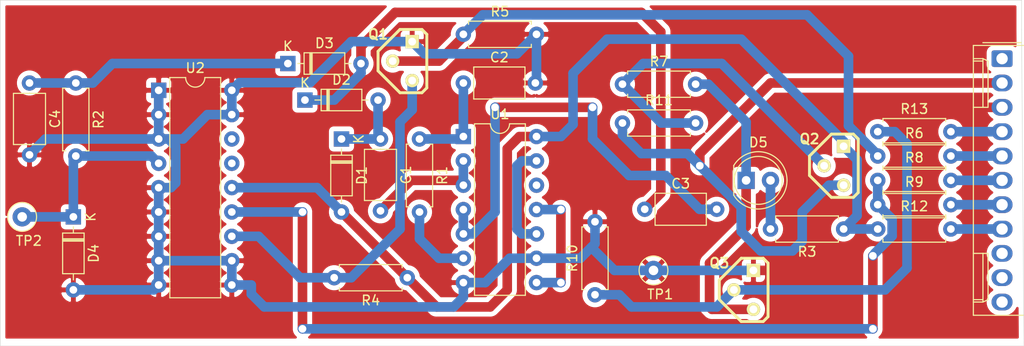
<source format=kicad_pcb>
(kicad_pcb (version 20171130) (host pcbnew 5.1.6-c6e7f7d~86~ubuntu16.04.1)

  (general
    (thickness 1.6)
    (drawings 8)
    (tracks 202)
    (zones 0)
    (modules 30)
    (nets 33)
  )

  (page A4)
  (layers
    (0 F.Cu signal hide)
    (31 B.Cu signal)
    (32 B.Adhes user)
    (33 F.Adhes user)
    (34 B.Paste user)
    (35 F.Paste user)
    (36 B.SilkS user)
    (37 F.SilkS user)
    (38 B.Mask user)
    (39 F.Mask user)
    (40 Dwgs.User user)
    (41 Cmts.User user)
    (42 Eco1.User user)
    (43 Eco2.User user)
    (44 Edge.Cuts user)
    (45 Margin user)
    (46 B.CrtYd user)
    (47 F.CrtYd user)
    (48 B.Fab user)
    (49 F.Fab user)
  )

  (setup
    (last_trace_width 1)
    (user_trace_width 1)
    (trace_clearance 0.2)
    (zone_clearance 0.508)
    (zone_45_only no)
    (trace_min 0.2)
    (via_size 0.8)
    (via_drill 0.4)
    (via_min_size 0.4)
    (via_min_drill 0.3)
    (user_via 1 0.8)
    (uvia_size 0.3)
    (uvia_drill 0.1)
    (uvias_allowed no)
    (uvia_min_size 0.2)
    (uvia_min_drill 0.1)
    (edge_width 0.05)
    (segment_width 0.2)
    (pcb_text_width 0.3)
    (pcb_text_size 1.5 1.5)
    (mod_edge_width 0.12)
    (mod_text_size 1 1)
    (mod_text_width 0.15)
    (pad_size 1.524 1.524)
    (pad_drill 0.762)
    (pad_to_mask_clearance 0.05)
    (aux_axis_origin 0 0)
    (visible_elements FFFFFF7F)
    (pcbplotparams
      (layerselection 0x010fc_ffffffff)
      (usegerberextensions false)
      (usegerberattributes true)
      (usegerberadvancedattributes true)
      (creategerberjobfile true)
      (excludeedgelayer true)
      (linewidth 0.100000)
      (plotframeref false)
      (viasonmask false)
      (mode 1)
      (useauxorigin false)
      (hpglpennumber 1)
      (hpglpenspeed 20)
      (hpglpendiameter 15.000000)
      (psnegative false)
      (psa4output false)
      (plotreference true)
      (plotvalue true)
      (plotinvisibletext false)
      (padsonsilk false)
      (subtractmaskfromsilk false)
      (outputformat 1)
      (mirror false)
      (drillshape 0)
      (scaleselection 1)
      (outputdirectory "fab1/"))
  )

  (net 0 "")
  (net 1 "Net-(C1-Pad2)")
  (net 2 "Net-(C1-Pad1)")
  (net 3 GND)
  (net 4 "Net-(C2-Pad1)")
  (net 5 "Net-(C3-Pad2)")
  (net 6 "Net-(C3-Pad1)")
  (net 7 "Net-(C4-Pad1)")
  (net 8 +5V)
  (net 9 "Net-(D4-Pad1)")
  (net 10 "Net-(D5-Pad2)")
  (net 11 "Net-(D5-Pad1)")
  (net 12 "Net-(J1-Pad11)")
  (net 13 "Net-(J1-Pad10)")
  (net 14 "Net-(J1-Pad9)")
  (net 15 LOW_BATT)
  (net 16 DATA_OUT)
  (net 17 DATA_IN)
  (net 18 CLOCK)
  (net 19 CP)
  (net 20 "Net-(J1-Pad1)")
  (net 21 "Net-(Q1-Pad1)")
  (net 22 "Net-(Q1-Pad2)")
  (net 23 "Net-(Q3-Pad2)")
  (net 24 "Net-(R1-Pad2)")
  (net 25 "Net-(R8-Pad1)")
  (net 26 V+)
  (net 27 "Net-(U1-Pad10)")
  (net 28 "Net-(U1-Pad12)")
  (net 29 "Net-(U1-Pad11)")
  (net 30 "Net-(U2-Pad16)")
  (net 31 "Net-(U2-Pad15)")
  (net 32 "Net-(Q2-Pad2)")

  (net_class Default "This is the default net class."
    (clearance 0.2)
    (trace_width 0.25)
    (via_dia 0.8)
    (via_drill 0.4)
    (uvia_dia 0.3)
    (uvia_drill 0.1)
    (add_net +5V)
    (add_net CLOCK)
    (add_net CP)
    (add_net DATA_IN)
    (add_net DATA_OUT)
    (add_net GND)
    (add_net LOW_BATT)
    (add_net "Net-(C1-Pad1)")
    (add_net "Net-(C1-Pad2)")
    (add_net "Net-(C2-Pad1)")
    (add_net "Net-(C3-Pad1)")
    (add_net "Net-(C3-Pad2)")
    (add_net "Net-(C4-Pad1)")
    (add_net "Net-(D4-Pad1)")
    (add_net "Net-(D5-Pad1)")
    (add_net "Net-(D5-Pad2)")
    (add_net "Net-(J1-Pad1)")
    (add_net "Net-(J1-Pad10)")
    (add_net "Net-(J1-Pad11)")
    (add_net "Net-(J1-Pad9)")
    (add_net "Net-(Q1-Pad1)")
    (add_net "Net-(Q1-Pad2)")
    (add_net "Net-(Q2-Pad2)")
    (add_net "Net-(Q3-Pad2)")
    (add_net "Net-(R1-Pad2)")
    (add_net "Net-(R8-Pad1)")
    (add_net "Net-(U1-Pad10)")
    (add_net "Net-(U1-Pad11)")
    (add_net "Net-(U1-Pad12)")
    (add_net "Net-(U2-Pad15)")
    (add_net "Net-(U2-Pad16)")
    (add_net V+)
  )

  (module TANBUS65:TO92_vert (layer F.Cu) (tedit 578E73F3) (tstamp 5F004B0D)
    (at 183.388 84.074)
    (descr "Transistor TO92 brochage type BC237")
    (tags "TR TO92")
    (path /5F336922)
    (fp_text reference Q2 (at -3.556 -2.794) (layer F.SilkS)
      (effects (font (size 1.016 1.016) (thickness 0.2032)))
    )
    (fp_text value 2N3906 (at -1.016 4.318) (layer F.SilkS) hide
      (effects (font (size 1.016 1.016) (thickness 0.2032)))
    )
    (fp_line (start -3.556 1.016) (end -3.556 -1.016) (layer F.SilkS) (width 0.3048))
    (fp_line (start -3.556 1.016) (end -1.27 3.302) (layer F.SilkS) (width 0.3048))
    (fp_line (start -3.556 -1.016) (end -1.27 -3.302) (layer F.SilkS) (width 0.3048))
    (fp_line (start 1.016 3.302) (end -1.27 3.302) (layer F.SilkS) (width 0.3048))
    (fp_line (start 1.524 2.794) (end 1.016 3.302) (layer F.SilkS) (width 0.3048))
    (fp_line (start 1.524 -2.794) (end 1.524 2.794) (layer F.SilkS) (width 0.3048))
    (fp_line (start 1.016 -3.302) (end 1.524 -2.794) (layer F.SilkS) (width 0.3048))
    (fp_line (start -1.27 -3.302) (end 1.016 -3.302) (layer F.SilkS) (width 0.3048))
    (pad 1 thru_hole circle (at 0 2.032) (size 1.397 1.397) (drill 0.8128) (layers *.Cu *.Mask F.SilkS)
      (net 26 V+))
    (pad 2 thru_hole circle (at -2.032 0) (size 1.397 1.397) (drill 0.8128) (layers *.Cu *.Mask F.SilkS)
      (net 32 "Net-(Q2-Pad2)"))
    (pad 3 thru_hole rect (at 0 -2.032) (size 1.397 1.397) (drill 0.8128) (layers *.Cu *.Mask F.SilkS)
      (net 8 +5V))
    (model discret/to98.wrl
      (at (xyz 0 0 0))
      (scale (xyz 1 1 1))
      (rotate (xyz 0 0 0))
    )
  )

  (module Package_DIP:DIP-18_W7.62mm (layer F.Cu) (tedit 5A02E8C5) (tstamp 5F001F1E)
    (at 112.014 76.2)
    (descr "18-lead though-hole mounted DIP package, row spacing 7.62 mm (300 mils)")
    (tags "THT DIP DIL PDIP 2.54mm 7.62mm 300mil")
    (path /5F1962D8)
    (fp_text reference U2 (at 3.81 -2.33) (layer F.SilkS)
      (effects (font (size 1 1) (thickness 0.15)))
    )
    (fp_text value PIC16F84-XXP (at 3.81 22.65) (layer F.Fab)
      (effects (font (size 1 1) (thickness 0.15)))
    )
    (fp_text user %R (at 3.81 10.16) (layer F.Fab)
      (effects (font (size 1 1) (thickness 0.15)))
    )
    (fp_arc (start 3.81 -1.33) (end 2.81 -1.33) (angle -180) (layer F.SilkS) (width 0.12))
    (fp_line (start 1.635 -1.27) (end 6.985 -1.27) (layer F.Fab) (width 0.1))
    (fp_line (start 6.985 -1.27) (end 6.985 21.59) (layer F.Fab) (width 0.1))
    (fp_line (start 6.985 21.59) (end 0.635 21.59) (layer F.Fab) (width 0.1))
    (fp_line (start 0.635 21.59) (end 0.635 -0.27) (layer F.Fab) (width 0.1))
    (fp_line (start 0.635 -0.27) (end 1.635 -1.27) (layer F.Fab) (width 0.1))
    (fp_line (start 2.81 -1.33) (end 1.16 -1.33) (layer F.SilkS) (width 0.12))
    (fp_line (start 1.16 -1.33) (end 1.16 21.65) (layer F.SilkS) (width 0.12))
    (fp_line (start 1.16 21.65) (end 6.46 21.65) (layer F.SilkS) (width 0.12))
    (fp_line (start 6.46 21.65) (end 6.46 -1.33) (layer F.SilkS) (width 0.12))
    (fp_line (start 6.46 -1.33) (end 4.81 -1.33) (layer F.SilkS) (width 0.12))
    (fp_line (start -1.1 -1.55) (end -1.1 21.85) (layer F.CrtYd) (width 0.05))
    (fp_line (start -1.1 21.85) (end 8.7 21.85) (layer F.CrtYd) (width 0.05))
    (fp_line (start 8.7 21.85) (end 8.7 -1.55) (layer F.CrtYd) (width 0.05))
    (fp_line (start 8.7 -1.55) (end -1.1 -1.55) (layer F.CrtYd) (width 0.05))
    (pad 18 thru_hole oval (at 7.62 0) (size 1.6 1.6) (drill 0.8) (layers *.Cu *.Mask)
      (net 3 GND))
    (pad 9 thru_hole oval (at 0 20.32) (size 1.6 1.6) (drill 0.8) (layers *.Cu *.Mask)
      (net 3 GND))
    (pad 17 thru_hole oval (at 7.62 2.54) (size 1.6 1.6) (drill 0.8) (layers *.Cu *.Mask)
      (net 3 GND))
    (pad 8 thru_hole oval (at 0 17.78) (size 1.6 1.6) (drill 0.8) (layers *.Cu *.Mask)
      (net 3 GND))
    (pad 16 thru_hole oval (at 7.62 5.08) (size 1.6 1.6) (drill 0.8) (layers *.Cu *.Mask)
      (net 30 "Net-(U2-Pad16)"))
    (pad 7 thru_hole oval (at 0 15.24) (size 1.6 1.6) (drill 0.8) (layers *.Cu *.Mask)
      (net 3 GND))
    (pad 15 thru_hole oval (at 7.62 7.62) (size 1.6 1.6) (drill 0.8) (layers *.Cu *.Mask)
      (net 31 "Net-(U2-Pad15)"))
    (pad 6 thru_hole oval (at 0 12.7) (size 1.6 1.6) (drill 0.8) (layers *.Cu *.Mask)
      (net 3 GND))
    (pad 14 thru_hole oval (at 7.62 10.16) (size 1.6 1.6) (drill 0.8) (layers *.Cu *.Mask)
      (net 8 +5V))
    (pad 5 thru_hole oval (at 0 10.16) (size 1.6 1.6) (drill 0.8) (layers *.Cu *.Mask)
      (net 3 GND))
    (pad 13 thru_hole oval (at 7.62 12.7) (size 1.6 1.6) (drill 0.8) (layers *.Cu *.Mask)
      (net 25 "Net-(R8-Pad1)"))
    (pad 4 thru_hole oval (at 0 7.62) (size 1.6 1.6) (drill 0.8) (layers *.Cu *.Mask)
      (net 9 "Net-(D4-Pad1)"))
    (pad 12 thru_hole oval (at 7.62 15.24) (size 1.6 1.6) (drill 0.8) (layers *.Cu *.Mask)
      (net 21 "Net-(Q1-Pad1)"))
    (pad 3 thru_hole oval (at 0 5.08) (size 1.6 1.6) (drill 0.8) (layers *.Cu *.Mask)
      (net 3 GND))
    (pad 11 thru_hole oval (at 7.62 17.78) (size 1.6 1.6) (drill 0.8) (layers *.Cu *.Mask)
      (net 3 GND))
    (pad 2 thru_hole oval (at 0 2.54) (size 1.6 1.6) (drill 0.8) (layers *.Cu *.Mask)
      (net 3 GND))
    (pad 10 thru_hole oval (at 7.62 20.32) (size 1.6 1.6) (drill 0.8) (layers *.Cu *.Mask)
      (net 3 GND))
    (pad 1 thru_hole rect (at 0 0) (size 1.6 1.6) (drill 0.8) (layers *.Cu *.Mask)
      (net 3 GND))
    (model ${KISYS3DMOD}/Package_DIP.3dshapes/DIP-18_W7.62mm.wrl
      (at (xyz 0 0 0))
      (scale (xyz 1 1 1))
      (rotate (xyz 0 0 0))
    )
  )

  (module Package_DIP:DIP-14_W7.62mm (layer F.Cu) (tedit 5A02E8C5) (tstamp 5F001EF8)
    (at 143.764 81.026)
    (descr "14-lead though-hole mounted DIP package, row spacing 7.62 mm (300 mils)")
    (tags "THT DIP DIL PDIP 2.54mm 7.62mm 300mil")
    (path /5F1768E6)
    (fp_text reference U1 (at 3.81 -2.33) (layer F.SilkS)
      (effects (font (size 1 1) (thickness 0.15)))
    )
    (fp_text value 74HC14 (at 3.81 17.57) (layer F.Fab)
      (effects (font (size 1 1) (thickness 0.15)))
    )
    (fp_text user %R (at 3.81 7.62) (layer F.Fab)
      (effects (font (size 1 1) (thickness 0.15)))
    )
    (fp_arc (start 3.81 -1.33) (end 2.81 -1.33) (angle -180) (layer F.SilkS) (width 0.12))
    (fp_line (start 1.635 -1.27) (end 6.985 -1.27) (layer F.Fab) (width 0.1))
    (fp_line (start 6.985 -1.27) (end 6.985 16.51) (layer F.Fab) (width 0.1))
    (fp_line (start 6.985 16.51) (end 0.635 16.51) (layer F.Fab) (width 0.1))
    (fp_line (start 0.635 16.51) (end 0.635 -0.27) (layer F.Fab) (width 0.1))
    (fp_line (start 0.635 -0.27) (end 1.635 -1.27) (layer F.Fab) (width 0.1))
    (fp_line (start 2.81 -1.33) (end 1.16 -1.33) (layer F.SilkS) (width 0.12))
    (fp_line (start 1.16 -1.33) (end 1.16 16.57) (layer F.SilkS) (width 0.12))
    (fp_line (start 1.16 16.57) (end 6.46 16.57) (layer F.SilkS) (width 0.12))
    (fp_line (start 6.46 16.57) (end 6.46 -1.33) (layer F.SilkS) (width 0.12))
    (fp_line (start 6.46 -1.33) (end 4.81 -1.33) (layer F.SilkS) (width 0.12))
    (fp_line (start -1.1 -1.55) (end -1.1 16.8) (layer F.CrtYd) (width 0.05))
    (fp_line (start -1.1 16.8) (end 8.7 16.8) (layer F.CrtYd) (width 0.05))
    (fp_line (start 8.7 16.8) (end 8.7 -1.55) (layer F.CrtYd) (width 0.05))
    (fp_line (start 8.7 -1.55) (end -1.1 -1.55) (layer F.CrtYd) (width 0.05))
    (pad 14 thru_hole oval (at 7.62 0) (size 1.6 1.6) (drill 0.8) (layers *.Cu *.Mask)
      (net 8 +5V))
    (pad 7 thru_hole oval (at 0 15.24) (size 1.6 1.6) (drill 0.8) (layers *.Cu *.Mask)
      (net 3 GND))
    (pad 13 thru_hole oval (at 7.62 2.54) (size 1.6 1.6) (drill 0.8) (layers *.Cu *.Mask)
      (net 27 "Net-(U1-Pad10)"))
    (pad 6 thru_hole oval (at 0 12.7) (size 1.6 1.6) (drill 0.8) (layers *.Cu *.Mask)
      (net 24 "Net-(R1-Pad2)"))
    (pad 12 thru_hole oval (at 7.62 5.08) (size 1.6 1.6) (drill 0.8) (layers *.Cu *.Mask)
      (net 28 "Net-(U1-Pad12)"))
    (pad 5 thru_hole oval (at 0 10.16) (size 1.6 1.6) (drill 0.8) (layers *.Cu *.Mask)
      (net 5 "Net-(C3-Pad2)"))
    (pad 11 thru_hole oval (at 7.62 7.62) (size 1.6 1.6) (drill 0.8) (layers *.Cu *.Mask)
      (net 29 "Net-(U1-Pad11)"))
    (pad 4 thru_hole oval (at 0 7.62) (size 1.6 1.6) (drill 0.8) (layers *.Cu *.Mask)
      (net 5 "Net-(C3-Pad2)"))
    (pad 10 thru_hole oval (at 7.62 10.16) (size 1.6 1.6) (drill 0.8) (layers *.Cu *.Mask)
      (net 27 "Net-(U1-Pad10)"))
    (pad 3 thru_hole oval (at 0 5.08) (size 1.6 1.6) (drill 0.8) (layers *.Cu *.Mask)
      (net 1 "Net-(C1-Pad2)"))
    (pad 9 thru_hole oval (at 7.62 12.7) (size 1.6 1.6) (drill 0.8) (layers *.Cu *.Mask)
      (net 3 GND))
    (pad 2 thru_hole oval (at 0 2.54) (size 1.6 1.6) (drill 0.8) (layers *.Cu *.Mask)
      (net 1 "Net-(C1-Pad2)"))
    (pad 8 thru_hole oval (at 7.62 15.24) (size 1.6 1.6) (drill 0.8) (layers *.Cu *.Mask)
      (net 29 "Net-(U1-Pad11)"))
    (pad 1 thru_hole rect (at 0 0) (size 1.6 1.6) (drill 0.8) (layers *.Cu *.Mask)
      (net 4 "Net-(C2-Pad1)"))
    (model ${KISYS3DMOD}/Package_DIP.3dshapes/DIP-14_W7.62mm.wrl
      (at (xyz 0 0 0))
      (scale (xyz 1 1 1))
      (rotate (xyz 0 0 0))
    )
  )

  (module TestPoint:TestPoint_Loop_D1.80mm_Drill1.0mm_Beaded (layer F.Cu) (tedit 5A0F774F) (tstamp 5F001ED6)
    (at 97.79 89.408)
    (descr "wire loop with bead as test point, loop diameter 1.8mm, hole diameter 1.0mm")
    (tags "test point wire loop bead")
    (path /5F1D87F2)
    (fp_text reference TP2 (at 0.7 2.5) (layer F.SilkS)
      (effects (font (size 1 1) (thickness 0.15)))
    )
    (fp_text value Connector_TestPoint (at 0 -2.8) (layer F.Fab)
      (effects (font (size 1 1) (thickness 0.15)))
    )
    (fp_text user %R (at 0.7 2.5) (layer F.Fab)
      (effects (font (size 1 1) (thickness 0.15)))
    )
    (fp_circle (center 0 0) (end 1.8 0) (layer F.CrtYd) (width 0.05))
    (fp_circle (center 0 0) (end 1.5 0) (layer F.SilkS) (width 0.12))
    (fp_line (start -0.9 -0.2) (end 0.9 -0.2) (layer F.Fab) (width 0.12))
    (fp_line (start 0.9 -0.2) (end 0.9 0.2) (layer F.Fab) (width 0.12))
    (fp_line (start 0.9 0.2) (end -0.9 0.2) (layer F.Fab) (width 0.12))
    (fp_line (start -0.9 0.2) (end -0.9 -0.2) (layer F.Fab) (width 0.12))
    (fp_circle (center 0 0) (end 1.3 0) (layer F.Fab) (width 0.12))
    (pad 1 thru_hole circle (at 0 0) (size 2 2) (drill 1) (layers *.Cu *.Mask)
      (net 9 "Net-(D4-Pad1)"))
    (model ${KISYS3DMOD}/TestPoint.3dshapes/TestPoint_Loop_D1.80mm_Drill1.0mm_Beaded.wrl
      (at (xyz 0 0 0))
      (scale (xyz 1 1 1))
      (rotate (xyz 0 0 0))
    )
  )

  (module TestPoint:TestPoint_Loop_D1.80mm_Drill1.0mm_Beaded (layer F.Cu) (tedit 5A0F774F) (tstamp 5F001EC9)
    (at 163.576 94.996)
    (descr "wire loop with bead as test point, loop diameter 1.8mm, hole diameter 1.0mm")
    (tags "test point wire loop bead")
    (path /5F1D9111)
    (fp_text reference TP1 (at 0.7 2.5) (layer F.SilkS)
      (effects (font (size 1 1) (thickness 0.15)))
    )
    (fp_text value Connector_TestPoint (at 0 -2.8) (layer F.Fab)
      (effects (font (size 1 1) (thickness 0.15)))
    )
    (fp_text user %R (at 0.7 2.5) (layer F.Fab)
      (effects (font (size 1 1) (thickness 0.15)))
    )
    (fp_circle (center 0 0) (end 1.8 0) (layer F.CrtYd) (width 0.05))
    (fp_circle (center 0 0) (end 1.5 0) (layer F.SilkS) (width 0.12))
    (fp_line (start -0.9 -0.2) (end 0.9 -0.2) (layer F.Fab) (width 0.12))
    (fp_line (start 0.9 -0.2) (end 0.9 0.2) (layer F.Fab) (width 0.12))
    (fp_line (start 0.9 0.2) (end -0.9 0.2) (layer F.Fab) (width 0.12))
    (fp_line (start -0.9 0.2) (end -0.9 -0.2) (layer F.Fab) (width 0.12))
    (fp_circle (center 0 0) (end 1.3 0) (layer F.Fab) (width 0.12))
    (pad 1 thru_hole circle (at 0 0) (size 2 2) (drill 1) (layers *.Cu *.Mask)
      (net 3 GND))
    (model ${KISYS3DMOD}/TestPoint.3dshapes/TestPoint_Loop_D1.80mm_Drill1.0mm_Beaded.wrl
      (at (xyz 0 0 0))
      (scale (xyz 1 1 1))
      (rotate (xyz 0 0 0))
    )
  )

  (module Resistor_THT:R_Axial_DIN0207_L6.3mm_D2.5mm_P7.62mm_Horizontal (layer F.Cu) (tedit 5AE5139B) (tstamp 5F001EBC)
    (at 186.944 80.518)
    (descr "Resistor, Axial_DIN0207 series, Axial, Horizontal, pin pitch=7.62mm, 0.25W = 1/4W, length*diameter=6.3*2.5mm^2, http://cdn-reichelt.de/documents/datenblatt/B400/1_4W%23YAG.pdf")
    (tags "Resistor Axial_DIN0207 series Axial Horizontal pin pitch 7.62mm 0.25W = 1/4W length 6.3mm diameter 2.5mm")
    (path /5F21B5E5)
    (fp_text reference R13 (at 3.81 -2.37) (layer F.SilkS)
      (effects (font (size 1 1) (thickness 0.15)))
    )
    (fp_text value 10k (at 3.81 2.37) (layer F.Fab)
      (effects (font (size 1 1) (thickness 0.15)))
    )
    (fp_text user %R (at 3.81 0) (layer F.Fab)
      (effects (font (size 1 1) (thickness 0.15)))
    )
    (fp_line (start 0.66 -1.25) (end 0.66 1.25) (layer F.Fab) (width 0.1))
    (fp_line (start 0.66 1.25) (end 6.96 1.25) (layer F.Fab) (width 0.1))
    (fp_line (start 6.96 1.25) (end 6.96 -1.25) (layer F.Fab) (width 0.1))
    (fp_line (start 6.96 -1.25) (end 0.66 -1.25) (layer F.Fab) (width 0.1))
    (fp_line (start 0 0) (end 0.66 0) (layer F.Fab) (width 0.1))
    (fp_line (start 7.62 0) (end 6.96 0) (layer F.Fab) (width 0.1))
    (fp_line (start 0.54 -1.04) (end 0.54 -1.37) (layer F.SilkS) (width 0.12))
    (fp_line (start 0.54 -1.37) (end 7.08 -1.37) (layer F.SilkS) (width 0.12))
    (fp_line (start 7.08 -1.37) (end 7.08 -1.04) (layer F.SilkS) (width 0.12))
    (fp_line (start 0.54 1.04) (end 0.54 1.37) (layer F.SilkS) (width 0.12))
    (fp_line (start 0.54 1.37) (end 7.08 1.37) (layer F.SilkS) (width 0.12))
    (fp_line (start 7.08 1.37) (end 7.08 1.04) (layer F.SilkS) (width 0.12))
    (fp_line (start -1.05 -1.5) (end -1.05 1.5) (layer F.CrtYd) (width 0.05))
    (fp_line (start -1.05 1.5) (end 8.67 1.5) (layer F.CrtYd) (width 0.05))
    (fp_line (start 8.67 1.5) (end 8.67 -1.5) (layer F.CrtYd) (width 0.05))
    (fp_line (start 8.67 -1.5) (end -1.05 -1.5) (layer F.CrtYd) (width 0.05))
    (pad 2 thru_hole oval (at 7.62 0) (size 1.6 1.6) (drill 0.8) (layers *.Cu *.Mask)
      (net 19 CP))
    (pad 1 thru_hole circle (at 0 0) (size 1.6 1.6) (drill 0.8) (layers *.Cu *.Mask)
      (net 23 "Net-(Q3-Pad2)"))
    (model ${KISYS3DMOD}/Resistor_THT.3dshapes/R_Axial_DIN0207_L6.3mm_D2.5mm_P7.62mm_Horizontal.wrl
      (at (xyz 0 0 0))
      (scale (xyz 1 1 1))
      (rotate (xyz 0 0 0))
    )
  )

  (module Resistor_THT:R_Axial_DIN0207_L6.3mm_D2.5mm_P7.62mm_Horizontal (layer F.Cu) (tedit 5AE5139B) (tstamp 5F001EA5)
    (at 186.944 90.678)
    (descr "Resistor, Axial_DIN0207 series, Axial, Horizontal, pin pitch=7.62mm, 0.25W = 1/4W, length*diameter=6.3*2.5mm^2, http://cdn-reichelt.de/documents/datenblatt/B400/1_4W%23YAG.pdf")
    (tags "Resistor Axial_DIN0207 series Axial Horizontal pin pitch 7.62mm 0.25W = 1/4W length 6.3mm diameter 2.5mm")
    (path /5F2B3A4D)
    (fp_text reference R12 (at 3.81 -2.37) (layer F.SilkS)
      (effects (font (size 1 1) (thickness 0.15)))
    )
    (fp_text value 10k (at 3.81 2.37) (layer F.Fab)
      (effects (font (size 1 1) (thickness 0.15)))
    )
    (fp_text user %R (at 5.418 -2.934) (layer F.Fab)
      (effects (font (size 1 1) (thickness 0.15)))
    )
    (fp_line (start 0.66 -1.25) (end 0.66 1.25) (layer F.Fab) (width 0.1))
    (fp_line (start 0.66 1.25) (end 6.96 1.25) (layer F.Fab) (width 0.1))
    (fp_line (start 6.96 1.25) (end 6.96 -1.25) (layer F.Fab) (width 0.1))
    (fp_line (start 6.96 -1.25) (end 0.66 -1.25) (layer F.Fab) (width 0.1))
    (fp_line (start 0 0) (end 0.66 0) (layer F.Fab) (width 0.1))
    (fp_line (start 7.62 0) (end 6.96 0) (layer F.Fab) (width 0.1))
    (fp_line (start 0.54 -1.04) (end 0.54 -1.37) (layer F.SilkS) (width 0.12))
    (fp_line (start 0.54 -1.37) (end 7.08 -1.37) (layer F.SilkS) (width 0.12))
    (fp_line (start 7.08 -1.37) (end 7.08 -1.04) (layer F.SilkS) (width 0.12))
    (fp_line (start 0.54 1.04) (end 0.54 1.37) (layer F.SilkS) (width 0.12))
    (fp_line (start 0.54 1.37) (end 7.08 1.37) (layer F.SilkS) (width 0.12))
    (fp_line (start 7.08 1.37) (end 7.08 1.04) (layer F.SilkS) (width 0.12))
    (fp_line (start -1.05 -1.5) (end -1.05 1.5) (layer F.CrtYd) (width 0.05))
    (fp_line (start -1.05 1.5) (end 8.67 1.5) (layer F.CrtYd) (width 0.05))
    (fp_line (start 8.67 1.5) (end 8.67 -1.5) (layer F.CrtYd) (width 0.05))
    (fp_line (start 8.67 -1.5) (end -1.05 -1.5) (layer F.CrtYd) (width 0.05))
    (pad 2 thru_hole oval (at 7.62 0) (size 1.6 1.6) (drill 0.8) (layers *.Cu *.Mask)
      (net 15 LOW_BATT))
    (pad 1 thru_hole circle (at 0 0) (size 1.6 1.6) (drill 0.8) (layers *.Cu *.Mask)
      (net 8 +5V))
    (model ${KISYS3DMOD}/Resistor_THT.3dshapes/R_Axial_DIN0207_L6.3mm_D2.5mm_P7.62mm_Horizontal.wrl
      (at (xyz 0 0 0))
      (scale (xyz 1 1 1))
      (rotate (xyz 0 0 0))
    )
  )

  (module Resistor_THT:R_Axial_DIN0207_L6.3mm_D2.5mm_P7.62mm_Horizontal (layer F.Cu) (tedit 5AE5139B) (tstamp 5F001E8E)
    (at 160.342 79.614)
    (descr "Resistor, Axial_DIN0207 series, Axial, Horizontal, pin pitch=7.62mm, 0.25W = 1/4W, length*diameter=6.3*2.5mm^2, http://cdn-reichelt.de/documents/datenblatt/B400/1_4W%23YAG.pdf")
    (tags "Resistor Axial_DIN0207 series Axial Horizontal pin pitch 7.62mm 0.25W = 1/4W length 6.3mm diameter 2.5mm")
    (path /5F242BD9)
    (fp_text reference R11 (at 3.81 -2.37) (layer F.SilkS)
      (effects (font (size 1 1) (thickness 0.15)))
    )
    (fp_text value 10k (at 3.81 2.37) (layer F.Fab)
      (effects (font (size 1 1) (thickness 0.15)))
    )
    (fp_text user %R (at 3.81 0) (layer F.Fab)
      (effects (font (size 1 1) (thickness 0.15)))
    )
    (fp_line (start 0.66 -1.25) (end 0.66 1.25) (layer F.Fab) (width 0.1))
    (fp_line (start 0.66 1.25) (end 6.96 1.25) (layer F.Fab) (width 0.1))
    (fp_line (start 6.96 1.25) (end 6.96 -1.25) (layer F.Fab) (width 0.1))
    (fp_line (start 6.96 -1.25) (end 0.66 -1.25) (layer F.Fab) (width 0.1))
    (fp_line (start 0 0) (end 0.66 0) (layer F.Fab) (width 0.1))
    (fp_line (start 7.62 0) (end 6.96 0) (layer F.Fab) (width 0.1))
    (fp_line (start 0.54 -1.04) (end 0.54 -1.37) (layer F.SilkS) (width 0.12))
    (fp_line (start 0.54 -1.37) (end 7.08 -1.37) (layer F.SilkS) (width 0.12))
    (fp_line (start 7.08 -1.37) (end 7.08 -1.04) (layer F.SilkS) (width 0.12))
    (fp_line (start 0.54 1.04) (end 0.54 1.37) (layer F.SilkS) (width 0.12))
    (fp_line (start 0.54 1.37) (end 7.08 1.37) (layer F.SilkS) (width 0.12))
    (fp_line (start 7.08 1.37) (end 7.08 1.04) (layer F.SilkS) (width 0.12))
    (fp_line (start -1.05 -1.5) (end -1.05 1.5) (layer F.CrtYd) (width 0.05))
    (fp_line (start -1.05 1.5) (end 8.67 1.5) (layer F.CrtYd) (width 0.05))
    (fp_line (start 8.67 1.5) (end 8.67 -1.5) (layer F.CrtYd) (width 0.05))
    (fp_line (start 8.67 -1.5) (end -1.05 -1.5) (layer F.CrtYd) (width 0.05))
    (pad 2 thru_hole oval (at 7.62 0) (size 1.6 1.6) (drill 0.8) (layers *.Cu *.Mask)
      (net 32 "Net-(Q2-Pad2)"))
    (pad 1 thru_hole circle (at 0 0) (size 1.6 1.6) (drill 0.8) (layers *.Cu *.Mask)
      (net 26 V+))
    (model ${KISYS3DMOD}/Resistor_THT.3dshapes/R_Axial_DIN0207_L6.3mm_D2.5mm_P7.62mm_Horizontal.wrl
      (at (xyz 0 0 0))
      (scale (xyz 1 1 1))
      (rotate (xyz 0 0 0))
    )
  )

  (module Resistor_THT:R_Axial_DIN0207_L6.3mm_D2.5mm_P7.62mm_Horizontal (layer F.Cu) (tedit 5AE5139B) (tstamp 5F001E77)
    (at 157.48 97.536 90)
    (descr "Resistor, Axial_DIN0207 series, Axial, Horizontal, pin pitch=7.62mm, 0.25W = 1/4W, length*diameter=6.3*2.5mm^2, http://cdn-reichelt.de/documents/datenblatt/B400/1_4W%23YAG.pdf")
    (tags "Resistor Axial_DIN0207 series Axial Horizontal pin pitch 7.62mm 0.25W = 1/4W length 6.3mm diameter 2.5mm")
    (path /5F21B5DF)
    (fp_text reference R10 (at 3.81 -2.37 90) (layer F.SilkS)
      (effects (font (size 1 1) (thickness 0.15)))
    )
    (fp_text value 10k (at 3.81 2.37 90) (layer F.Fab)
      (effects (font (size 1 1) (thickness 0.15)))
    )
    (fp_text user %R (at 3.81 0 90) (layer F.Fab)
      (effects (font (size 1 1) (thickness 0.15)))
    )
    (fp_line (start 0.66 -1.25) (end 0.66 1.25) (layer F.Fab) (width 0.1))
    (fp_line (start 0.66 1.25) (end 6.96 1.25) (layer F.Fab) (width 0.1))
    (fp_line (start 6.96 1.25) (end 6.96 -1.25) (layer F.Fab) (width 0.1))
    (fp_line (start 6.96 -1.25) (end 0.66 -1.25) (layer F.Fab) (width 0.1))
    (fp_line (start 0 0) (end 0.66 0) (layer F.Fab) (width 0.1))
    (fp_line (start 7.62 0) (end 6.96 0) (layer F.Fab) (width 0.1))
    (fp_line (start 0.54 -1.04) (end 0.54 -1.37) (layer F.SilkS) (width 0.12))
    (fp_line (start 0.54 -1.37) (end 7.08 -1.37) (layer F.SilkS) (width 0.12))
    (fp_line (start 7.08 -1.37) (end 7.08 -1.04) (layer F.SilkS) (width 0.12))
    (fp_line (start 0.54 1.04) (end 0.54 1.37) (layer F.SilkS) (width 0.12))
    (fp_line (start 0.54 1.37) (end 7.08 1.37) (layer F.SilkS) (width 0.12))
    (fp_line (start 7.08 1.37) (end 7.08 1.04) (layer F.SilkS) (width 0.12))
    (fp_line (start -1.05 -1.5) (end -1.05 1.5) (layer F.CrtYd) (width 0.05))
    (fp_line (start -1.05 1.5) (end 8.67 1.5) (layer F.CrtYd) (width 0.05))
    (fp_line (start 8.67 1.5) (end 8.67 -1.5) (layer F.CrtYd) (width 0.05))
    (fp_line (start 8.67 -1.5) (end -1.05 -1.5) (layer F.CrtYd) (width 0.05))
    (pad 2 thru_hole oval (at 7.62 0 90) (size 1.6 1.6) (drill 0.8) (layers *.Cu *.Mask)
      (net 3 GND))
    (pad 1 thru_hole circle (at 0 0 90) (size 1.6 1.6) (drill 0.8) (layers *.Cu *.Mask)
      (net 23 "Net-(Q3-Pad2)"))
    (model ${KISYS3DMOD}/Resistor_THT.3dshapes/R_Axial_DIN0207_L6.3mm_D2.5mm_P7.62mm_Horizontal.wrl
      (at (xyz 0 0 0))
      (scale (xyz 1 1 1))
      (rotate (xyz 0 0 0))
    )
  )

  (module Resistor_THT:R_Axial_DIN0207_L6.3mm_D2.5mm_P7.62mm_Horizontal (layer F.Cu) (tedit 5AE5139B) (tstamp 5F001E60)
    (at 186.944 88.138)
    (descr "Resistor, Axial_DIN0207 series, Axial, Horizontal, pin pitch=7.62mm, 0.25W = 1/4W, length*diameter=6.3*2.5mm^2, http://cdn-reichelt.de/documents/datenblatt/B400/1_4W%23YAG.pdf")
    (tags "Resistor Axial_DIN0207 series Axial Horizontal pin pitch 7.62mm 0.25W = 1/4W length 6.3mm diameter 2.5mm")
    (path /5F2A5E32)
    (fp_text reference R9 (at 3.81 -2.37) (layer F.SilkS)
      (effects (font (size 1 1) (thickness 0.15)))
    )
    (fp_text value 10k (at 3.81 2.37) (layer F.Fab)
      (effects (font (size 1 1) (thickness 0.15)))
    )
    (fp_text user %R (at 3.81 0) (layer F.Fab)
      (effects (font (size 1 1) (thickness 0.15)))
    )
    (fp_line (start 0.66 -1.25) (end 0.66 1.25) (layer F.Fab) (width 0.1))
    (fp_line (start 0.66 1.25) (end 6.96 1.25) (layer F.Fab) (width 0.1))
    (fp_line (start 6.96 1.25) (end 6.96 -1.25) (layer F.Fab) (width 0.1))
    (fp_line (start 6.96 -1.25) (end 0.66 -1.25) (layer F.Fab) (width 0.1))
    (fp_line (start 0 0) (end 0.66 0) (layer F.Fab) (width 0.1))
    (fp_line (start 7.62 0) (end 6.96 0) (layer F.Fab) (width 0.1))
    (fp_line (start 0.54 -1.04) (end 0.54 -1.37) (layer F.SilkS) (width 0.12))
    (fp_line (start 0.54 -1.37) (end 7.08 -1.37) (layer F.SilkS) (width 0.12))
    (fp_line (start 7.08 -1.37) (end 7.08 -1.04) (layer F.SilkS) (width 0.12))
    (fp_line (start 0.54 1.04) (end 0.54 1.37) (layer F.SilkS) (width 0.12))
    (fp_line (start 0.54 1.37) (end 7.08 1.37) (layer F.SilkS) (width 0.12))
    (fp_line (start 7.08 1.37) (end 7.08 1.04) (layer F.SilkS) (width 0.12))
    (fp_line (start -1.05 -1.5) (end -1.05 1.5) (layer F.CrtYd) (width 0.05))
    (fp_line (start -1.05 1.5) (end 8.67 1.5) (layer F.CrtYd) (width 0.05))
    (fp_line (start 8.67 1.5) (end 8.67 -1.5) (layer F.CrtYd) (width 0.05))
    (fp_line (start 8.67 -1.5) (end -1.05 -1.5) (layer F.CrtYd) (width 0.05))
    (pad 2 thru_hole oval (at 7.62 0) (size 1.6 1.6) (drill 0.8) (layers *.Cu *.Mask)
      (net 16 DATA_OUT))
    (pad 1 thru_hole circle (at 0 0) (size 1.6 1.6) (drill 0.8) (layers *.Cu *.Mask)
      (net 25 "Net-(R8-Pad1)"))
    (model ${KISYS3DMOD}/Resistor_THT.3dshapes/R_Axial_DIN0207_L6.3mm_D2.5mm_P7.62mm_Horizontal.wrl
      (at (xyz 0 0 0))
      (scale (xyz 1 1 1))
      (rotate (xyz 0 0 0))
    )
  )

  (module Resistor_THT:R_Axial_DIN0207_L6.3mm_D2.5mm_P7.62mm_Horizontal (layer F.Cu) (tedit 5AE5139B) (tstamp 5F001E49)
    (at 186.944 85.598)
    (descr "Resistor, Axial_DIN0207 series, Axial, Horizontal, pin pitch=7.62mm, 0.25W = 1/4W, length*diameter=6.3*2.5mm^2, http://cdn-reichelt.de/documents/datenblatt/B400/1_4W%23YAG.pdf")
    (tags "Resistor Axial_DIN0207 series Axial Horizontal pin pitch 7.62mm 0.25W = 1/4W length 6.3mm diameter 2.5mm")
    (path /5F2A3EF6)
    (fp_text reference R8 (at 3.81 -2.37) (layer F.SilkS)
      (effects (font (size 1 1) (thickness 0.15)))
    )
    (fp_text value 10k (at 3.81 2.37) (layer F.Fab)
      (effects (font (size 1 1) (thickness 0.15)))
    )
    (fp_text user %R (at 3.81 0) (layer F.Fab)
      (effects (font (size 1 1) (thickness 0.15)))
    )
    (fp_line (start 0.66 -1.25) (end 0.66 1.25) (layer F.Fab) (width 0.1))
    (fp_line (start 0.66 1.25) (end 6.96 1.25) (layer F.Fab) (width 0.1))
    (fp_line (start 6.96 1.25) (end 6.96 -1.25) (layer F.Fab) (width 0.1))
    (fp_line (start 6.96 -1.25) (end 0.66 -1.25) (layer F.Fab) (width 0.1))
    (fp_line (start 0 0) (end 0.66 0) (layer F.Fab) (width 0.1))
    (fp_line (start 7.62 0) (end 6.96 0) (layer F.Fab) (width 0.1))
    (fp_line (start 0.54 -1.04) (end 0.54 -1.37) (layer F.SilkS) (width 0.12))
    (fp_line (start 0.54 -1.37) (end 7.08 -1.37) (layer F.SilkS) (width 0.12))
    (fp_line (start 7.08 -1.37) (end 7.08 -1.04) (layer F.SilkS) (width 0.12))
    (fp_line (start 0.54 1.04) (end 0.54 1.37) (layer F.SilkS) (width 0.12))
    (fp_line (start 0.54 1.37) (end 7.08 1.37) (layer F.SilkS) (width 0.12))
    (fp_line (start 7.08 1.37) (end 7.08 1.04) (layer F.SilkS) (width 0.12))
    (fp_line (start -1.05 -1.5) (end -1.05 1.5) (layer F.CrtYd) (width 0.05))
    (fp_line (start -1.05 1.5) (end 8.67 1.5) (layer F.CrtYd) (width 0.05))
    (fp_line (start 8.67 1.5) (end 8.67 -1.5) (layer F.CrtYd) (width 0.05))
    (fp_line (start 8.67 -1.5) (end -1.05 -1.5) (layer F.CrtYd) (width 0.05))
    (pad 2 thru_hole oval (at 7.62 0) (size 1.6 1.6) (drill 0.8) (layers *.Cu *.Mask)
      (net 17 DATA_IN))
    (pad 1 thru_hole circle (at 0 0) (size 1.6 1.6) (drill 0.8) (layers *.Cu *.Mask)
      (net 25 "Net-(R8-Pad1)"))
    (model ${KISYS3DMOD}/Resistor_THT.3dshapes/R_Axial_DIN0207_L6.3mm_D2.5mm_P7.62mm_Horizontal.wrl
      (at (xyz 0 0 0))
      (scale (xyz 1 1 1))
      (rotate (xyz 0 0 0))
    )
  )

  (module Resistor_THT:R_Axial_DIN0207_L6.3mm_D2.5mm_P7.62mm_Horizontal (layer F.Cu) (tedit 5AE5139B) (tstamp 5F001E32)
    (at 160.342 75.564)
    (descr "Resistor, Axial_DIN0207 series, Axial, Horizontal, pin pitch=7.62mm, 0.25W = 1/4W, length*diameter=6.3*2.5mm^2, http://cdn-reichelt.de/documents/datenblatt/B400/1_4W%23YAG.pdf")
    (tags "Resistor Axial_DIN0207 series Axial Horizontal pin pitch 7.62mm 0.25W = 1/4W length 6.3mm diameter 2.5mm")
    (path /5F2410E8)
    (fp_text reference R7 (at 3.81 -2.37) (layer F.SilkS)
      (effects (font (size 1 1) (thickness 0.15)))
    )
    (fp_text value 10k (at 3.81 2.37) (layer F.Fab)
      (effects (font (size 1 1) (thickness 0.15)))
    )
    (fp_text user %R (at 3.81 0) (layer F.Fab)
      (effects (font (size 1 1) (thickness 0.15)))
    )
    (fp_line (start 0.66 -1.25) (end 0.66 1.25) (layer F.Fab) (width 0.1))
    (fp_line (start 0.66 1.25) (end 6.96 1.25) (layer F.Fab) (width 0.1))
    (fp_line (start 6.96 1.25) (end 6.96 -1.25) (layer F.Fab) (width 0.1))
    (fp_line (start 6.96 -1.25) (end 0.66 -1.25) (layer F.Fab) (width 0.1))
    (fp_line (start 0 0) (end 0.66 0) (layer F.Fab) (width 0.1))
    (fp_line (start 7.62 0) (end 6.96 0) (layer F.Fab) (width 0.1))
    (fp_line (start 0.54 -1.04) (end 0.54 -1.37) (layer F.SilkS) (width 0.12))
    (fp_line (start 0.54 -1.37) (end 7.08 -1.37) (layer F.SilkS) (width 0.12))
    (fp_line (start 7.08 -1.37) (end 7.08 -1.04) (layer F.SilkS) (width 0.12))
    (fp_line (start 0.54 1.04) (end 0.54 1.37) (layer F.SilkS) (width 0.12))
    (fp_line (start 0.54 1.37) (end 7.08 1.37) (layer F.SilkS) (width 0.12))
    (fp_line (start 7.08 1.37) (end 7.08 1.04) (layer F.SilkS) (width 0.12))
    (fp_line (start -1.05 -1.5) (end -1.05 1.5) (layer F.CrtYd) (width 0.05))
    (fp_line (start -1.05 1.5) (end 8.67 1.5) (layer F.CrtYd) (width 0.05))
    (fp_line (start 8.67 1.5) (end 8.67 -1.5) (layer F.CrtYd) (width 0.05))
    (fp_line (start 8.67 -1.5) (end -1.05 -1.5) (layer F.CrtYd) (width 0.05))
    (pad 2 thru_hole oval (at 7.62 0) (size 1.6 1.6) (drill 0.8) (layers *.Cu *.Mask)
      (net 11 "Net-(D5-Pad1)"))
    (pad 1 thru_hole circle (at 0 0) (size 1.6 1.6) (drill 0.8) (layers *.Cu *.Mask)
      (net 32 "Net-(Q2-Pad2)"))
    (model ${KISYS3DMOD}/Resistor_THT.3dshapes/R_Axial_DIN0207_L6.3mm_D2.5mm_P7.62mm_Horizontal.wrl
      (at (xyz 0 0 0))
      (scale (xyz 1 1 1))
      (rotate (xyz 0 0 0))
    )
  )

  (module Resistor_THT:R_Axial_DIN0207_L6.3mm_D2.5mm_P7.62mm_Horizontal (layer F.Cu) (tedit 5AE5139B) (tstamp 5F001E1B)
    (at 186.944 83.058)
    (descr "Resistor, Axial_DIN0207 series, Axial, Horizontal, pin pitch=7.62mm, 0.25W = 1/4W, length*diameter=6.3*2.5mm^2, http://cdn-reichelt.de/documents/datenblatt/B400/1_4W%23YAG.pdf")
    (tags "Resistor Axial_DIN0207 series Axial Horizontal pin pitch 7.62mm 0.25W = 1/4W length 6.3mm diameter 2.5mm")
    (path /5F1E70BE)
    (fp_text reference R6 (at 3.81 -2.37) (layer F.SilkS)
      (effects (font (size 1 1) (thickness 0.15)))
    )
    (fp_text value 10k (at 3.81 2.37) (layer F.Fab)
      (effects (font (size 1 1) (thickness 0.15)))
    )
    (fp_text user %R (at 3.81 0) (layer F.Fab)
      (effects (font (size 1 1) (thickness 0.15)))
    )
    (fp_line (start 0.66 -1.25) (end 0.66 1.25) (layer F.Fab) (width 0.1))
    (fp_line (start 0.66 1.25) (end 6.96 1.25) (layer F.Fab) (width 0.1))
    (fp_line (start 6.96 1.25) (end 6.96 -1.25) (layer F.Fab) (width 0.1))
    (fp_line (start 6.96 -1.25) (end 0.66 -1.25) (layer F.Fab) (width 0.1))
    (fp_line (start 0 0) (end 0.66 0) (layer F.Fab) (width 0.1))
    (fp_line (start 7.62 0) (end 6.96 0) (layer F.Fab) (width 0.1))
    (fp_line (start 0.54 -1.04) (end 0.54 -1.37) (layer F.SilkS) (width 0.12))
    (fp_line (start 0.54 -1.37) (end 7.08 -1.37) (layer F.SilkS) (width 0.12))
    (fp_line (start 7.08 -1.37) (end 7.08 -1.04) (layer F.SilkS) (width 0.12))
    (fp_line (start 0.54 1.04) (end 0.54 1.37) (layer F.SilkS) (width 0.12))
    (fp_line (start 0.54 1.37) (end 7.08 1.37) (layer F.SilkS) (width 0.12))
    (fp_line (start 7.08 1.37) (end 7.08 1.04) (layer F.SilkS) (width 0.12))
    (fp_line (start -1.05 -1.5) (end -1.05 1.5) (layer F.CrtYd) (width 0.05))
    (fp_line (start -1.05 1.5) (end 8.67 1.5) (layer F.CrtYd) (width 0.05))
    (fp_line (start 8.67 1.5) (end 8.67 -1.5) (layer F.CrtYd) (width 0.05))
    (fp_line (start 8.67 -1.5) (end -1.05 -1.5) (layer F.CrtYd) (width 0.05))
    (pad 2 thru_hole oval (at 7.62 0) (size 1.6 1.6) (drill 0.8) (layers *.Cu *.Mask)
      (net 18 CLOCK))
    (pad 1 thru_hole circle (at 0 0) (size 1.6 1.6) (drill 0.8) (layers *.Cu *.Mask)
      (net 22 "Net-(Q1-Pad2)"))
    (model ${KISYS3DMOD}/Resistor_THT.3dshapes/R_Axial_DIN0207_L6.3mm_D2.5mm_P7.62mm_Horizontal.wrl
      (at (xyz 0 0 0))
      (scale (xyz 1 1 1))
      (rotate (xyz 0 0 0))
    )
  )

  (module Resistor_THT:R_Axial_DIN0207_L6.3mm_D2.5mm_P7.62mm_Horizontal (layer F.Cu) (tedit 5AE5139B) (tstamp 5F001E04)
    (at 143.764 70.358)
    (descr "Resistor, Axial_DIN0207 series, Axial, Horizontal, pin pitch=7.62mm, 0.25W = 1/4W, length*diameter=6.3*2.5mm^2, http://cdn-reichelt.de/documents/datenblatt/B400/1_4W%23YAG.pdf")
    (tags "Resistor Axial_DIN0207 series Axial Horizontal pin pitch 7.62mm 0.25W = 1/4W length 6.3mm diameter 2.5mm")
    (path /5F1E6009)
    (fp_text reference R5 (at 3.81 -2.37) (layer F.SilkS)
      (effects (font (size 1 1) (thickness 0.15)))
    )
    (fp_text value 10k (at 3.81 2.37) (layer F.Fab)
      (effects (font (size 1 1) (thickness 0.15)))
    )
    (fp_text user %R (at 3.81 0) (layer F.Fab)
      (effects (font (size 1 1) (thickness 0.15)))
    )
    (fp_line (start 0.66 -1.25) (end 0.66 1.25) (layer F.Fab) (width 0.1))
    (fp_line (start 0.66 1.25) (end 6.96 1.25) (layer F.Fab) (width 0.1))
    (fp_line (start 6.96 1.25) (end 6.96 -1.25) (layer F.Fab) (width 0.1))
    (fp_line (start 6.96 -1.25) (end 0.66 -1.25) (layer F.Fab) (width 0.1))
    (fp_line (start 0 0) (end 0.66 0) (layer F.Fab) (width 0.1))
    (fp_line (start 7.62 0) (end 6.96 0) (layer F.Fab) (width 0.1))
    (fp_line (start 0.54 -1.04) (end 0.54 -1.37) (layer F.SilkS) (width 0.12))
    (fp_line (start 0.54 -1.37) (end 7.08 -1.37) (layer F.SilkS) (width 0.12))
    (fp_line (start 7.08 -1.37) (end 7.08 -1.04) (layer F.SilkS) (width 0.12))
    (fp_line (start 0.54 1.04) (end 0.54 1.37) (layer F.SilkS) (width 0.12))
    (fp_line (start 0.54 1.37) (end 7.08 1.37) (layer F.SilkS) (width 0.12))
    (fp_line (start 7.08 1.37) (end 7.08 1.04) (layer F.SilkS) (width 0.12))
    (fp_line (start -1.05 -1.5) (end -1.05 1.5) (layer F.CrtYd) (width 0.05))
    (fp_line (start -1.05 1.5) (end 8.67 1.5) (layer F.CrtYd) (width 0.05))
    (fp_line (start 8.67 1.5) (end 8.67 -1.5) (layer F.CrtYd) (width 0.05))
    (fp_line (start 8.67 -1.5) (end -1.05 -1.5) (layer F.CrtYd) (width 0.05))
    (pad 2 thru_hole oval (at 7.62 0) (size 1.6 1.6) (drill 0.8) (layers *.Cu *.Mask)
      (net 3 GND))
    (pad 1 thru_hole circle (at 0 0) (size 1.6 1.6) (drill 0.8) (layers *.Cu *.Mask)
      (net 22 "Net-(Q1-Pad2)"))
    (model ${KISYS3DMOD}/Resistor_THT.3dshapes/R_Axial_DIN0207_L6.3mm_D2.5mm_P7.62mm_Horizontal.wrl
      (at (xyz 0 0 0))
      (scale (xyz 1 1 1))
      (rotate (xyz 0 0 0))
    )
  )

  (module Resistor_THT:R_Axial_DIN0207_L6.3mm_D2.5mm_P7.62mm_Horizontal (layer F.Cu) (tedit 5AE5139B) (tstamp 5F001DED)
    (at 137.922 95.758 180)
    (descr "Resistor, Axial_DIN0207 series, Axial, Horizontal, pin pitch=7.62mm, 0.25W = 1/4W, length*diameter=6.3*2.5mm^2, http://cdn-reichelt.de/documents/datenblatt/B400/1_4W%23YAG.pdf")
    (tags "Resistor Axial_DIN0207 series Axial Horizontal pin pitch 7.62mm 0.25W = 1/4W length 6.3mm diameter 2.5mm")
    (path /5F21EBB0)
    (fp_text reference R4 (at 3.81 -2.37) (layer F.SilkS)
      (effects (font (size 1 1) (thickness 0.15)))
    )
    (fp_text value 10k (at 3.81 2.37) (layer F.Fab)
      (effects (font (size 1 1) (thickness 0.15)))
    )
    (fp_text user %R (at 5.334 0) (layer F.Fab)
      (effects (font (size 1 1) (thickness 0.15)))
    )
    (fp_line (start 0.66 -1.25) (end 0.66 1.25) (layer F.Fab) (width 0.1))
    (fp_line (start 0.66 1.25) (end 6.96 1.25) (layer F.Fab) (width 0.1))
    (fp_line (start 6.96 1.25) (end 6.96 -1.25) (layer F.Fab) (width 0.1))
    (fp_line (start 6.96 -1.25) (end 0.66 -1.25) (layer F.Fab) (width 0.1))
    (fp_line (start 0 0) (end 0.66 0) (layer F.Fab) (width 0.1))
    (fp_line (start 7.62 0) (end 6.96 0) (layer F.Fab) (width 0.1))
    (fp_line (start 0.54 -1.04) (end 0.54 -1.37) (layer F.SilkS) (width 0.12))
    (fp_line (start 0.54 -1.37) (end 7.08 -1.37) (layer F.SilkS) (width 0.12))
    (fp_line (start 7.08 -1.37) (end 7.08 -1.04) (layer F.SilkS) (width 0.12))
    (fp_line (start 0.54 1.04) (end 0.54 1.37) (layer F.SilkS) (width 0.12))
    (fp_line (start 0.54 1.37) (end 7.08 1.37) (layer F.SilkS) (width 0.12))
    (fp_line (start 7.08 1.37) (end 7.08 1.04) (layer F.SilkS) (width 0.12))
    (fp_line (start -1.05 -1.5) (end -1.05 1.5) (layer F.CrtYd) (width 0.05))
    (fp_line (start -1.05 1.5) (end 8.67 1.5) (layer F.CrtYd) (width 0.05))
    (fp_line (start 8.67 1.5) (end 8.67 -1.5) (layer F.CrtYd) (width 0.05))
    (fp_line (start 8.67 -1.5) (end -1.05 -1.5) (layer F.CrtYd) (width 0.05))
    (pad 2 thru_hole oval (at 7.62 0 180) (size 1.6 1.6) (drill 0.8) (layers *.Cu *.Mask)
      (net 21 "Net-(Q1-Pad1)"))
    (pad 1 thru_hole circle (at 0 0 180) (size 1.6 1.6) (drill 0.8) (layers *.Cu *.Mask)
      (net 8 +5V))
    (model ${KISYS3DMOD}/Resistor_THT.3dshapes/R_Axial_DIN0207_L6.3mm_D2.5mm_P7.62mm_Horizontal.wrl
      (at (xyz 0 0 0))
      (scale (xyz 1 1 1))
      (rotate (xyz 0 0 0))
    )
  )

  (module Resistor_THT:R_Axial_DIN0207_L6.3mm_D2.5mm_P7.62mm_Horizontal (layer F.Cu) (tedit 5AE5139B) (tstamp 5F001DD6)
    (at 183.388 90.678 180)
    (descr "Resistor, Axial_DIN0207 series, Axial, Horizontal, pin pitch=7.62mm, 0.25W = 1/4W, length*diameter=6.3*2.5mm^2, http://cdn-reichelt.de/documents/datenblatt/B400/1_4W%23YAG.pdf")
    (tags "Resistor Axial_DIN0207 series Axial Horizontal pin pitch 7.62mm 0.25W = 1/4W length 6.3mm diameter 2.5mm")
    (path /5F23F3B4)
    (fp_text reference R3 (at 3.81 -2.37) (layer F.SilkS)
      (effects (font (size 1 1) (thickness 0.15)))
    )
    (fp_text value 270R (at 3.81 2.37) (layer F.Fab)
      (effects (font (size 1 1) (thickness 0.15)))
    )
    (fp_text user %R (at 3.81 0) (layer F.Fab)
      (effects (font (size 1 1) (thickness 0.15)))
    )
    (fp_line (start 0.66 -1.25) (end 0.66 1.25) (layer F.Fab) (width 0.1))
    (fp_line (start 0.66 1.25) (end 6.96 1.25) (layer F.Fab) (width 0.1))
    (fp_line (start 6.96 1.25) (end 6.96 -1.25) (layer F.Fab) (width 0.1))
    (fp_line (start 6.96 -1.25) (end 0.66 -1.25) (layer F.Fab) (width 0.1))
    (fp_line (start 0 0) (end 0.66 0) (layer F.Fab) (width 0.1))
    (fp_line (start 7.62 0) (end 6.96 0) (layer F.Fab) (width 0.1))
    (fp_line (start 0.54 -1.04) (end 0.54 -1.37) (layer F.SilkS) (width 0.12))
    (fp_line (start 0.54 -1.37) (end 7.08 -1.37) (layer F.SilkS) (width 0.12))
    (fp_line (start 7.08 -1.37) (end 7.08 -1.04) (layer F.SilkS) (width 0.12))
    (fp_line (start 0.54 1.04) (end 0.54 1.37) (layer F.SilkS) (width 0.12))
    (fp_line (start 0.54 1.37) (end 7.08 1.37) (layer F.SilkS) (width 0.12))
    (fp_line (start 7.08 1.37) (end 7.08 1.04) (layer F.SilkS) (width 0.12))
    (fp_line (start -1.05 -1.5) (end -1.05 1.5) (layer F.CrtYd) (width 0.05))
    (fp_line (start -1.05 1.5) (end 8.67 1.5) (layer F.CrtYd) (width 0.05))
    (fp_line (start 8.67 1.5) (end 8.67 -1.5) (layer F.CrtYd) (width 0.05))
    (fp_line (start 8.67 -1.5) (end -1.05 -1.5) (layer F.CrtYd) (width 0.05))
    (pad 2 thru_hole oval (at 7.62 0 180) (size 1.6 1.6) (drill 0.8) (layers *.Cu *.Mask)
      (net 10 "Net-(D5-Pad2)"))
    (pad 1 thru_hole circle (at 0 0 180) (size 1.6 1.6) (drill 0.8) (layers *.Cu *.Mask)
      (net 8 +5V))
    (model ${KISYS3DMOD}/Resistor_THT.3dshapes/R_Axial_DIN0207_L6.3mm_D2.5mm_P7.62mm_Horizontal.wrl
      (at (xyz 0 0 0))
      (scale (xyz 1 1 1))
      (rotate (xyz 0 0 0))
    )
  )

  (module Resistor_THT:R_Axial_DIN0207_L6.3mm_D2.5mm_P7.62mm_Horizontal (layer F.Cu) (tedit 5AE5139B) (tstamp 5F001DBF)
    (at 103.378 75.438 270)
    (descr "Resistor, Axial_DIN0207 series, Axial, Horizontal, pin pitch=7.62mm, 0.25W = 1/4W, length*diameter=6.3*2.5mm^2, http://cdn-reichelt.de/documents/datenblatt/B400/1_4W%23YAG.pdf")
    (tags "Resistor Axial_DIN0207 series Axial Horizontal pin pitch 7.62mm 0.25W = 1/4W length 6.3mm diameter 2.5mm")
    (path /5F1A5AE4)
    (fp_text reference R2 (at 3.81 -2.37 90) (layer F.SilkS)
      (effects (font (size 1 1) (thickness 0.15)))
    )
    (fp_text value 4k7 (at 3.81 2.37 90) (layer F.Fab)
      (effects (font (size 1 1) (thickness 0.15)))
    )
    (fp_text user %R (at -2.286 4.318 90) (layer F.Fab)
      (effects (font (size 1 1) (thickness 0.15)))
    )
    (fp_line (start 0.66 -1.25) (end 0.66 1.25) (layer F.Fab) (width 0.1))
    (fp_line (start 0.66 1.25) (end 6.96 1.25) (layer F.Fab) (width 0.1))
    (fp_line (start 6.96 1.25) (end 6.96 -1.25) (layer F.Fab) (width 0.1))
    (fp_line (start 6.96 -1.25) (end 0.66 -1.25) (layer F.Fab) (width 0.1))
    (fp_line (start 0 0) (end 0.66 0) (layer F.Fab) (width 0.1))
    (fp_line (start 7.62 0) (end 6.96 0) (layer F.Fab) (width 0.1))
    (fp_line (start 0.54 -1.04) (end 0.54 -1.37) (layer F.SilkS) (width 0.12))
    (fp_line (start 0.54 -1.37) (end 7.08 -1.37) (layer F.SilkS) (width 0.12))
    (fp_line (start 7.08 -1.37) (end 7.08 -1.04) (layer F.SilkS) (width 0.12))
    (fp_line (start 0.54 1.04) (end 0.54 1.37) (layer F.SilkS) (width 0.12))
    (fp_line (start 0.54 1.37) (end 7.08 1.37) (layer F.SilkS) (width 0.12))
    (fp_line (start 7.08 1.37) (end 7.08 1.04) (layer F.SilkS) (width 0.12))
    (fp_line (start -1.05 -1.5) (end -1.05 1.5) (layer F.CrtYd) (width 0.05))
    (fp_line (start -1.05 1.5) (end 8.67 1.5) (layer F.CrtYd) (width 0.05))
    (fp_line (start 8.67 1.5) (end 8.67 -1.5) (layer F.CrtYd) (width 0.05))
    (fp_line (start 8.67 -1.5) (end -1.05 -1.5) (layer F.CrtYd) (width 0.05))
    (pad 2 thru_hole oval (at 7.62 0 270) (size 1.6 1.6) (drill 0.8) (layers *.Cu *.Mask)
      (net 9 "Net-(D4-Pad1)"))
    (pad 1 thru_hole circle (at 0 0 270) (size 1.6 1.6) (drill 0.8) (layers *.Cu *.Mask)
      (net 7 "Net-(C4-Pad1)"))
    (model ${KISYS3DMOD}/Resistor_THT.3dshapes/R_Axial_DIN0207_L6.3mm_D2.5mm_P7.62mm_Horizontal.wrl
      (at (xyz 0 0 0))
      (scale (xyz 1 1 1))
      (rotate (xyz 0 0 0))
    )
  )

  (module Resistor_THT:R_Axial_DIN0207_L6.3mm_D2.5mm_P7.62mm_Horizontal (layer F.Cu) (tedit 5AE5139B) (tstamp 5F001DA8)
    (at 139.192 81.28 270)
    (descr "Resistor, Axial_DIN0207 series, Axial, Horizontal, pin pitch=7.62mm, 0.25W = 1/4W, length*diameter=6.3*2.5mm^2, http://cdn-reichelt.de/documents/datenblatt/B400/1_4W%23YAG.pdf")
    (tags "Resistor Axial_DIN0207 series Axial Horizontal pin pitch 7.62mm 0.25W = 1/4W length 6.3mm diameter 2.5mm")
    (path /5F18E5F3)
    (fp_text reference R1 (at 3.81 -2.37 90) (layer F.SilkS)
      (effects (font (size 1 1) (thickness 0.15)))
    )
    (fp_text value 10k (at 3.81 2.37 90) (layer F.Fab)
      (effects (font (size 1 1) (thickness 0.15)))
    )
    (fp_text user %R (at 3.81 0 90) (layer F.Fab)
      (effects (font (size 1 1) (thickness 0.15)))
    )
    (fp_line (start 0.66 -1.25) (end 0.66 1.25) (layer F.Fab) (width 0.1))
    (fp_line (start 0.66 1.25) (end 6.96 1.25) (layer F.Fab) (width 0.1))
    (fp_line (start 6.96 1.25) (end 6.96 -1.25) (layer F.Fab) (width 0.1))
    (fp_line (start 6.96 -1.25) (end 0.66 -1.25) (layer F.Fab) (width 0.1))
    (fp_line (start 0 0) (end 0.66 0) (layer F.Fab) (width 0.1))
    (fp_line (start 7.62 0) (end 6.96 0) (layer F.Fab) (width 0.1))
    (fp_line (start 0.54 -1.04) (end 0.54 -1.37) (layer F.SilkS) (width 0.12))
    (fp_line (start 0.54 -1.37) (end 7.08 -1.37) (layer F.SilkS) (width 0.12))
    (fp_line (start 7.08 -1.37) (end 7.08 -1.04) (layer F.SilkS) (width 0.12))
    (fp_line (start 0.54 1.04) (end 0.54 1.37) (layer F.SilkS) (width 0.12))
    (fp_line (start 0.54 1.37) (end 7.08 1.37) (layer F.SilkS) (width 0.12))
    (fp_line (start 7.08 1.37) (end 7.08 1.04) (layer F.SilkS) (width 0.12))
    (fp_line (start -1.05 -1.5) (end -1.05 1.5) (layer F.CrtYd) (width 0.05))
    (fp_line (start -1.05 1.5) (end 8.67 1.5) (layer F.CrtYd) (width 0.05))
    (fp_line (start 8.67 1.5) (end 8.67 -1.5) (layer F.CrtYd) (width 0.05))
    (fp_line (start 8.67 -1.5) (end -1.05 -1.5) (layer F.CrtYd) (width 0.05))
    (pad 2 thru_hole oval (at 7.62 0 270) (size 1.6 1.6) (drill 0.8) (layers *.Cu *.Mask)
      (net 24 "Net-(R1-Pad2)"))
    (pad 1 thru_hole circle (at 0 0 270) (size 1.6 1.6) (drill 0.8) (layers *.Cu *.Mask)
      (net 4 "Net-(C2-Pad1)"))
    (model ${KISYS3DMOD}/Resistor_THT.3dshapes/R_Axial_DIN0207_L6.3mm_D2.5mm_P7.62mm_Horizontal.wrl
      (at (xyz 0 0 0))
      (scale (xyz 1 1 1))
      (rotate (xyz 0 0 0))
    )
  )

  (module TANBUS65:TO92_vert (layer F.Cu) (tedit 578E73F3) (tstamp 5F001D91)
    (at 173.99 97.028)
    (descr "Transistor TO92 brochage type BC237")
    (tags "TR TO92")
    (path /5F21B5D1)
    (fp_text reference Q3 (at -3.556 -2.794) (layer F.SilkS)
      (effects (font (size 1.016 1.016) (thickness 0.2032)))
    )
    (fp_text value BC547 (at -1.016 4.318) (layer F.SilkS) hide
      (effects (font (size 1.016 1.016) (thickness 0.2032)))
    )
    (fp_line (start -3.556 1.016) (end -3.556 -1.016) (layer F.SilkS) (width 0.3048))
    (fp_line (start -3.556 1.016) (end -1.27 3.302) (layer F.SilkS) (width 0.3048))
    (fp_line (start -3.556 -1.016) (end -1.27 -3.302) (layer F.SilkS) (width 0.3048))
    (fp_line (start 1.016 3.302) (end -1.27 3.302) (layer F.SilkS) (width 0.3048))
    (fp_line (start 1.524 2.794) (end 1.016 3.302) (layer F.SilkS) (width 0.3048))
    (fp_line (start 1.524 -2.794) (end 1.524 2.794) (layer F.SilkS) (width 0.3048))
    (fp_line (start 1.016 -3.302) (end 1.524 -2.794) (layer F.SilkS) (width 0.3048))
    (fp_line (start -1.27 -3.302) (end 1.016 -3.302) (layer F.SilkS) (width 0.3048))
    (pad 1 thru_hole circle (at 0 2.032) (size 1.397 1.397) (drill 0.8128) (layers *.Cu *.Mask F.SilkS)
      (net 11 "Net-(D5-Pad1)"))
    (pad 2 thru_hole circle (at -2.032 0) (size 1.397 1.397) (drill 0.8128) (layers *.Cu *.Mask F.SilkS)
      (net 23 "Net-(Q3-Pad2)"))
    (pad 3 thru_hole rect (at 0 -2.032) (size 1.397 1.397) (drill 0.8128) (layers *.Cu *.Mask F.SilkS)
      (net 3 GND))
    (model discret/to98.wrl
      (at (xyz 0 0 0))
      (scale (xyz 1 1 1))
      (rotate (xyz 0 0 0))
    )
  )

  (module TANBUS65:TO92_vert (layer F.Cu) (tedit 578E73F3) (tstamp 5F001D73)
    (at 138.43 73.152)
    (descr "Transistor TO92 brochage type BC237")
    (tags "TR TO92")
    (path /5F197F3A)
    (fp_text reference Q1 (at -3.556 -2.794) (layer F.SilkS)
      (effects (font (size 1.016 1.016) (thickness 0.2032)))
    )
    (fp_text value BC547 (at -1.016 4.318) (layer F.SilkS) hide
      (effects (font (size 1.016 1.016) (thickness 0.2032)))
    )
    (fp_line (start -3.556 1.016) (end -3.556 -1.016) (layer F.SilkS) (width 0.3048))
    (fp_line (start -3.556 1.016) (end -1.27 3.302) (layer F.SilkS) (width 0.3048))
    (fp_line (start -3.556 -1.016) (end -1.27 -3.302) (layer F.SilkS) (width 0.3048))
    (fp_line (start 1.016 3.302) (end -1.27 3.302) (layer F.SilkS) (width 0.3048))
    (fp_line (start 1.524 2.794) (end 1.016 3.302) (layer F.SilkS) (width 0.3048))
    (fp_line (start 1.524 -2.794) (end 1.524 2.794) (layer F.SilkS) (width 0.3048))
    (fp_line (start 1.016 -3.302) (end 1.524 -2.794) (layer F.SilkS) (width 0.3048))
    (fp_line (start -1.27 -3.302) (end 1.016 -3.302) (layer F.SilkS) (width 0.3048))
    (pad 1 thru_hole circle (at 0 2.032) (size 1.397 1.397) (drill 0.8128) (layers *.Cu *.Mask F.SilkS)
      (net 21 "Net-(Q1-Pad1)"))
    (pad 2 thru_hole circle (at -2.032 0) (size 1.397 1.397) (drill 0.8128) (layers *.Cu *.Mask F.SilkS)
      (net 22 "Net-(Q1-Pad2)"))
    (pad 3 thru_hole rect (at 0 -2.032) (size 1.397 1.397) (drill 0.8128) (layers *.Cu *.Mask F.SilkS)
      (net 3 GND))
    (model discret/to98.wrl
      (at (xyz 0 0 0))
      (scale (xyz 1 1 1))
      (rotate (xyz 0 0 0))
    )
  )

  (module Connector_Molex:Molex_KK-254_AE-6410-11A_1x11_P2.54mm_Vertical (layer F.Cu) (tedit 5EA53D3B) (tstamp 5F001D64)
    (at 199.898 72.898 270)
    (descr "Molex KK-254 Interconnect System, old/engineering part number: AE-6410-11A example for new part number: 22-27-2111, 11 Pins (http://www.molex.com/pdm_docs/sd/022272021_sd.pdf), generated with kicad-footprint-generator")
    (tags "connector Molex KK-254 vertical")
    (path /5F174926)
    (fp_text reference J1 (at 12.7 -4.12 90) (layer F.SilkS)
      (effects (font (size 1 1) (thickness 0.15)))
    )
    (fp_text value Conn_01x11_Male (at 12.7 4.08 90) (layer F.Fab)
      (effects (font (size 1 1) (thickness 0.15)))
    )
    (fp_text user %R (at 12.7 -2.22 90) (layer F.Fab)
      (effects (font (size 1 1) (thickness 0.15)))
    )
    (fp_line (start -1.27 -2.92) (end -1.27 2.88) (layer F.Fab) (width 0.1))
    (fp_line (start -1.27 2.88) (end 26.67 2.88) (layer F.Fab) (width 0.1))
    (fp_line (start 26.67 2.88) (end 26.67 -2.92) (layer F.Fab) (width 0.1))
    (fp_line (start 26.67 -2.92) (end -1.27 -2.92) (layer F.Fab) (width 0.1))
    (fp_line (start -1.38 -3.03) (end -1.38 2.99) (layer F.SilkS) (width 0.12))
    (fp_line (start -1.38 2.99) (end 26.78 2.99) (layer F.SilkS) (width 0.12))
    (fp_line (start 26.78 2.99) (end 26.78 -3.03) (layer F.SilkS) (width 0.12))
    (fp_line (start 26.78 -3.03) (end -1.38 -3.03) (layer F.SilkS) (width 0.12))
    (fp_line (start -1.67 -2) (end -1.67 2) (layer F.SilkS) (width 0.12))
    (fp_line (start -1.27 -0.5) (end -0.562893 0) (layer F.Fab) (width 0.1))
    (fp_line (start -0.562893 0) (end -1.27 0.5) (layer F.Fab) (width 0.1))
    (fp_line (start 0 2.99) (end 0 1.99) (layer F.SilkS) (width 0.12))
    (fp_line (start 0 1.99) (end 5.08 1.99) (layer F.SilkS) (width 0.12))
    (fp_line (start 5.08 1.99) (end 5.08 2.99) (layer F.SilkS) (width 0.12))
    (fp_line (start 0 1.99) (end 0.25 1.46) (layer F.SilkS) (width 0.12))
    (fp_line (start 0.25 1.46) (end 5.08 1.46) (layer F.SilkS) (width 0.12))
    (fp_line (start 5.08 1.46) (end 5.08 1.99) (layer F.SilkS) (width 0.12))
    (fp_line (start 0.25 2.99) (end 0.25 1.99) (layer F.SilkS) (width 0.12))
    (fp_line (start 25.4 2.99) (end 25.4 1.99) (layer F.SilkS) (width 0.12))
    (fp_line (start 25.4 1.99) (end 20.32 1.99) (layer F.SilkS) (width 0.12))
    (fp_line (start 20.32 1.99) (end 20.32 2.99) (layer F.SilkS) (width 0.12))
    (fp_line (start 25.4 1.99) (end 25.15 1.46) (layer F.SilkS) (width 0.12))
    (fp_line (start 25.15 1.46) (end 20.32 1.46) (layer F.SilkS) (width 0.12))
    (fp_line (start 20.32 1.46) (end 20.32 1.99) (layer F.SilkS) (width 0.12))
    (fp_line (start 25.15 2.99) (end 25.15 1.99) (layer F.SilkS) (width 0.12))
    (fp_line (start -0.8 -3.03) (end -0.8 -2.43) (layer F.SilkS) (width 0.12))
    (fp_line (start -0.8 -2.43) (end 0.8 -2.43) (layer F.SilkS) (width 0.12))
    (fp_line (start 0.8 -2.43) (end 0.8 -3.03) (layer F.SilkS) (width 0.12))
    (fp_line (start 1.74 -3.03) (end 1.74 -2.43) (layer F.SilkS) (width 0.12))
    (fp_line (start 1.74 -2.43) (end 3.34 -2.43) (layer F.SilkS) (width 0.12))
    (fp_line (start 3.34 -2.43) (end 3.34 -3.03) (layer F.SilkS) (width 0.12))
    (fp_line (start 4.28 -3.03) (end 4.28 -2.43) (layer F.SilkS) (width 0.12))
    (fp_line (start 4.28 -2.43) (end 5.88 -2.43) (layer F.SilkS) (width 0.12))
    (fp_line (start 5.88 -2.43) (end 5.88 -3.03) (layer F.SilkS) (width 0.12))
    (fp_line (start 6.82 -3.03) (end 6.82 -2.43) (layer F.SilkS) (width 0.12))
    (fp_line (start 6.82 -2.43) (end 8.42 -2.43) (layer F.SilkS) (width 0.12))
    (fp_line (start 8.42 -2.43) (end 8.42 -3.03) (layer F.SilkS) (width 0.12))
    (fp_line (start 9.36 -3.03) (end 9.36 -2.43) (layer F.SilkS) (width 0.12))
    (fp_line (start 9.36 -2.43) (end 10.96 -2.43) (layer F.SilkS) (width 0.12))
    (fp_line (start 10.96 -2.43) (end 10.96 -3.03) (layer F.SilkS) (width 0.12))
    (fp_line (start 11.9 -3.03) (end 11.9 -2.43) (layer F.SilkS) (width 0.12))
    (fp_line (start 11.9 -2.43) (end 13.5 -2.43) (layer F.SilkS) (width 0.12))
    (fp_line (start 13.5 -2.43) (end 13.5 -3.03) (layer F.SilkS) (width 0.12))
    (fp_line (start 14.44 -3.03) (end 14.44 -2.43) (layer F.SilkS) (width 0.12))
    (fp_line (start 14.44 -2.43) (end 16.04 -2.43) (layer F.SilkS) (width 0.12))
    (fp_line (start 16.04 -2.43) (end 16.04 -3.03) (layer F.SilkS) (width 0.12))
    (fp_line (start 16.98 -3.03) (end 16.98 -2.43) (layer F.SilkS) (width 0.12))
    (fp_line (start 16.98 -2.43) (end 18.58 -2.43) (layer F.SilkS) (width 0.12))
    (fp_line (start 18.58 -2.43) (end 18.58 -3.03) (layer F.SilkS) (width 0.12))
    (fp_line (start 19.52 -3.03) (end 19.52 -2.43) (layer F.SilkS) (width 0.12))
    (fp_line (start 19.52 -2.43) (end 21.12 -2.43) (layer F.SilkS) (width 0.12))
    (fp_line (start 21.12 -2.43) (end 21.12 -3.03) (layer F.SilkS) (width 0.12))
    (fp_line (start 22.06 -3.03) (end 22.06 -2.43) (layer F.SilkS) (width 0.12))
    (fp_line (start 22.06 -2.43) (end 23.66 -2.43) (layer F.SilkS) (width 0.12))
    (fp_line (start 23.66 -2.43) (end 23.66 -3.03) (layer F.SilkS) (width 0.12))
    (fp_line (start 24.6 -3.03) (end 24.6 -2.43) (layer F.SilkS) (width 0.12))
    (fp_line (start 24.6 -2.43) (end 26.2 -2.43) (layer F.SilkS) (width 0.12))
    (fp_line (start 26.2 -2.43) (end 26.2 -3.03) (layer F.SilkS) (width 0.12))
    (fp_line (start -1.77 -3.42) (end -1.77 3.38) (layer F.CrtYd) (width 0.05))
    (fp_line (start -1.77 3.38) (end 27.17 3.38) (layer F.CrtYd) (width 0.05))
    (fp_line (start 27.17 3.38) (end 27.17 -3.42) (layer F.CrtYd) (width 0.05))
    (fp_line (start 27.17 -3.42) (end -1.77 -3.42) (layer F.CrtYd) (width 0.05))
    (pad 11 thru_hole oval (at 25.4 0 270) (size 1.74 2.19) (drill 1.19) (layers *.Cu *.Mask)
      (net 12 "Net-(J1-Pad11)"))
    (pad 10 thru_hole oval (at 22.86 0 270) (size 1.74 2.19) (drill 1.19) (layers *.Cu *.Mask)
      (net 13 "Net-(J1-Pad10)"))
    (pad 9 thru_hole oval (at 20.32 0 270) (size 1.74 2.19) (drill 1.19) (layers *.Cu *.Mask)
      (net 14 "Net-(J1-Pad9)"))
    (pad 8 thru_hole oval (at 17.78 0 270) (size 1.74 2.19) (drill 1.19) (layers *.Cu *.Mask)
      (net 15 LOW_BATT))
    (pad 7 thru_hole oval (at 15.24 0 270) (size 1.74 2.19) (drill 1.19) (layers *.Cu *.Mask)
      (net 16 DATA_OUT))
    (pad 6 thru_hole oval (at 12.7 0 270) (size 1.74 2.19) (drill 1.19) (layers *.Cu *.Mask)
      (net 17 DATA_IN))
    (pad 5 thru_hole oval (at 10.16 0 270) (size 1.74 2.19) (drill 1.19) (layers *.Cu *.Mask)
      (net 18 CLOCK))
    (pad 4 thru_hole oval (at 7.62 0 270) (size 1.74 2.19) (drill 1.19) (layers *.Cu *.Mask)
      (net 19 CP))
    (pad 3 thru_hole oval (at 5.08 0 270) (size 1.74 2.19) (drill 1.19) (layers *.Cu *.Mask)
      (net 3 GND))
    (pad 2 thru_hole oval (at 2.54 0 270) (size 1.74 2.19) (drill 1.19) (layers *.Cu *.Mask)
      (net 26 V+))
    (pad 1 thru_hole roundrect (at 0 0 270) (size 1.74 2.19) (drill 1.19) (layers *.Cu *.Mask) (roundrect_rratio 0.143678)
      (net 20 "Net-(J1-Pad1)"))
    (model ${KISYS3DMOD}/Connector_Molex.3dshapes/Molex_KK-254_AE-6410-11A_1x11_P2.54mm_Vertical.wrl
      (at (xyz 0 0 0))
      (scale (xyz 1 1 1))
      (rotate (xyz 0 0 0))
    )
  )

  (module LED_THT:LED_D5.0mm (layer F.Cu) (tedit 5995936A) (tstamp 5F001D16)
    (at 173.228 85.598)
    (descr "LED, diameter 5.0mm, 2 pins, http://cdn-reichelt.de/documents/datenblatt/A500/LL-504BC2E-009.pdf")
    (tags "LED diameter 5.0mm 2 pins")
    (path /5F1971D6)
    (fp_text reference D5 (at 1.27 -3.96) (layer F.SilkS)
      (effects (font (size 1 1) (thickness 0.15)))
    )
    (fp_text value LED (at 1.27 3.96) (layer F.Fab)
      (effects (font (size 1 1) (thickness 0.15)))
    )
    (fp_text user %R (at 1.25 0) (layer F.Fab)
      (effects (font (size 0.8 0.8) (thickness 0.2)))
    )
    (fp_arc (start 1.27 0) (end -1.29 1.54483) (angle -148.9) (layer F.SilkS) (width 0.12))
    (fp_arc (start 1.27 0) (end -1.29 -1.54483) (angle 148.9) (layer F.SilkS) (width 0.12))
    (fp_arc (start 1.27 0) (end -1.23 -1.469694) (angle 299.1) (layer F.Fab) (width 0.1))
    (fp_circle (center 1.27 0) (end 3.77 0) (layer F.Fab) (width 0.1))
    (fp_circle (center 1.27 0) (end 3.77 0) (layer F.SilkS) (width 0.12))
    (fp_line (start -1.23 -1.469694) (end -1.23 1.469694) (layer F.Fab) (width 0.1))
    (fp_line (start -1.29 -1.545) (end -1.29 1.545) (layer F.SilkS) (width 0.12))
    (fp_line (start -1.95 -3.25) (end -1.95 3.25) (layer F.CrtYd) (width 0.05))
    (fp_line (start -1.95 3.25) (end 4.5 3.25) (layer F.CrtYd) (width 0.05))
    (fp_line (start 4.5 3.25) (end 4.5 -3.25) (layer F.CrtYd) (width 0.05))
    (fp_line (start 4.5 -3.25) (end -1.95 -3.25) (layer F.CrtYd) (width 0.05))
    (pad 2 thru_hole circle (at 2.54 0) (size 1.8 1.8) (drill 0.9) (layers *.Cu *.Mask)
      (net 10 "Net-(D5-Pad2)"))
    (pad 1 thru_hole rect (at 0 0) (size 1.8 1.8) (drill 0.9) (layers *.Cu *.Mask)
      (net 11 "Net-(D5-Pad1)"))
    (model ${KISYS3DMOD}/LED_THT.3dshapes/LED_D5.0mm.wrl
      (at (xyz 0 0 0))
      (scale (xyz 1 1 1))
      (rotate (xyz 0 0 0))
    )
  )

  (module Diode_THT:D_DO-35_SOD27_P7.62mm_Horizontal (layer F.Cu) (tedit 5AE50CD5) (tstamp 5F001D04)
    (at 103.124 89.408 270)
    (descr "Diode, DO-35_SOD27 series, Axial, Horizontal, pin pitch=7.62mm, , length*diameter=4*2mm^2, , http://www.diodes.com/_files/packages/DO-35.pdf")
    (tags "Diode DO-35_SOD27 series Axial Horizontal pin pitch 7.62mm  length 4mm diameter 2mm")
    (path /5F194400)
    (fp_text reference D4 (at 3.81 -2.12 90) (layer F.SilkS)
      (effects (font (size 1 1) (thickness 0.15)))
    )
    (fp_text value 13V (at 3.81 2.12 90) (layer F.Fab)
      (effects (font (size 1 1) (thickness 0.15)))
    )
    (fp_text user K (at 0 -1.8 90) (layer F.SilkS)
      (effects (font (size 1 1) (thickness 0.15)))
    )
    (fp_text user K (at 0 -1.8 90) (layer F.Fab)
      (effects (font (size 1 1) (thickness 0.15)))
    )
    (fp_text user %R (at 4.11 0 90) (layer F.Fab)
      (effects (font (size 0.8 0.8) (thickness 0.12)))
    )
    (fp_line (start 1.81 -1) (end 1.81 1) (layer F.Fab) (width 0.1))
    (fp_line (start 1.81 1) (end 5.81 1) (layer F.Fab) (width 0.1))
    (fp_line (start 5.81 1) (end 5.81 -1) (layer F.Fab) (width 0.1))
    (fp_line (start 5.81 -1) (end 1.81 -1) (layer F.Fab) (width 0.1))
    (fp_line (start 0 0) (end 1.81 0) (layer F.Fab) (width 0.1))
    (fp_line (start 7.62 0) (end 5.81 0) (layer F.Fab) (width 0.1))
    (fp_line (start 2.41 -1) (end 2.41 1) (layer F.Fab) (width 0.1))
    (fp_line (start 2.51 -1) (end 2.51 1) (layer F.Fab) (width 0.1))
    (fp_line (start 2.31 -1) (end 2.31 1) (layer F.Fab) (width 0.1))
    (fp_line (start 1.69 -1.12) (end 1.69 1.12) (layer F.SilkS) (width 0.12))
    (fp_line (start 1.69 1.12) (end 5.93 1.12) (layer F.SilkS) (width 0.12))
    (fp_line (start 5.93 1.12) (end 5.93 -1.12) (layer F.SilkS) (width 0.12))
    (fp_line (start 5.93 -1.12) (end 1.69 -1.12) (layer F.SilkS) (width 0.12))
    (fp_line (start 1.04 0) (end 1.69 0) (layer F.SilkS) (width 0.12))
    (fp_line (start 6.58 0) (end 5.93 0) (layer F.SilkS) (width 0.12))
    (fp_line (start 2.41 -1.12) (end 2.41 1.12) (layer F.SilkS) (width 0.12))
    (fp_line (start 2.53 -1.12) (end 2.53 1.12) (layer F.SilkS) (width 0.12))
    (fp_line (start 2.29 -1.12) (end 2.29 1.12) (layer F.SilkS) (width 0.12))
    (fp_line (start -1.05 -1.25) (end -1.05 1.25) (layer F.CrtYd) (width 0.05))
    (fp_line (start -1.05 1.25) (end 8.67 1.25) (layer F.CrtYd) (width 0.05))
    (fp_line (start 8.67 1.25) (end 8.67 -1.25) (layer F.CrtYd) (width 0.05))
    (fp_line (start 8.67 -1.25) (end -1.05 -1.25) (layer F.CrtYd) (width 0.05))
    (pad 2 thru_hole oval (at 7.62 0 270) (size 1.6 1.6) (drill 0.8) (layers *.Cu *.Mask)
      (net 3 GND))
    (pad 1 thru_hole rect (at 0 0 270) (size 1.6 1.6) (drill 0.8) (layers *.Cu *.Mask)
      (net 9 "Net-(D4-Pad1)"))
    (model ${KISYS3DMOD}/Diode_THT.3dshapes/D_DO-35_SOD27_P7.62mm_Horizontal.wrl
      (at (xyz 0 0 0))
      (scale (xyz 1 1 1))
      (rotate (xyz 0 0 0))
    )
  )

  (module Diode_THT:D_DO-35_SOD27_P7.62mm_Horizontal (layer F.Cu) (tedit 5AE50CD5) (tstamp 5F001CE5)
    (at 125.476 73.406)
    (descr "Diode, DO-35_SOD27 series, Axial, Horizontal, pin pitch=7.62mm, , length*diameter=4*2mm^2, , http://www.diodes.com/_files/packages/DO-35.pdf")
    (tags "Diode DO-35_SOD27 series Axial Horizontal pin pitch 7.62mm  length 4mm diameter 2mm")
    (path /5F192EF9)
    (fp_text reference D3 (at 3.81 -2.12) (layer F.SilkS)
      (effects (font (size 1 1) (thickness 0.15)))
    )
    (fp_text value 1N4148 (at 3.81 2.12) (layer F.Fab)
      (effects (font (size 1 1) (thickness 0.15)))
    )
    (fp_text user K (at 0 -1.8) (layer F.SilkS)
      (effects (font (size 1 1) (thickness 0.15)))
    )
    (fp_text user K (at 0 -1.8) (layer F.Fab)
      (effects (font (size 1 1) (thickness 0.15)))
    )
    (fp_text user %R (at 4.11 0) (layer F.Fab)
      (effects (font (size 0.8 0.8) (thickness 0.12)))
    )
    (fp_line (start 1.81 -1) (end 1.81 1) (layer F.Fab) (width 0.1))
    (fp_line (start 1.81 1) (end 5.81 1) (layer F.Fab) (width 0.1))
    (fp_line (start 5.81 1) (end 5.81 -1) (layer F.Fab) (width 0.1))
    (fp_line (start 5.81 -1) (end 1.81 -1) (layer F.Fab) (width 0.1))
    (fp_line (start 0 0) (end 1.81 0) (layer F.Fab) (width 0.1))
    (fp_line (start 7.62 0) (end 5.81 0) (layer F.Fab) (width 0.1))
    (fp_line (start 2.41 -1) (end 2.41 1) (layer F.Fab) (width 0.1))
    (fp_line (start 2.51 -1) (end 2.51 1) (layer F.Fab) (width 0.1))
    (fp_line (start 2.31 -1) (end 2.31 1) (layer F.Fab) (width 0.1))
    (fp_line (start 1.69 -1.12) (end 1.69 1.12) (layer F.SilkS) (width 0.12))
    (fp_line (start 1.69 1.12) (end 5.93 1.12) (layer F.SilkS) (width 0.12))
    (fp_line (start 5.93 1.12) (end 5.93 -1.12) (layer F.SilkS) (width 0.12))
    (fp_line (start 5.93 -1.12) (end 1.69 -1.12) (layer F.SilkS) (width 0.12))
    (fp_line (start 1.04 0) (end 1.69 0) (layer F.SilkS) (width 0.12))
    (fp_line (start 6.58 0) (end 5.93 0) (layer F.SilkS) (width 0.12))
    (fp_line (start 2.41 -1.12) (end 2.41 1.12) (layer F.SilkS) (width 0.12))
    (fp_line (start 2.53 -1.12) (end 2.53 1.12) (layer F.SilkS) (width 0.12))
    (fp_line (start 2.29 -1.12) (end 2.29 1.12) (layer F.SilkS) (width 0.12))
    (fp_line (start -1.05 -1.25) (end -1.05 1.25) (layer F.CrtYd) (width 0.05))
    (fp_line (start -1.05 1.25) (end 8.67 1.25) (layer F.CrtYd) (width 0.05))
    (fp_line (start 8.67 1.25) (end 8.67 -1.25) (layer F.CrtYd) (width 0.05))
    (fp_line (start 8.67 -1.25) (end -1.05 -1.25) (layer F.CrtYd) (width 0.05))
    (pad 2 thru_hole oval (at 7.62 0) (size 1.6 1.6) (drill 0.8) (layers *.Cu *.Mask)
      (net 6 "Net-(C3-Pad1)"))
    (pad 1 thru_hole rect (at 0 0) (size 1.6 1.6) (drill 0.8) (layers *.Cu *.Mask)
      (net 7 "Net-(C4-Pad1)"))
    (model ${KISYS3DMOD}/Diode_THT.3dshapes/D_DO-35_SOD27_P7.62mm_Horizontal.wrl
      (at (xyz 0 0 0))
      (scale (xyz 1 1 1))
      (rotate (xyz 0 0 0))
    )
  )

  (module Diode_THT:D_DO-35_SOD27_P7.62mm_Horizontal (layer F.Cu) (tedit 5AE50CD5) (tstamp 5F001CC6)
    (at 127.254 77.216)
    (descr "Diode, DO-35_SOD27 series, Axial, Horizontal, pin pitch=7.62mm, , length*diameter=4*2mm^2, , http://www.diodes.com/_files/packages/DO-35.pdf")
    (tags "Diode DO-35_SOD27 series Axial Horizontal pin pitch 7.62mm  length 4mm diameter 2mm")
    (path /5F19152E)
    (fp_text reference D2 (at 3.81 -2.12) (layer F.SilkS)
      (effects (font (size 1 1) (thickness 0.15)))
    )
    (fp_text value 1N4148 (at 3.81 2.12) (layer F.Fab)
      (effects (font (size 1 1) (thickness 0.15)))
    )
    (fp_text user K (at 0 -1.8) (layer F.SilkS)
      (effects (font (size 1 1) (thickness 0.15)))
    )
    (fp_text user K (at 0 -1.8) (layer F.Fab)
      (effects (font (size 1 1) (thickness 0.15)))
    )
    (fp_text user %R (at 4.11 0) (layer F.Fab)
      (effects (font (size 0.8 0.8) (thickness 0.12)))
    )
    (fp_line (start 1.81 -1) (end 1.81 1) (layer F.Fab) (width 0.1))
    (fp_line (start 1.81 1) (end 5.81 1) (layer F.Fab) (width 0.1))
    (fp_line (start 5.81 1) (end 5.81 -1) (layer F.Fab) (width 0.1))
    (fp_line (start 5.81 -1) (end 1.81 -1) (layer F.Fab) (width 0.1))
    (fp_line (start 0 0) (end 1.81 0) (layer F.Fab) (width 0.1))
    (fp_line (start 7.62 0) (end 5.81 0) (layer F.Fab) (width 0.1))
    (fp_line (start 2.41 -1) (end 2.41 1) (layer F.Fab) (width 0.1))
    (fp_line (start 2.51 -1) (end 2.51 1) (layer F.Fab) (width 0.1))
    (fp_line (start 2.31 -1) (end 2.31 1) (layer F.Fab) (width 0.1))
    (fp_line (start 1.69 -1.12) (end 1.69 1.12) (layer F.SilkS) (width 0.12))
    (fp_line (start 1.69 1.12) (end 5.93 1.12) (layer F.SilkS) (width 0.12))
    (fp_line (start 5.93 1.12) (end 5.93 -1.12) (layer F.SilkS) (width 0.12))
    (fp_line (start 5.93 -1.12) (end 1.69 -1.12) (layer F.SilkS) (width 0.12))
    (fp_line (start 1.04 0) (end 1.69 0) (layer F.SilkS) (width 0.12))
    (fp_line (start 6.58 0) (end 5.93 0) (layer F.SilkS) (width 0.12))
    (fp_line (start 2.41 -1.12) (end 2.41 1.12) (layer F.SilkS) (width 0.12))
    (fp_line (start 2.53 -1.12) (end 2.53 1.12) (layer F.SilkS) (width 0.12))
    (fp_line (start 2.29 -1.12) (end 2.29 1.12) (layer F.SilkS) (width 0.12))
    (fp_line (start -1.05 -1.25) (end -1.05 1.25) (layer F.CrtYd) (width 0.05))
    (fp_line (start -1.05 1.25) (end 8.67 1.25) (layer F.CrtYd) (width 0.05))
    (fp_line (start 8.67 1.25) (end 8.67 -1.25) (layer F.CrtYd) (width 0.05))
    (fp_line (start 8.67 -1.25) (end -1.05 -1.25) (layer F.CrtYd) (width 0.05))
    (pad 2 thru_hole oval (at 7.62 0) (size 1.6 1.6) (drill 0.8) (layers *.Cu *.Mask)
      (net 2 "Net-(C1-Pad1)"))
    (pad 1 thru_hole rect (at 0 0) (size 1.6 1.6) (drill 0.8) (layers *.Cu *.Mask)
      (net 6 "Net-(C3-Pad1)"))
    (model ${KISYS3DMOD}/Diode_THT.3dshapes/D_DO-35_SOD27_P7.62mm_Horizontal.wrl
      (at (xyz 0 0 0))
      (scale (xyz 1 1 1))
      (rotate (xyz 0 0 0))
    )
  )

  (module Diode_THT:D_DO-35_SOD27_P7.62mm_Horizontal (layer F.Cu) (tedit 5AE50CD5) (tstamp 5F001CA7)
    (at 131.064 81.28 270)
    (descr "Diode, DO-35_SOD27 series, Axial, Horizontal, pin pitch=7.62mm, , length*diameter=4*2mm^2, , http://www.diodes.com/_files/packages/DO-35.pdf")
    (tags "Diode DO-35_SOD27 series Axial Horizontal pin pitch 7.62mm  length 4mm diameter 2mm")
    (path /5F18FF8D)
    (fp_text reference D1 (at 3.81 -2.12 90) (layer F.SilkS)
      (effects (font (size 1 1) (thickness 0.15)))
    )
    (fp_text value 1N4148 (at 3.81 2.12 90) (layer F.Fab)
      (effects (font (size 1 1) (thickness 0.15)))
    )
    (fp_text user K (at 0 -1.8 90) (layer F.SilkS)
      (effects (font (size 1 1) (thickness 0.15)))
    )
    (fp_text user K (at 0 -1.8 90) (layer F.Fab)
      (effects (font (size 1 1) (thickness 0.15)))
    )
    (fp_text user %R (at 4.11 0 90) (layer F.Fab)
      (effects (font (size 0.8 0.8) (thickness 0.12)))
    )
    (fp_line (start 1.81 -1) (end 1.81 1) (layer F.Fab) (width 0.1))
    (fp_line (start 1.81 1) (end 5.81 1) (layer F.Fab) (width 0.1))
    (fp_line (start 5.81 1) (end 5.81 -1) (layer F.Fab) (width 0.1))
    (fp_line (start 5.81 -1) (end 1.81 -1) (layer F.Fab) (width 0.1))
    (fp_line (start 0 0) (end 1.81 0) (layer F.Fab) (width 0.1))
    (fp_line (start 7.62 0) (end 5.81 0) (layer F.Fab) (width 0.1))
    (fp_line (start 2.41 -1) (end 2.41 1) (layer F.Fab) (width 0.1))
    (fp_line (start 2.51 -1) (end 2.51 1) (layer F.Fab) (width 0.1))
    (fp_line (start 2.31 -1) (end 2.31 1) (layer F.Fab) (width 0.1))
    (fp_line (start 1.69 -1.12) (end 1.69 1.12) (layer F.SilkS) (width 0.12))
    (fp_line (start 1.69 1.12) (end 5.93 1.12) (layer F.SilkS) (width 0.12))
    (fp_line (start 5.93 1.12) (end 5.93 -1.12) (layer F.SilkS) (width 0.12))
    (fp_line (start 5.93 -1.12) (end 1.69 -1.12) (layer F.SilkS) (width 0.12))
    (fp_line (start 1.04 0) (end 1.69 0) (layer F.SilkS) (width 0.12))
    (fp_line (start 6.58 0) (end 5.93 0) (layer F.SilkS) (width 0.12))
    (fp_line (start 2.41 -1.12) (end 2.41 1.12) (layer F.SilkS) (width 0.12))
    (fp_line (start 2.53 -1.12) (end 2.53 1.12) (layer F.SilkS) (width 0.12))
    (fp_line (start 2.29 -1.12) (end 2.29 1.12) (layer F.SilkS) (width 0.12))
    (fp_line (start -1.05 -1.25) (end -1.05 1.25) (layer F.CrtYd) (width 0.05))
    (fp_line (start -1.05 1.25) (end 8.67 1.25) (layer F.CrtYd) (width 0.05))
    (fp_line (start 8.67 1.25) (end 8.67 -1.25) (layer F.CrtYd) (width 0.05))
    (fp_line (start 8.67 -1.25) (end -1.05 -1.25) (layer F.CrtYd) (width 0.05))
    (pad 2 thru_hole oval (at 7.62 0 270) (size 1.6 1.6) (drill 0.8) (layers *.Cu *.Mask)
      (net 8 +5V))
    (pad 1 thru_hole rect (at 0 0 270) (size 1.6 1.6) (drill 0.8) (layers *.Cu *.Mask)
      (net 2 "Net-(C1-Pad1)"))
    (model ${KISYS3DMOD}/Diode_THT.3dshapes/D_DO-35_SOD27_P7.62mm_Horizontal.wrl
      (at (xyz 0 0 0))
      (scale (xyz 1 1 1))
      (rotate (xyz 0 0 0))
    )
  )

  (module Capacitor_THT:C_Axial_L5.1mm_D3.1mm_P7.50mm_Horizontal (layer F.Cu) (tedit 5AE50EF0) (tstamp 5F001C88)
    (at 98.552 75.438 270)
    (descr "C, Axial series, Axial, Horizontal, pin pitch=7.5mm, , length*diameter=5.1*3.1mm^2, http://www.vishay.com/docs/45231/arseries.pdf")
    (tags "C Axial series Axial Horizontal pin pitch 7.5mm  length 5.1mm diameter 3.1mm")
    (path /5F18FAA4)
    (fp_text reference C4 (at 3.75 -2.67 90) (layer F.SilkS)
      (effects (font (size 1 1) (thickness 0.15)))
    )
    (fp_text value 680pF (at 3.75 2.67 90) (layer F.Fab)
      (effects (font (size 1 1) (thickness 0.15)))
    )
    (fp_text user %R (at 3.75 0 90) (layer F.Fab)
      (effects (font (size 1 1) (thickness 0.15)))
    )
    (fp_line (start 1.2 -1.55) (end 1.2 1.55) (layer F.Fab) (width 0.1))
    (fp_line (start 1.2 1.55) (end 6.3 1.55) (layer F.Fab) (width 0.1))
    (fp_line (start 6.3 1.55) (end 6.3 -1.55) (layer F.Fab) (width 0.1))
    (fp_line (start 6.3 -1.55) (end 1.2 -1.55) (layer F.Fab) (width 0.1))
    (fp_line (start 0 0) (end 1.2 0) (layer F.Fab) (width 0.1))
    (fp_line (start 7.5 0) (end 6.3 0) (layer F.Fab) (width 0.1))
    (fp_line (start 1.08 -1.67) (end 1.08 1.67) (layer F.SilkS) (width 0.12))
    (fp_line (start 1.08 1.67) (end 6.42 1.67) (layer F.SilkS) (width 0.12))
    (fp_line (start 6.42 1.67) (end 6.42 -1.67) (layer F.SilkS) (width 0.12))
    (fp_line (start 6.42 -1.67) (end 1.08 -1.67) (layer F.SilkS) (width 0.12))
    (fp_line (start 1.04 0) (end 1.08 0) (layer F.SilkS) (width 0.12))
    (fp_line (start 6.46 0) (end 6.42 0) (layer F.SilkS) (width 0.12))
    (fp_line (start -1.05 -1.8) (end -1.05 1.8) (layer F.CrtYd) (width 0.05))
    (fp_line (start -1.05 1.8) (end 8.55 1.8) (layer F.CrtYd) (width 0.05))
    (fp_line (start 8.55 1.8) (end 8.55 -1.8) (layer F.CrtYd) (width 0.05))
    (fp_line (start 8.55 -1.8) (end -1.05 -1.8) (layer F.CrtYd) (width 0.05))
    (pad 2 thru_hole oval (at 7.5 0 270) (size 1.6 1.6) (drill 0.8) (layers *.Cu *.Mask)
      (net 3 GND))
    (pad 1 thru_hole circle (at 0 0 270) (size 1.6 1.6) (drill 0.8) (layers *.Cu *.Mask)
      (net 7 "Net-(C4-Pad1)"))
    (model ${KISYS3DMOD}/Capacitor_THT.3dshapes/C_Axial_L5.1mm_D3.1mm_P7.50mm_Horizontal.wrl
      (at (xyz 0 0 0))
      (scale (xyz 1 1 1))
      (rotate (xyz 0 0 0))
    )
  )

  (module Capacitor_THT:C_Axial_L5.1mm_D3.1mm_P7.50mm_Horizontal (layer F.Cu) (tedit 5AE50EF0) (tstamp 5F001C71)
    (at 162.662 88.614)
    (descr "C, Axial series, Axial, Horizontal, pin pitch=7.5mm, , length*diameter=5.1*3.1mm^2, http://www.vishay.com/docs/45231/arseries.pdf")
    (tags "C Axial series Axial Horizontal pin pitch 7.5mm  length 5.1mm diameter 3.1mm")
    (path /5F18F237)
    (fp_text reference C3 (at 3.75 -2.67) (layer F.SilkS)
      (effects (font (size 1 1) (thickness 0.15)))
    )
    (fp_text value 680pF (at 3.75 2.67) (layer F.Fab)
      (effects (font (size 1 1) (thickness 0.15)))
    )
    (fp_text user %R (at 3.75 0) (layer F.Fab)
      (effects (font (size 1 1) (thickness 0.15)))
    )
    (fp_line (start 1.2 -1.55) (end 1.2 1.55) (layer F.Fab) (width 0.1))
    (fp_line (start 1.2 1.55) (end 6.3 1.55) (layer F.Fab) (width 0.1))
    (fp_line (start 6.3 1.55) (end 6.3 -1.55) (layer F.Fab) (width 0.1))
    (fp_line (start 6.3 -1.55) (end 1.2 -1.55) (layer F.Fab) (width 0.1))
    (fp_line (start 0 0) (end 1.2 0) (layer F.Fab) (width 0.1))
    (fp_line (start 7.5 0) (end 6.3 0) (layer F.Fab) (width 0.1))
    (fp_line (start 1.08 -1.67) (end 1.08 1.67) (layer F.SilkS) (width 0.12))
    (fp_line (start 1.08 1.67) (end 6.42 1.67) (layer F.SilkS) (width 0.12))
    (fp_line (start 6.42 1.67) (end 6.42 -1.67) (layer F.SilkS) (width 0.12))
    (fp_line (start 6.42 -1.67) (end 1.08 -1.67) (layer F.SilkS) (width 0.12))
    (fp_line (start 1.04 0) (end 1.08 0) (layer F.SilkS) (width 0.12))
    (fp_line (start 6.46 0) (end 6.42 0) (layer F.SilkS) (width 0.12))
    (fp_line (start -1.05 -1.8) (end -1.05 1.8) (layer F.CrtYd) (width 0.05))
    (fp_line (start -1.05 1.8) (end 8.55 1.8) (layer F.CrtYd) (width 0.05))
    (fp_line (start 8.55 1.8) (end 8.55 -1.8) (layer F.CrtYd) (width 0.05))
    (fp_line (start 8.55 -1.8) (end -1.05 -1.8) (layer F.CrtYd) (width 0.05))
    (pad 2 thru_hole oval (at 7.5 0) (size 1.6 1.6) (drill 0.8) (layers *.Cu *.Mask)
      (net 5 "Net-(C3-Pad2)"))
    (pad 1 thru_hole circle (at 0 0) (size 1.6 1.6) (drill 0.8) (layers *.Cu *.Mask)
      (net 6 "Net-(C3-Pad1)"))
    (model ${KISYS3DMOD}/Capacitor_THT.3dshapes/C_Axial_L5.1mm_D3.1mm_P7.50mm_Horizontal.wrl
      (at (xyz 0 0 0))
      (scale (xyz 1 1 1))
      (rotate (xyz 0 0 0))
    )
  )

  (module Capacitor_THT:C_Axial_L5.1mm_D3.1mm_P7.50mm_Horizontal (layer F.Cu) (tedit 5AE50EF0) (tstamp 5F001C5A)
    (at 143.764 75.438)
    (descr "C, Axial series, Axial, Horizontal, pin pitch=7.5mm, , length*diameter=5.1*3.1mm^2, http://www.vishay.com/docs/45231/arseries.pdf")
    (tags "C Axial series Axial Horizontal pin pitch 7.5mm  length 5.1mm diameter 3.1mm")
    (path /5F183119)
    (fp_text reference C2 (at 3.75 -2.67) (layer F.SilkS)
      (effects (font (size 1 1) (thickness 0.15)))
    )
    (fp_text value 680pF (at 3.75 2.67) (layer F.Fab)
      (effects (font (size 1 1) (thickness 0.15)))
    )
    (fp_text user %R (at 3.75 0) (layer F.Fab)
      (effects (font (size 1 1) (thickness 0.15)))
    )
    (fp_line (start 1.2 -1.55) (end 1.2 1.55) (layer F.Fab) (width 0.1))
    (fp_line (start 1.2 1.55) (end 6.3 1.55) (layer F.Fab) (width 0.1))
    (fp_line (start 6.3 1.55) (end 6.3 -1.55) (layer F.Fab) (width 0.1))
    (fp_line (start 6.3 -1.55) (end 1.2 -1.55) (layer F.Fab) (width 0.1))
    (fp_line (start 0 0) (end 1.2 0) (layer F.Fab) (width 0.1))
    (fp_line (start 7.5 0) (end 6.3 0) (layer F.Fab) (width 0.1))
    (fp_line (start 1.08 -1.67) (end 1.08 1.67) (layer F.SilkS) (width 0.12))
    (fp_line (start 1.08 1.67) (end 6.42 1.67) (layer F.SilkS) (width 0.12))
    (fp_line (start 6.42 1.67) (end 6.42 -1.67) (layer F.SilkS) (width 0.12))
    (fp_line (start 6.42 -1.67) (end 1.08 -1.67) (layer F.SilkS) (width 0.12))
    (fp_line (start 1.04 0) (end 1.08 0) (layer F.SilkS) (width 0.12))
    (fp_line (start 6.46 0) (end 6.42 0) (layer F.SilkS) (width 0.12))
    (fp_line (start -1.05 -1.8) (end -1.05 1.8) (layer F.CrtYd) (width 0.05))
    (fp_line (start -1.05 1.8) (end 8.55 1.8) (layer F.CrtYd) (width 0.05))
    (fp_line (start 8.55 1.8) (end 8.55 -1.8) (layer F.CrtYd) (width 0.05))
    (fp_line (start 8.55 -1.8) (end -1.05 -1.8) (layer F.CrtYd) (width 0.05))
    (pad 2 thru_hole oval (at 7.5 0) (size 1.6 1.6) (drill 0.8) (layers *.Cu *.Mask)
      (net 3 GND))
    (pad 1 thru_hole circle (at 0 0) (size 1.6 1.6) (drill 0.8) (layers *.Cu *.Mask)
      (net 4 "Net-(C2-Pad1)"))
    (model ${KISYS3DMOD}/Capacitor_THT.3dshapes/C_Axial_L5.1mm_D3.1mm_P7.50mm_Horizontal.wrl
      (at (xyz 0 0 0))
      (scale (xyz 1 1 1))
      (rotate (xyz 0 0 0))
    )
  )

  (module Capacitor_THT:C_Axial_L5.1mm_D3.1mm_P7.50mm_Horizontal (layer F.Cu) (tedit 5AE50EF0) (tstamp 5F001C43)
    (at 135.128 81.28 270)
    (descr "C, Axial series, Axial, Horizontal, pin pitch=7.5mm, , length*diameter=5.1*3.1mm^2, http://www.vishay.com/docs/45231/arseries.pdf")
    (tags "C Axial series Axial Horizontal pin pitch 7.5mm  length 5.1mm diameter 3.1mm")
    (path /5F18EE43)
    (fp_text reference C1 (at 3.75 -2.67 90) (layer F.SilkS)
      (effects (font (size 1 1) (thickness 0.15)))
    )
    (fp_text value 680pF (at 3.75 2.67 90) (layer F.Fab)
      (effects (font (size 1 1) (thickness 0.15)))
    )
    (fp_text user %R (at 3.75 0 90) (layer F.Fab)
      (effects (font (size 1 1) (thickness 0.15)))
    )
    (fp_line (start 1.2 -1.55) (end 1.2 1.55) (layer F.Fab) (width 0.1))
    (fp_line (start 1.2 1.55) (end 6.3 1.55) (layer F.Fab) (width 0.1))
    (fp_line (start 6.3 1.55) (end 6.3 -1.55) (layer F.Fab) (width 0.1))
    (fp_line (start 6.3 -1.55) (end 1.2 -1.55) (layer F.Fab) (width 0.1))
    (fp_line (start 0 0) (end 1.2 0) (layer F.Fab) (width 0.1))
    (fp_line (start 7.5 0) (end 6.3 0) (layer F.Fab) (width 0.1))
    (fp_line (start 1.08 -1.67) (end 1.08 1.67) (layer F.SilkS) (width 0.12))
    (fp_line (start 1.08 1.67) (end 6.42 1.67) (layer F.SilkS) (width 0.12))
    (fp_line (start 6.42 1.67) (end 6.42 -1.67) (layer F.SilkS) (width 0.12))
    (fp_line (start 6.42 -1.67) (end 1.08 -1.67) (layer F.SilkS) (width 0.12))
    (fp_line (start 1.04 0) (end 1.08 0) (layer F.SilkS) (width 0.12))
    (fp_line (start 6.46 0) (end 6.42 0) (layer F.SilkS) (width 0.12))
    (fp_line (start -1.05 -1.8) (end -1.05 1.8) (layer F.CrtYd) (width 0.05))
    (fp_line (start -1.05 1.8) (end 8.55 1.8) (layer F.CrtYd) (width 0.05))
    (fp_line (start 8.55 1.8) (end 8.55 -1.8) (layer F.CrtYd) (width 0.05))
    (fp_line (start 8.55 -1.8) (end -1.05 -1.8) (layer F.CrtYd) (width 0.05))
    (pad 2 thru_hole oval (at 7.5 0 270) (size 1.6 1.6) (drill 0.8) (layers *.Cu *.Mask)
      (net 1 "Net-(C1-Pad2)"))
    (pad 1 thru_hole circle (at 0 0 270) (size 1.6 1.6) (drill 0.8) (layers *.Cu *.Mask)
      (net 2 "Net-(C1-Pad1)"))
    (model ${KISYS3DMOD}/Capacitor_THT.3dshapes/C_Axial_L5.1mm_D3.1mm_P7.50mm_Horizontal.wrl
      (at (xyz 0 0 0))
      (scale (xyz 1 1 1))
      (rotate (xyz 0 0 0))
    )
  )

  (gr_line (start 201.93 66.802) (end 201.93 69.85) (layer Edge.Cuts) (width 0.05) (tstamp 5F005B9A))
  (gr_line (start 201.676 66.802) (end 201.93 66.802) (layer Edge.Cuts) (width 0.05))
  (gr_line (start 197.866 66.802) (end 201.676 66.802) (layer Edge.Cuts) (width 0.05))
  (gr_line (start 185.674 66.802) (end 197.866 66.802) (layer Edge.Cuts) (width 0.05))
  (gr_line (start 95.504 66.802) (end 185.674 66.802) (layer Edge.Cuts) (width 0.05))
  (gr_line (start 95.504 102.87) (end 95.504 66.802) (layer Edge.Cuts) (width 0.05))
  (gr_line (start 202.184 102.87) (end 95.504 102.87) (layer Edge.Cuts) (width 0.05))
  (gr_line (start 201.93 69.85) (end 202.184 102.87) (layer Edge.Cuts) (width 0.05))

  (segment (start 143.764 86.106) (end 143.764 83.566) (width 1) (layer B.Cu) (net 1))
  (segment (start 135.128 88.78) (end 138.31 85.598) (width 1) (layer F.Cu) (net 1))
  (segment (start 143.256 85.598) (end 143.764 86.106) (width 1) (layer F.Cu) (net 1))
  (segment (start 138.31 85.598) (end 143.256 85.598) (width 1) (layer F.Cu) (net 1))
  (segment (start 134.874 81.026) (end 135.128 81.28) (width 1) (layer B.Cu) (net 2))
  (segment (start 134.874 77.216) (end 134.874 81.026) (width 1) (layer B.Cu) (net 2))
  (segment (start 131.064 81.28) (end 135.128 81.28) (width 1) (layer B.Cu) (net 2))
  (segment (start 151.384 75.318) (end 151.264 75.438) (width 1) (layer B.Cu) (net 3))
  (segment (start 151.384 70.358) (end 151.384 75.318) (width 1) (layer B.Cu) (net 3))
  (segment (start 112.014 93.98) (end 119.634 93.98) (width 1) (layer B.Cu) (net 3))
  (segment (start 119.634 96.52) (end 119.634 93.98) (width 1) (layer B.Cu) (net 3))
  (segment (start 112.014 93.98) (end 112.014 96.52) (width 1) (layer B.Cu) (net 3))
  (segment (start 112.014 93.98) (end 112.014 91.44) (width 1) (layer B.Cu) (net 3))
  (segment (start 112.014 91.44) (end 112.014 88.9) (width 1) (layer B.Cu) (net 3))
  (segment (start 112.014 88.9) (end 112.014 86.36) (width 1) (layer B.Cu) (net 3))
  (segment (start 112.014 86.36) (end 113.284 86.36) (width 1) (layer B.Cu) (net 3))
  (segment (start 113.284 86.36) (end 113.792 85.852) (width 1) (layer B.Cu) (net 3))
  (segment (start 113.792 85.852) (end 113.792 82.042) (width 1) (layer B.Cu) (net 3))
  (segment (start 113.03 81.28) (end 112.014 81.28) (width 1) (layer B.Cu) (net 3))
  (segment (start 113.792 82.042) (end 113.03 81.28) (width 1) (layer B.Cu) (net 3))
  (segment (start 100.21 81.28) (end 98.552 82.938) (width 1) (layer B.Cu) (net 3))
  (segment (start 112.014 81.28) (end 100.21 81.28) (width 1) (layer B.Cu) (net 3))
  (segment (start 111.506 97.028) (end 112.014 96.52) (width 1) (layer B.Cu) (net 3))
  (segment (start 103.124 97.028) (end 111.506 97.028) (width 1) (layer B.Cu) (net 3))
  (segment (start 119.634 78.74) (end 117.094 78.74) (width 1) (layer B.Cu) (net 3))
  (segment (start 114.554 81.28) (end 112.014 81.28) (width 1) (layer B.Cu) (net 3))
  (segment (start 117.094 78.74) (end 114.554 81.28) (width 1) (layer B.Cu) (net 3))
  (segment (start 119.634 76.2) (end 119.634 78.74) (width 1) (layer B.Cu) (net 3))
  (segment (start 112.014 78.74) (end 112.014 81.28) (width 1) (layer B.Cu) (net 3))
  (segment (start 112.014 78.74) (end 112.014 76.2) (width 1) (layer B.Cu) (net 3))
  (segment (start 120.433999 75.400001) (end 127.799999 75.400001) (width 1) (layer B.Cu) (net 3))
  (segment (start 119.634 76.2) (end 120.433999 75.400001) (width 1) (layer B.Cu) (net 3))
  (segment (start 132.08 71.12) (end 138.43 71.12) (width 1) (layer B.Cu) (net 3))
  (segment (start 127.799999 75.400001) (end 132.08 71.12) (width 1) (layer B.Cu) (net 3))
  (segment (start 138.43 71.12) (end 139.7 72.39) (width 1) (layer B.Cu) (net 3))
  (segment (start 149.352 72.39) (end 151.384 70.358) (width 1) (layer B.Cu) (net 3))
  (segment (start 139.7 72.39) (end 149.352 72.39) (width 1) (layer B.Cu) (net 3))
  (segment (start 143.764 96.266) (end 146.05 96.266) (width 1) (layer B.Cu) (net 3))
  (segment (start 148.59 93.726) (end 151.384 93.726) (width 1) (layer B.Cu) (net 3))
  (segment (start 146.05 96.266) (end 148.59 93.726) (width 1) (layer B.Cu) (net 3))
  (segment (start 151.384 93.726) (end 155.956 93.726) (width 1) (layer B.Cu) (net 3))
  (segment (start 157.48 92.202) (end 157.48 89.916) (width 1) (layer B.Cu) (net 3))
  (segment (start 159.512 94.996) (end 157.099 92.583) (width 1) (layer B.Cu) (net 3))
  (segment (start 163.576 94.996) (end 159.512 94.996) (width 1) (layer B.Cu) (net 3))
  (segment (start 157.099 92.583) (end 157.48 92.202) (width 1) (layer B.Cu) (net 3))
  (segment (start 155.956 93.726) (end 157.099 92.583) (width 1) (layer B.Cu) (net 3))
  (segment (start 163.576 94.996) (end 173.99 94.996) (width 1) (layer B.Cu) (net 3))
  (segment (start 119.634 96.52) (end 121.666 96.52) (width 1) (layer B.Cu) (net 3))
  (segment (start 121.666 97.45507) (end 123.01693 98.806) (width 1) (layer B.Cu) (net 3))
  (segment (start 121.666 96.52) (end 121.666 97.45507) (width 1) (layer B.Cu) (net 3))
  (segment (start 123.01693 98.806) (end 142.748 98.806) (width 1) (layer B.Cu) (net 3))
  (segment (start 143.764 97.79) (end 143.764 96.266) (width 1) (layer B.Cu) (net 3))
  (segment (start 142.748 98.806) (end 143.764 97.79) (width 1) (layer B.Cu) (net 3))
  (segment (start 173.99 94.996) (end 177.546 94.996) (width 1) (layer F.Cu) (net 3))
  (segment (start 177.546 94.996) (end 178.816 93.726) (width 1) (layer F.Cu) (net 3))
  (segment (start 178.816 93.726) (end 178.816 80.772) (width 1) (layer F.Cu) (net 3))
  (segment (start 181.61 77.978) (end 199.898 77.978) (width 1) (layer F.Cu) (net 3))
  (segment (start 178.816 80.772) (end 181.61 77.978) (width 1) (layer F.Cu) (net 3))
  (segment (start 143.764 75.438) (end 143.764 81.026) (width 1) (layer B.Cu) (net 4))
  (segment (start 143.51 81.28) (end 143.764 81.026) (width 1) (layer B.Cu) (net 4))
  (segment (start 139.192 81.28) (end 143.51 81.28) (width 1) (layer B.Cu) (net 4))
  (segment (start 143.764 88.646) (end 143.764 91.186) (width 1) (layer B.Cu) (net 5))
  (segment (start 170.162 88.614) (end 168.37 88.614) (width 1) (layer B.Cu) (net 5))
  (segment (start 168.37 88.614) (end 164.846 85.09) (width 1) (layer B.Cu) (net 5))
  (segment (start 164.846 85.09) (end 161.036 85.09) (width 1) (layer B.Cu) (net 5))
  (via (at 157.226 77.978) (size 1) (drill 0.8) (layers F.Cu B.Cu) (net 5))
  (segment (start 157.226 81.28) (end 157.226 77.978) (width 1) (layer B.Cu) (net 5))
  (segment (start 161.036 85.09) (end 157.226 81.28) (width 1) (layer B.Cu) (net 5))
  (via (at 147.066 77.978) (size 1) (drill 0.8) (layers F.Cu B.Cu) (net 5))
  (segment (start 157.226 77.978) (end 147.066 77.978) (width 1) (layer F.Cu) (net 5))
  (segment (start 147.066 77.978) (end 147.066 88.9) (width 1) (layer B.Cu) (net 5))
  (segment (start 144.78 91.186) (end 143.764 91.186) (width 1) (layer B.Cu) (net 5))
  (segment (start 147.066 88.9) (end 144.78 91.186) (width 1) (layer B.Cu) (net 5))
  (segment (start 127.254 77.216) (end 130.302 77.216) (width 1) (layer B.Cu) (net 6))
  (segment (start 133.096 74.422) (end 133.096 73.406) (width 1) (layer B.Cu) (net 6))
  (segment (start 130.302 77.216) (end 133.096 74.422) (width 1) (layer B.Cu) (net 6))
  (segment (start 133.096 73.406) (end 133.096 71.628) (width 1) (layer F.Cu) (net 6))
  (segment (start 133.096 71.628) (end 136.652 68.072) (width 1) (layer F.Cu) (net 6))
  (segment (start 136.652 68.072) (end 162.306 68.072) (width 1) (layer F.Cu) (net 6))
  (segment (start 162.306 68.072) (end 164.338 70.104) (width 1) (layer F.Cu) (net 6))
  (segment (start 164.338 86.938) (end 162.662 88.614) (width 1) (layer F.Cu) (net 6))
  (segment (start 164.338 70.104) (end 164.338 86.938) (width 1) (layer F.Cu) (net 6))
  (segment (start 98.552 75.438) (end 103.378 75.438) (width 1) (layer B.Cu) (net 7))
  (segment (start 103.378 75.438) (end 105.156 75.438) (width 1) (layer B.Cu) (net 7))
  (segment (start 107.188 73.406) (end 125.476 73.406) (width 1) (layer B.Cu) (net 7))
  (segment (start 105.156 75.438) (end 107.188 73.406) (width 1) (layer B.Cu) (net 7))
  (segment (start 186.944 90.678) (end 183.388 90.678) (width 1) (layer B.Cu) (net 8))
  (segment (start 184.786501 83.440501) (end 183.388 82.042) (width 1) (layer B.Cu) (net 8))
  (segment (start 184.786501 89.279499) (end 184.786501 83.440501) (width 1) (layer B.Cu) (net 8))
  (segment (start 183.388 90.678) (end 184.786501 89.279499) (width 1) (layer B.Cu) (net 8))
  (segment (start 128.524 86.36) (end 131.064 88.9) (width 1) (layer B.Cu) (net 8))
  (segment (start 119.634 86.36) (end 128.524 86.36) (width 1) (layer B.Cu) (net 8))
  (segment (start 183.388 82.042) (end 183.388 81.534) (width 1) (layer B.Cu) (net 8))
  (segment (start 183.388 81.534) (end 172.72 70.866) (width 1) (layer B.Cu) (net 8))
  (segment (start 172.72 70.866) (end 158.75 70.866) (width 1) (layer B.Cu) (net 8))
  (segment (start 158.75 70.866) (end 155.194 74.422) (width 1) (layer B.Cu) (net 8))
  (segment (start 155.194 74.422) (end 155.194 79.756) (width 1) (layer B.Cu) (net 8))
  (segment (start 153.924 81.026) (end 151.384 81.026) (width 1) (layer B.Cu) (net 8))
  (segment (start 155.194 79.756) (end 153.924 81.026) (width 1) (layer B.Cu) (net 8))
  (segment (start 131.064 88.9) (end 137.922 95.758) (width 1) (layer F.Cu) (net 8))
  (segment (start 137.922 95.758) (end 140.97 98.806) (width 1) (layer F.Cu) (net 8))
  (segment (start 140.97 98.806) (end 146.558 98.806) (width 1) (layer F.Cu) (net 8))
  (segment (start 146.558 98.806) (end 148.336 97.028) (width 1) (layer F.Cu) (net 8))
  (segment (start 148.336 97.028) (end 148.336 82.296) (width 1) (layer F.Cu) (net 8))
  (segment (start 149.606 81.026) (end 151.384 81.026) (width 1) (layer F.Cu) (net 8))
  (segment (start 148.336 82.296) (end 149.606 81.026) (width 1) (layer F.Cu) (net 8))
  (segment (start 111.252 83.058) (end 112.014 83.82) (width 1) (layer B.Cu) (net 9))
  (segment (start 103.378 83.058) (end 111.252 83.058) (width 1) (layer B.Cu) (net 9))
  (segment (start 103.124 83.312) (end 103.378 83.058) (width 1) (layer B.Cu) (net 9))
  (segment (start 103.124 89.408) (end 103.124 83.312) (width 1) (layer B.Cu) (net 9))
  (segment (start 103.124 89.408) (end 97.79 89.408) (width 1) (layer B.Cu) (net 9))
  (segment (start 175.768 85.598) (end 175.768 90.678) (width 1) (layer B.Cu) (net 10))
  (segment (start 167.962 75.564) (end 169.29 75.564) (width 1) (layer B.Cu) (net 11))
  (segment (start 173.228 79.502) (end 173.228 85.598) (width 1) (layer B.Cu) (net 11))
  (segment (start 169.29 75.564) (end 173.228 79.502) (width 1) (layer B.Cu) (net 11))
  (segment (start 173.228 85.598) (end 173.228 90.424) (width 1) (layer F.Cu) (net 11))
  (segment (start 173.228 90.424) (end 169.418 94.234) (width 1) (layer F.Cu) (net 11))
  (segment (start 169.418 94.234) (end 169.418 98.806) (width 1) (layer F.Cu) (net 11))
  (segment (start 169.672 99.06) (end 173.99 99.06) (width 1) (layer F.Cu) (net 11))
  (segment (start 169.418 98.806) (end 169.672 99.06) (width 1) (layer F.Cu) (net 11))
  (segment (start 194.564 90.678) (end 199.898 90.678) (width 1) (layer B.Cu) (net 15))
  (segment (start 199.898 88.138) (end 194.564 88.138) (width 1) (layer B.Cu) (net 16))
  (segment (start 199.898 85.598) (end 194.564 85.598) (width 1) (layer B.Cu) (net 17))
  (segment (start 194.564 83.058) (end 199.898 83.058) (width 1) (layer B.Cu) (net 18))
  (segment (start 199.898 80.518) (end 194.564 80.518) (width 1) (layer B.Cu) (net 19))
  (segment (start 138.43 75.184) (end 138.43 78.232) (width 1) (layer B.Cu) (net 21))
  (segment (start 138.43 78.232) (end 137.16 79.502) (width 1) (layer B.Cu) (net 21))
  (segment (start 137.16 79.502) (end 137.16 90.678) (width 1) (layer B.Cu) (net 21))
  (segment (start 132.08 95.758) (end 130.302 95.758) (width 1) (layer B.Cu) (net 21))
  (segment (start 137.16 90.678) (end 132.08 95.758) (width 1) (layer B.Cu) (net 21))
  (segment (start 119.634 91.44) (end 122.428 91.44) (width 1) (layer B.Cu) (net 21))
  (segment (start 126.746 95.758) (end 130.302 95.758) (width 1) (layer B.Cu) (net 21))
  (segment (start 122.428 91.44) (end 126.746 95.758) (width 1) (layer B.Cu) (net 21))
  (segment (start 186.944 82.940998) (end 183.896 79.892998) (width 1) (layer B.Cu) (net 22))
  (segment (start 186.944 83.058) (end 186.944 82.940998) (width 1) (layer B.Cu) (net 22))
  (segment (start 183.896 79.892998) (end 183.896 72.644) (width 1) (layer B.Cu) (net 22))
  (segment (start 183.896 72.644) (end 179.578 68.326) (width 1) (layer B.Cu) (net 22))
  (segment (start 145.796 68.326) (end 143.764 70.358) (width 1) (layer B.Cu) (net 22))
  (segment (start 179.578 68.326) (end 145.796 68.326) (width 1) (layer B.Cu) (net 22))
  (segment (start 136.398 73.152) (end 141.224 73.152) (width 1) (layer F.Cu) (net 22))
  (segment (start 143.764 70.612) (end 143.764 70.358) (width 1) (layer F.Cu) (net 22))
  (segment (start 141.224 73.152) (end 143.764 70.612) (width 1) (layer F.Cu) (net 22))
  (segment (start 171.958 97.028) (end 187.706 97.028) (width 1) (layer B.Cu) (net 23))
  (segment (start 187.706 97.028) (end 189.992 94.742) (width 1) (layer B.Cu) (net 23))
  (segment (start 189.992 94.742) (end 189.992 81.788) (width 1) (layer B.Cu) (net 23))
  (segment (start 188.722 80.518) (end 186.944 80.518) (width 1) (layer B.Cu) (net 23))
  (segment (start 189.992 81.788) (end 188.722 80.518) (width 1) (layer B.Cu) (net 23))
  (segment (start 161.29 98.806) (end 170.18 98.806) (width 1) (layer B.Cu) (net 23))
  (segment (start 160.02 97.536) (end 161.29 98.806) (width 1) (layer B.Cu) (net 23))
  (segment (start 170.18 98.806) (end 171.958 97.028) (width 1) (layer B.Cu) (net 23))
  (segment (start 157.48 97.536) (end 160.02 97.536) (width 1) (layer B.Cu) (net 23))
  (segment (start 143.764 93.726) (end 141.224 93.726) (width 1) (layer B.Cu) (net 24))
  (segment (start 139.192 91.694) (end 139.192 88.9) (width 1) (layer B.Cu) (net 24))
  (segment (start 141.224 93.726) (end 139.192 91.694) (width 1) (layer B.Cu) (net 24))
  (segment (start 186.944 85.598) (end 186.944 88.138) (width 1) (layer B.Cu) (net 25))
  (segment (start 188.444001 91.398001) (end 186.624002 93.218) (width 1) (layer B.Cu) (net 25))
  (segment (start 188.444001 89.638001) (end 188.444001 91.398001) (width 1) (layer B.Cu) (net 25))
  (segment (start 186.944 88.138) (end 188.444001 89.638001) (width 1) (layer B.Cu) (net 25))
  (segment (start 122.682 88.9) (end 119.634 88.9) (width 1) (layer B.Cu) (net 25))
  (segment (start 186.436 101.092) (end 186.436 101.092) (width 1) (layer F.Cu) (net 25))
  (segment (start 186.436 93.472) (end 186.436 93.472) (width 1) (layer F.Cu) (net 25) (tstamp 5F005B6B))
  (via (at 186.436 93.472) (size 1) (drill 0.8) (layers F.Cu B.Cu) (net 25))
  (segment (start 186.436 101.092) (end 186.436 93.472) (width 1) (layer F.Cu) (net 25) (tstamp 5F005B6D))
  (via (at 186.436 101.092) (size 1) (drill 0.8) (layers F.Cu B.Cu) (net 25))
  (segment (start 127.762 101.092) (end 127.762 101.092) (width 1) (layer B.Cu) (net 25) (tstamp 5F005B79))
  (via (at 127 88.9) (size 1) (drill 0.8) (layers F.Cu B.Cu) (net 25))
  (segment (start 122.682 88.9) (end 127 88.9) (width 1) (layer B.Cu) (net 25))
  (via (at 127 101.092) (size 1) (drill 0.8) (layers F.Cu B.Cu) (net 25))
  (segment (start 127 88.9) (end 127 101.092) (width 1) (layer F.Cu) (net 25))
  (segment (start 162.814 101.092) (end 186.436 101.092) (width 1) (layer B.Cu) (net 25))
  (segment (start 127 101.092) (end 162.814 101.092) (width 1) (layer B.Cu) (net 25))
  (segment (start 183.388 86.106) (end 181.864 86.106) (width 1) (layer B.Cu) (net 26))
  (segment (start 181.864 86.106) (end 179.07 88.9) (width 1) (layer B.Cu) (net 26))
  (segment (start 179.07 88.9) (end 179.07 91.948) (width 1) (layer B.Cu) (net 26))
  (segment (start 179.07 91.948) (end 178.054 92.964) (width 1) (layer B.Cu) (net 26))
  (segment (start 178.054 92.964) (end 174.752 92.964) (width 1) (layer B.Cu) (net 26))
  (segment (start 174.752 92.964) (end 172.72 90.932) (width 1) (layer B.Cu) (net 26))
  (segment (start 172.72 90.932) (end 172.72 88.392) (width 1) (layer B.Cu) (net 26))
  (segment (start 167.132 82.804) (end 162.306 82.804) (width 1) (layer B.Cu) (net 26))
  (segment (start 160.342 80.84) (end 160.342 79.614) (width 1) (layer B.Cu) (net 26))
  (segment (start 162.306 82.804) (end 160.342 80.84) (width 1) (layer B.Cu) (net 26))
  (segment (start 199.898 75.438) (end 175.768 75.438) (width 1) (layer F.Cu) (net 26))
  (via (at 168.402 84.074) (size 1) (drill 0.8) (layers F.Cu B.Cu) (net 26))
  (segment (start 172.72 88.392) (end 168.402 84.074) (width 1) (layer B.Cu) (net 26))
  (segment (start 168.402 84.074) (end 167.132 82.804) (width 1) (layer B.Cu) (net 26))
  (segment (start 175.768 75.438) (end 168.402 82.804) (width 1) (layer F.Cu) (net 26))
  (segment (start 168.402 82.804) (end 168.402 84.074) (width 1) (layer F.Cu) (net 26))
  (segment (start 151.384 83.566) (end 149.86 83.566) (width 1) (layer B.Cu) (net 27))
  (segment (start 149.86 83.566) (end 149.352 84.074) (width 1) (layer B.Cu) (net 27))
  (segment (start 149.352 84.074) (end 149.352 90.678) (width 1) (layer B.Cu) (net 27))
  (segment (start 149.86 91.186) (end 151.384 91.186) (width 1) (layer B.Cu) (net 27))
  (segment (start 149.352 90.678) (end 149.86 91.186) (width 1) (layer B.Cu) (net 27))
  (via (at 153.924 96.266) (size 1) (drill 0.8) (layers F.Cu B.Cu) (net 29))
  (segment (start 151.384 96.266) (end 153.924 96.266) (width 1) (layer B.Cu) (net 29))
  (via (at 153.924 88.646) (size 1) (drill 0.8) (layers F.Cu B.Cu) (net 29))
  (segment (start 153.924 96.266) (end 153.924 88.646) (width 1) (layer F.Cu) (net 29))
  (segment (start 153.924 88.646) (end 151.384 88.646) (width 1) (layer B.Cu) (net 29))
  (segment (start 164.392 79.614) (end 160.342 75.564) (width 1) (layer B.Cu) (net 32))
  (segment (start 167.962 79.614) (end 164.392 79.614) (width 1) (layer B.Cu) (net 32))
  (segment (start 162.5 73.406) (end 160.342 75.564) (width 1) (layer B.Cu) (net 32))
  (segment (start 170.688 73.406) (end 162.5 73.406) (width 1) (layer B.Cu) (net 32))
  (segment (start 181.356 84.074) (end 170.688 73.406) (width 1) (layer B.Cu) (net 32))

  (zone (net 3) (net_name GND) (layer F.Cu) (tstamp 5F006854) (hatch edge 0.508)
    (connect_pads (clearance 0.508))
    (min_thickness 0.254)
    (fill yes (arc_segments 32) (thermal_gap 0.508) (thermal_bridge_width 0.508))
    (polygon
      (pts
        (xy 201.93 102.108) (xy 96.012 102.108) (xy 96.012 67.31) (xy 201.93 67.31)
      )
    )
    (filled_polygon
      (pts
        (xy 132.33286 70.786009) (xy 132.289552 70.821551) (xy 132.147717 70.994377) (xy 132.124546 71.037727) (xy 132.042324 71.191554)
        (xy 131.977423 71.405502) (xy 131.955509 71.628) (xy 131.961 71.683751) (xy 131.961 72.521716) (xy 131.82432 72.726273)
        (xy 131.716147 72.987426) (xy 131.661 73.264665) (xy 131.661 73.547335) (xy 131.716147 73.824574) (xy 131.82432 74.085727)
        (xy 131.981363 74.320759) (xy 132.181241 74.520637) (xy 132.416273 74.67768) (xy 132.677426 74.785853) (xy 132.954665 74.841)
        (xy 133.237335 74.841) (xy 133.514574 74.785853) (xy 133.775727 74.67768) (xy 134.010759 74.520637) (xy 134.210637 74.320759)
        (xy 134.36768 74.085727) (xy 134.475853 73.824574) (xy 134.531 73.547335) (xy 134.531 73.264665) (xy 134.475853 72.987426)
        (xy 134.36768 72.726273) (xy 134.231 72.521716) (xy 134.231 72.098131) (xy 135.907631 70.4215) (xy 137.093428 70.4215)
        (xy 137.0965 70.83425) (xy 137.25525 70.993) (xy 138.303 70.993) (xy 138.303 69.94525) (xy 138.557 69.94525)
        (xy 138.557 70.993) (xy 139.60475 70.993) (xy 139.7635 70.83425) (xy 139.766572 70.4215) (xy 139.754312 70.297018)
        (xy 139.718002 70.17732) (xy 139.659037 70.067006) (xy 139.579685 69.970315) (xy 139.482994 69.890963) (xy 139.37268 69.831998)
        (xy 139.252982 69.795688) (xy 139.1285 69.783428) (xy 138.71575 69.7865) (xy 138.557 69.94525) (xy 138.303 69.94525)
        (xy 138.14425 69.7865) (xy 137.7315 69.783428) (xy 137.607018 69.795688) (xy 137.48732 69.831998) (xy 137.377006 69.890963)
        (xy 137.280315 69.970315) (xy 137.200963 70.067006) (xy 137.141998 70.17732) (xy 137.105688 70.297018) (xy 137.093428 70.4215)
        (xy 135.907631 70.4215) (xy 137.122132 69.207) (xy 142.903662 69.207) (xy 142.849241 69.243363) (xy 142.649363 69.443241)
        (xy 142.49232 69.678273) (xy 142.384147 69.939426) (xy 142.329 70.216665) (xy 142.329 70.441868) (xy 140.753869 72.017)
        (xy 139.731859 72.017) (xy 139.754312 71.942982) (xy 139.766572 71.8185) (xy 139.7635 71.40575) (xy 139.60475 71.247)
        (xy 138.557 71.247) (xy 138.557 71.267) (xy 138.303 71.267) (xy 138.303 71.247) (xy 137.25525 71.247)
        (xy 137.0965 71.40575) (xy 137.093428 71.8185) (xy 137.105688 71.942982) (xy 137.128141 72.017) (xy 137.099589 72.017)
        (xy 137.029649 71.970268) (xy 136.786968 71.869746) (xy 136.529338 71.8185) (xy 136.266662 71.8185) (xy 136.009032 71.869746)
        (xy 135.766351 71.970268) (xy 135.547943 72.116203) (xy 135.362203 72.301943) (xy 135.216268 72.520351) (xy 135.115746 72.763032)
        (xy 135.0645 73.020662) (xy 135.0645 73.283338) (xy 135.115746 73.540968) (xy 135.216268 73.783649) (xy 135.362203 74.002057)
        (xy 135.547943 74.187797) (xy 135.766351 74.333732) (xy 136.009032 74.434254) (xy 136.266662 74.4855) (xy 136.529338 74.4855)
        (xy 136.786968 74.434254) (xy 137.029649 74.333732) (xy 137.099589 74.287) (xy 137.441146 74.287) (xy 137.394203 74.333943)
        (xy 137.248268 74.552351) (xy 137.147746 74.795032) (xy 137.0965 75.052662) (xy 137.0965 75.315338) (xy 137.147746 75.572968)
        (xy 137.248268 75.815649) (xy 137.394203 76.034057) (xy 137.579943 76.219797) (xy 137.798351 76.365732) (xy 138.041032 76.466254)
        (xy 138.298662 76.5175) (xy 138.561338 76.5175) (xy 138.818968 76.466254) (xy 139.061649 76.365732) (xy 139.280057 76.219797)
        (xy 139.465797 76.034057) (xy 139.611732 75.815649) (xy 139.712254 75.572968) (xy 139.7635 75.315338) (xy 139.7635 75.296665)
        (xy 142.329 75.296665) (xy 142.329 75.579335) (xy 142.384147 75.856574) (xy 142.49232 76.117727) (xy 142.649363 76.352759)
        (xy 142.849241 76.552637) (xy 143.084273 76.70968) (xy 143.345426 76.817853) (xy 143.622665 76.873) (xy 143.905335 76.873)
        (xy 144.182574 76.817853) (xy 144.443727 76.70968) (xy 144.678759 76.552637) (xy 144.878637 76.352759) (xy 145.03568 76.117727)
        (xy 145.143853 75.856574) (xy 145.199 75.579335) (xy 145.199 75.422665) (xy 158.907 75.422665) (xy 158.907 75.705335)
        (xy 158.962147 75.982574) (xy 159.07032 76.243727) (xy 159.227363 76.478759) (xy 159.427241 76.678637) (xy 159.662273 76.83568)
        (xy 159.923426 76.943853) (xy 160.200665 76.999) (xy 160.483335 76.999) (xy 160.760574 76.943853) (xy 161.021727 76.83568)
        (xy 161.256759 76.678637) (xy 161.456637 76.478759) (xy 161.61368 76.243727) (xy 161.721853 75.982574) (xy 161.777 75.705335)
        (xy 161.777 75.422665) (xy 161.721853 75.145426) (xy 161.61368 74.884273) (xy 161.456637 74.649241) (xy 161.256759 74.449363)
        (xy 161.021727 74.29232) (xy 160.760574 74.184147) (xy 160.483335 74.129) (xy 160.200665 74.129) (xy 159.923426 74.184147)
        (xy 159.662273 74.29232) (xy 159.427241 74.449363) (xy 159.227363 74.649241) (xy 159.07032 74.884273) (xy 158.962147 75.145426)
        (xy 158.907 75.422665) (xy 145.199 75.422665) (xy 145.199 75.296665) (xy 145.157685 75.088961) (xy 149.872096 75.088961)
        (xy 149.994085 75.311) (xy 151.137 75.311) (xy 151.137 74.167376) (xy 151.391 74.167376) (xy 151.391 75.311)
        (xy 152.533915 75.311) (xy 152.655904 75.088961) (xy 152.615246 74.954913) (xy 152.495037 74.70058) (xy 152.327519 74.474586)
        (xy 152.119131 74.285615) (xy 151.877881 74.14093) (xy 151.61304 74.046091) (xy 151.391 74.167376) (xy 151.137 74.167376)
        (xy 150.91496 74.046091) (xy 150.650119 74.14093) (xy 150.408869 74.285615) (xy 150.200481 74.474586) (xy 150.032963 74.70058)
        (xy 149.912754 74.954913) (xy 149.872096 75.088961) (xy 145.157685 75.088961) (xy 145.143853 75.019426) (xy 145.03568 74.758273)
        (xy 144.878637 74.523241) (xy 144.678759 74.323363) (xy 144.443727 74.16632) (xy 144.182574 74.058147) (xy 143.905335 74.003)
        (xy 143.622665 74.003) (xy 143.345426 74.058147) (xy 143.084273 74.16632) (xy 142.849241 74.323363) (xy 142.649363 74.523241)
        (xy 142.49232 74.758273) (xy 142.384147 75.019426) (xy 142.329 75.296665) (xy 139.7635 75.296665) (xy 139.7635 75.052662)
        (xy 139.712254 74.795032) (xy 139.611732 74.552351) (xy 139.465797 74.333943) (xy 139.418854 74.287) (xy 141.168249 74.287)
        (xy 141.224 74.292491) (xy 141.279751 74.287) (xy 141.279752 74.287) (xy 141.446499 74.270577) (xy 141.660447 74.205676)
        (xy 141.857623 74.100284) (xy 142.030449 73.958449) (xy 142.065996 73.915135) (xy 144.286204 71.694928) (xy 144.443727 71.62968)
        (xy 144.678759 71.472637) (xy 144.878637 71.272759) (xy 145.03568 71.037727) (xy 145.143853 70.776574) (xy 145.157684 70.707039)
        (xy 149.992096 70.707039) (xy 150.032754 70.841087) (xy 150.152963 71.09542) (xy 150.320481 71.321414) (xy 150.528869 71.510385)
        (xy 150.770119 71.65507) (xy 151.03496 71.749909) (xy 151.257 71.628624) (xy 151.257 70.485) (xy 151.511 70.485)
        (xy 151.511 71.628624) (xy 151.73304 71.749909) (xy 151.997881 71.65507) (xy 152.239131 71.510385) (xy 152.447519 71.321414)
        (xy 152.615037 71.09542) (xy 152.735246 70.841087) (xy 152.775904 70.707039) (xy 152.653915 70.485) (xy 151.511 70.485)
        (xy 151.257 70.485) (xy 150.114085 70.485) (xy 149.992096 70.707039) (xy 145.157684 70.707039) (xy 145.199 70.499335)
        (xy 145.199 70.216665) (xy 145.143853 69.939426) (xy 145.03568 69.678273) (xy 144.878637 69.443241) (xy 144.678759 69.243363)
        (xy 144.624338 69.207) (xy 150.527342 69.207) (xy 150.320481 69.394586) (xy 150.152963 69.62058) (xy 150.032754 69.874913)
        (xy 149.992096 70.008961) (xy 150.114085 70.231) (xy 151.257 70.231) (xy 151.257 70.211) (xy 151.511 70.211)
        (xy 151.511 70.231) (xy 152.653915 70.231) (xy 152.775904 70.008961) (xy 152.735246 69.874913) (xy 152.615037 69.62058)
        (xy 152.447519 69.394586) (xy 152.240658 69.207) (xy 161.835869 69.207) (xy 163.203 70.574132) (xy 163.203001 86.467867)
        (xy 162.484718 87.18615) (xy 162.243426 87.234147) (xy 161.982273 87.34232) (xy 161.747241 87.499363) (xy 161.547363 87.699241)
        (xy 161.39032 87.934273) (xy 161.282147 88.195426) (xy 161.227 88.472665) (xy 161.227 88.755335) (xy 161.282147 89.032574)
        (xy 161.39032 89.293727) (xy 161.547363 89.528759) (xy 161.747241 89.728637) (xy 161.982273 89.88568) (xy 162.243426 89.993853)
        (xy 162.520665 90.049) (xy 162.803335 90.049) (xy 163.080574 89.993853) (xy 163.341727 89.88568) (xy 163.576759 89.728637)
        (xy 163.776637 89.528759) (xy 163.93368 89.293727) (xy 164.041853 89.032574) (xy 164.08985 88.791282) (xy 164.408466 88.472665)
        (xy 168.727 88.472665) (xy 168.727 88.755335) (xy 168.782147 89.032574) (xy 168.89032 89.293727) (xy 169.047363 89.528759)
        (xy 169.247241 89.728637) (xy 169.482273 89.88568) (xy 169.743426 89.993853) (xy 170.020665 90.049) (xy 170.303335 90.049)
        (xy 170.580574 89.993853) (xy 170.841727 89.88568) (xy 171.076759 89.728637) (xy 171.276637 89.528759) (xy 171.43368 89.293727)
        (xy 171.541853 89.032574) (xy 171.597 88.755335) (xy 171.597 88.472665) (xy 171.541853 88.195426) (xy 171.43368 87.934273)
        (xy 171.276637 87.699241) (xy 171.076759 87.499363) (xy 170.841727 87.34232) (xy 170.580574 87.234147) (xy 170.303335 87.179)
        (xy 170.020665 87.179) (xy 169.743426 87.234147) (xy 169.482273 87.34232) (xy 169.247241 87.499363) (xy 169.047363 87.699241)
        (xy 168.89032 87.934273) (xy 168.782147 88.195426) (xy 168.727 88.472665) (xy 164.408466 88.472665) (xy 165.10114 87.779991)
        (xy 165.144449 87.744449) (xy 165.286284 87.571623) (xy 165.391676 87.374447) (xy 165.456577 87.160499) (xy 165.473 86.993752)
        (xy 165.478491 86.938) (xy 165.473 86.882249) (xy 165.473 75.422665) (xy 166.527 75.422665) (xy 166.527 75.705335)
        (xy 166.582147 75.982574) (xy 166.69032 76.243727) (xy 166.847363 76.478759) (xy 167.047241 76.678637) (xy 167.282273 76.83568)
        (xy 167.543426 76.943853) (xy 167.820665 76.999) (xy 168.103335 76.999) (xy 168.380574 76.943853) (xy 168.641727 76.83568)
        (xy 168.876759 76.678637) (xy 169.076637 76.478759) (xy 169.23368 76.243727) (xy 169.341853 75.982574) (xy 169.397 75.705335)
        (xy 169.397 75.422665) (xy 169.341853 75.145426) (xy 169.23368 74.884273) (xy 169.076637 74.649241) (xy 168.876759 74.449363)
        (xy 168.641727 74.29232) (xy 168.380574 74.184147) (xy 168.103335 74.129) (xy 167.820665 74.129) (xy 167.543426 74.184147)
        (xy 167.282273 74.29232) (xy 167.047241 74.449363) (xy 166.847363 74.649241) (xy 166.69032 74.884273) (xy 166.582147 75.145426)
        (xy 166.527 75.422665) (xy 165.473 75.422665) (xy 165.473 70.159751) (xy 165.478491 70.104) (xy 165.456577 69.881501)
        (xy 165.391676 69.667553) (xy 165.389626 69.663717) (xy 165.286284 69.470377) (xy 165.144449 69.297551) (xy 165.101141 69.262009)
        (xy 163.301131 67.462) (xy 201.27 67.462) (xy 201.270001 69.820124) (xy 201.269771 69.822659) (xy 201.270001 69.852558)
        (xy 201.270001 69.882419) (xy 201.27025 69.884949) (xy 201.283274 71.578074) (xy 201.236387 71.539595) (xy 201.082851 71.457528)
        (xy 200.916255 71.406992) (xy 200.743001 71.389928) (xy 199.052999 71.389928) (xy 198.879745 71.406992) (xy 198.713149 71.457528)
        (xy 198.559613 71.539595) (xy 198.425038 71.650038) (xy 198.314595 71.784613) (xy 198.232528 71.938149) (xy 198.181992 72.104745)
        (xy 198.164928 72.277999) (xy 198.164928 73.518001) (xy 198.181992 73.691255) (xy 198.232528 73.857851) (xy 198.314595 74.011387)
        (xy 198.425038 74.145962) (xy 198.559613 74.256405) (xy 198.646786 74.303) (xy 175.823751 74.303) (xy 175.767999 74.297509)
        (xy 175.712248 74.303) (xy 175.545501 74.319423) (xy 175.331553 74.384324) (xy 175.134377 74.489716) (xy 174.961551 74.631551)
        (xy 174.926009 74.674859) (xy 169.085753 80.515116) (xy 169.23368 80.293727) (xy 169.341853 80.032574) (xy 169.397 79.755335)
        (xy 169.397 79.472665) (xy 169.341853 79.195426) (xy 169.23368 78.934273) (xy 169.076637 78.699241) (xy 168.876759 78.499363)
        (xy 168.641727 78.34232) (xy 168.380574 78.234147) (xy 168.103335 78.179) (xy 167.820665 78.179) (xy 167.543426 78.234147)
        (xy 167.282273 78.34232) (xy 167.047241 78.499363) (xy 166.847363 78.699241) (xy 166.69032 78.934273) (xy 166.582147 79.195426)
        (xy 166.527 79.472665) (xy 166.527 79.755335) (xy 166.582147 80.032574) (xy 166.69032 80.293727) (xy 166.847363 80.528759)
        (xy 167.047241 80.728637) (xy 167.282273 80.88568) (xy 167.543426 80.993853) (xy 167.820665 81.049) (xy 168.103335 81.049)
        (xy 168.380574 80.993853) (xy 168.641727 80.88568) (xy 168.863116 80.737753) (xy 167.638865 81.962004) (xy 167.595551 81.997551)
        (xy 167.453716 82.170377) (xy 167.371508 82.32418) (xy 167.348324 82.367554) (xy 167.283423 82.581502) (xy 167.261509 82.804)
        (xy 167.267 82.859751) (xy 167.267 84.185788) (xy 167.277932 84.240747) (xy 167.283423 84.296499) (xy 167.299685 84.350106)
        (xy 167.310617 84.405067) (xy 167.332063 84.456842) (xy 167.348324 84.510447) (xy 167.37473 84.559849) (xy 167.396176 84.611624)
        (xy 167.42731 84.65822) (xy 167.453717 84.707623) (xy 167.489254 84.750925) (xy 167.520388 84.79752) (xy 167.560014 84.837146)
        (xy 167.595552 84.880449) (xy 167.638855 84.915987) (xy 167.67848 84.955612) (xy 167.725074 84.986745) (xy 167.768378 85.022284)
        (xy 167.817782 85.048691) (xy 167.864376 85.079824) (xy 167.916153 85.101271) (xy 167.965554 85.127676) (xy 168.019155 85.143936)
        (xy 168.070933 85.165383) (xy 168.125897 85.176316) (xy 168.179502 85.192577) (xy 168.235252 85.198068) (xy 168.290212 85.209)
        (xy 168.346249 85.209) (xy 168.402 85.214491) (xy 168.457752 85.209) (xy 168.513788 85.209) (xy 168.568747 85.198068)
        (xy 168.624499 85.192577) (xy 168.678106 85.176315) (xy 168.733067 85.165383) (xy 168.784842 85.143937) (xy 168.838447 85.127676)
        (xy 168.887851 85.101269) (xy 168.939624 85.079824) (xy 168.986214 85.048693) (xy 169.035623 85.022284) (xy 169.078932 84.986741)
        (xy 169.12552 84.955612) (xy 169.165141 84.915991) (xy 169.208449 84.880449) (xy 169.243991 84.837141) (xy 169.283612 84.79752)
        (xy 169.314741 84.750932) (xy 169.350284 84.707623) (xy 169.376693 84.658214) (xy 169.407824 84.611624) (xy 169.429269 84.559851)
        (xy 169.455676 84.510447) (xy 169.471937 84.456842) (xy 169.493383 84.405067) (xy 169.504315 84.350106) (xy 169.520577 84.296499)
        (xy 169.526068 84.240747) (xy 169.537 84.185788) (xy 169.537 83.942662) (xy 180.0225 83.942662) (xy 180.0225 84.205338)
        (xy 180.073746 84.462968) (xy 180.174268 84.705649) (xy 180.320203 84.924057) (xy 180.505943 85.109797) (xy 180.724351 85.255732)
        (xy 180.967032 85.356254) (xy 181.224662 85.4075) (xy 181.487338 85.4075) (xy 181.744968 85.356254) (xy 181.987649 85.255732)
        (xy 182.206057 85.109797) (xy 182.391797 84.924057) (xy 182.537732 84.705649) (xy 182.638254 84.462968) (xy 182.6895 84.205338)
        (xy 182.6895 83.942662) (xy 182.638254 83.685032) (xy 182.537732 83.442351) (xy 182.467072 83.3366) (xy 182.565018 83.366312)
        (xy 182.6895 83.378572) (xy 184.0865 83.378572) (xy 184.210982 83.366312) (xy 184.33068 83.330002) (xy 184.440994 83.271037)
        (xy 184.537685 83.191685) (xy 184.617037 83.094994) (xy 184.676002 82.98468) (xy 184.712312 82.864982) (xy 184.724572 82.7405)
        (xy 184.724572 81.3435) (xy 184.712312 81.219018) (xy 184.676002 81.09932) (xy 184.617037 80.989006) (xy 184.537685 80.892315)
        (xy 184.440994 80.812963) (xy 184.33068 80.753998) (xy 184.210982 80.717688) (xy 184.0865 80.705428) (xy 182.6895 80.705428)
        (xy 182.565018 80.717688) (xy 182.44532 80.753998) (xy 182.335006 80.812963) (xy 182.238315 80.892315) (xy 182.158963 80.989006)
        (xy 182.099998 81.09932) (xy 182.063688 81.219018) (xy 182.051428 81.3435) (xy 182.051428 82.7405) (xy 182.063688 82.864982)
        (xy 182.0934 82.962928) (xy 181.987649 82.892268) (xy 181.744968 82.791746) (xy 181.487338 82.7405) (xy 181.224662 82.7405)
        (xy 180.967032 82.791746) (xy 180.724351 82.892268) (xy 180.505943 83.038203) (xy 180.320203 83.223943) (xy 180.174268 83.442351)
        (xy 180.073746 83.685032) (xy 180.0225 83.942662) (xy 169.537 83.942662) (xy 169.537 83.274131) (xy 172.434466 80.376665)
        (xy 185.509 80.376665) (xy 185.509 80.659335) (xy 185.564147 80.936574) (xy 185.67232 81.197727) (xy 185.829363 81.432759)
        (xy 186.029241 81.632637) (xy 186.261759 81.788) (xy 186.029241 81.943363) (xy 185.829363 82.143241) (xy 185.67232 82.378273)
        (xy 185.564147 82.639426) (xy 185.509 82.916665) (xy 185.509 83.199335) (xy 185.564147 83.476574) (xy 185.67232 83.737727)
        (xy 185.829363 83.972759) (xy 186.029241 84.172637) (xy 186.261759 84.328) (xy 186.029241 84.483363) (xy 185.829363 84.683241)
        (xy 185.67232 84.918273) (xy 185.564147 85.179426) (xy 185.509 85.456665) (xy 185.509 85.739335) (xy 185.564147 86.016574)
        (xy 185.67232 86.277727) (xy 185.829363 86.512759) (xy 186.029241 86.712637) (xy 186.261759 86.868) (xy 186.029241 87.023363)
        (xy 185.829363 87.223241) (xy 185.67232 87.458273) (xy 185.564147 87.719426) (xy 185.509 87.996665) (xy 185.509 88.279335)
        (xy 185.564147 88.556574) (xy 185.67232 88.817727) (xy 185.829363 89.052759) (xy 186.029241 89.252637) (xy 186.261759 89.408)
        (xy 186.029241 89.563363) (xy 185.829363 89.763241) (xy 185.67232 89.998273) (xy 185.564147 90.259426) (xy 185.509 90.536665)
        (xy 185.509 90.819335) (xy 185.564147 91.096574) (xy 185.67232 91.357727) (xy 185.829363 91.592759) (xy 186.029241 91.792637)
        (xy 186.264273 91.94968) (xy 186.525426 92.057853) (xy 186.802665 92.113) (xy 187.085335 92.113) (xy 187.362574 92.057853)
        (xy 187.623727 91.94968) (xy 187.858759 91.792637) (xy 188.058637 91.592759) (xy 188.21568 91.357727) (xy 188.323853 91.096574)
        (xy 188.379 90.819335) (xy 188.379 90.536665) (xy 188.323853 90.259426) (xy 188.21568 89.998273) (xy 188.058637 89.763241)
        (xy 187.858759 89.563363) (xy 187.626241 89.408) (xy 187.858759 89.252637) (xy 188.058637 89.052759) (xy 188.21568 88.817727)
        (xy 188.323853 88.556574) (xy 188.379 88.279335) (xy 188.379 87.996665) (xy 188.323853 87.719426) (xy 188.21568 87.458273)
        (xy 188.058637 87.223241) (xy 187.858759 87.023363) (xy 187.626241 86.868) (xy 187.858759 86.712637) (xy 188.058637 86.512759)
        (xy 188.21568 86.277727) (xy 188.323853 86.016574) (xy 188.379 85.739335) (xy 188.379 85.456665) (xy 188.323853 85.179426)
        (xy 188.21568 84.918273) (xy 188.058637 84.683241) (xy 187.858759 84.483363) (xy 187.626241 84.328) (xy 187.858759 84.172637)
        (xy 188.058637 83.972759) (xy 188.21568 83.737727) (xy 188.323853 83.476574) (xy 188.379 83.199335) (xy 188.379 82.916665)
        (xy 188.323853 82.639426) (xy 188.21568 82.378273) (xy 188.058637 82.143241) (xy 187.858759 81.943363) (xy 187.626241 81.788)
        (xy 187.858759 81.632637) (xy 188.058637 81.432759) (xy 188.21568 81.197727) (xy 188.323853 80.936574) (xy 188.379 80.659335)
        (xy 188.379 80.376665) (xy 193.129 80.376665) (xy 193.129 80.659335) (xy 193.184147 80.936574) (xy 193.29232 81.197727)
        (xy 193.449363 81.432759) (xy 193.649241 81.632637) (xy 193.881759 81.788) (xy 193.649241 81.943363) (xy 193.449363 82.143241)
        (xy 193.29232 82.378273) (xy 193.184147 82.639426) (xy 193.129 82.916665) (xy 193.129 83.199335) (xy 193.184147 83.476574)
        (xy 193.29232 83.737727) (xy 193.449363 83.972759) (xy 193.649241 84.172637) (xy 193.881759 84.328) (xy 193.649241 84.483363)
        (xy 193.449363 84.683241) (xy 193.29232 84.918273) (xy 193.184147 85.179426) (xy 193.129 85.456665) (xy 193.129 85.739335)
        (xy 193.184147 86.016574) (xy 193.29232 86.277727) (xy 193.449363 86.512759) (xy 193.649241 86.712637) (xy 193.881759 86.868)
        (xy 193.649241 87.023363) (xy 193.449363 87.223241) (xy 193.29232 87.458273) (xy 193.184147 87.719426) (xy 193.129 87.996665)
        (xy 193.129 88.279335) (xy 193.184147 88.556574) (xy 193.29232 88.817727) (xy 193.449363 89.052759) (xy 193.649241 89.252637)
        (xy 193.881759 89.408) (xy 193.649241 89.563363) (xy 193.449363 89.763241) (xy 193.29232 89.998273) (xy 193.184147 90.259426)
        (xy 193.129 90.536665) (xy 193.129 90.819335) (xy 193.184147 91.096574) (xy 193.29232 91.357727) (xy 193.449363 91.592759)
        (xy 193.649241 91.792637) (xy 193.884273 91.94968) (xy 194.145426 92.057853) (xy 194.422665 92.113) (xy 194.705335 92.113)
        (xy 194.982574 92.057853) (xy 195.243727 91.94968) (xy 195.478759 91.792637) (xy 195.678637 91.592759) (xy 195.83568 91.357727)
        (xy 195.943853 91.096574) (xy 195.999 90.819335) (xy 195.999 90.536665) (xy 195.943853 90.259426) (xy 195.83568 89.998273)
        (xy 195.678637 89.763241) (xy 195.478759 89.563363) (xy 195.246241 89.408) (xy 195.478759 89.252637) (xy 195.678637 89.052759)
        (xy 195.83568 88.817727) (xy 195.943853 88.556574) (xy 195.999 88.279335) (xy 195.999 87.996665) (xy 195.943853 87.719426)
        (xy 195.83568 87.458273) (xy 195.678637 87.223241) (xy 195.478759 87.023363) (xy 195.246241 86.868) (xy 195.478759 86.712637)
        (xy 195.678637 86.512759) (xy 195.83568 86.277727) (xy 195.943853 86.016574) (xy 195.999 85.739335) (xy 195.999 85.456665)
        (xy 195.943853 85.179426) (xy 195.83568 84.918273) (xy 195.678637 84.683241) (xy 195.478759 84.483363) (xy 195.246241 84.328)
        (xy 195.478759 84.172637) (xy 195.678637 83.972759) (xy 195.83568 83.737727) (xy 195.943853 83.476574) (xy 195.999 83.199335)
        (xy 195.999 82.916665) (xy 195.943853 82.639426) (xy 195.83568 82.378273) (xy 195.678637 82.143241) (xy 195.478759 81.943363)
        (xy 195.246241 81.788) (xy 195.478759 81.632637) (xy 195.678637 81.432759) (xy 195.83568 81.197727) (xy 195.943853 80.936574)
        (xy 195.999 80.659335) (xy 195.999 80.376665) (xy 195.943853 80.099426) (xy 195.83568 79.838273) (xy 195.678637 79.603241)
        (xy 195.478759 79.403363) (xy 195.243727 79.24632) (xy 194.982574 79.138147) (xy 194.705335 79.083) (xy 194.422665 79.083)
        (xy 194.145426 79.138147) (xy 193.884273 79.24632) (xy 193.649241 79.403363) (xy 193.449363 79.603241) (xy 193.29232 79.838273)
        (xy 193.184147 80.099426) (xy 193.129 80.376665) (xy 188.379 80.376665) (xy 188.323853 80.099426) (xy 188.21568 79.838273)
        (xy 188.058637 79.603241) (xy 187.858759 79.403363) (xy 187.623727 79.24632) (xy 187.362574 79.138147) (xy 187.085335 79.083)
        (xy 186.802665 79.083) (xy 186.525426 79.138147) (xy 186.264273 79.24632) (xy 186.029241 79.403363) (xy 185.829363 79.603241)
        (xy 185.67232 79.838273) (xy 185.564147 80.099426) (xy 185.509 80.376665) (xy 172.434466 80.376665) (xy 176.238132 76.573)
        (xy 198.683656 76.573) (xy 198.832821 76.695417) (xy 198.861152 76.71056) (xy 198.720567 76.803292) (xy 198.509694 77.011674)
        (xy 198.343526 77.257191) (xy 198.228449 77.530409) (xy 198.211698 77.617969) (xy 198.332754 77.851) (xy 199.771 77.851)
        (xy 199.771 77.831) (xy 200.025 77.831) (xy 200.025 77.851) (xy 200.045 77.851) (xy 200.045 78.105)
        (xy 200.025 78.105) (xy 200.025 78.125) (xy 199.771 78.125) (xy 199.771 78.105) (xy 198.332754 78.105)
        (xy 198.211698 78.338031) (xy 198.228449 78.425591) (xy 198.343526 78.698809) (xy 198.509694 78.944326) (xy 198.720567 79.152708)
        (xy 198.861152 79.24544) (xy 198.832821 79.260583) (xy 198.603655 79.448655) (xy 198.415583 79.677821) (xy 198.275834 79.939275)
        (xy 198.189776 80.222968) (xy 198.160718 80.518) (xy 198.189776 80.813032) (xy 198.275834 81.096725) (xy 198.415583 81.358179)
        (xy 198.603655 81.587345) (xy 198.832821 81.775417) (xy 198.856362 81.788) (xy 198.832821 81.800583) (xy 198.603655 81.988655)
        (xy 198.415583 82.217821) (xy 198.275834 82.479275) (xy 198.189776 82.762968) (xy 198.160718 83.058) (xy 198.189776 83.353032)
        (xy 198.275834 83.636725) (xy 198.415583 83.898179) (xy 198.603655 84.127345) (xy 198.832821 84.315417) (xy 198.856362 84.328)
        (xy 198.832821 84.340583) (xy 198.603655 84.528655) (xy 198.415583 84.757821) (xy 198.275834 85.019275) (xy 198.189776 85.302968)
        (xy 198.160718 85.598) (xy 198.189776 85.893032) (xy 198.275834 86.176725) (xy 198.415583 86.438179) (xy 198.603655 86.667345)
        (xy 198.832821 86.855417) (xy 198.856362 86.868) (xy 198.832821 86.880583) (xy 198.603655 87.068655) (xy 198.415583 87.297821)
        (xy 198.275834 87.559275) (xy 198.189776 87.842968) (xy 198.160718 88.138) (xy 198.189776 88.433032) (xy 198.275834 88.716725)
        (xy 198.415583 88.978179) (xy 198.603655 89.207345) (xy 198.832821 89.395417) (xy 198.856362 89.408) (xy 198.832821 89.420583)
        (xy 198.603655 89.608655) (xy 198.415583 89.837821) (xy 198.275834 90.099275) (xy 198.189776 90.382968) (xy 198.160718 90.678)
        (xy 198.189776 90.973032) (xy 198.275834 91.256725) (xy 198.415583 91.518179) (xy 198.603655 91.747345) (xy 198.832821 91.935417)
        (xy 198.856362 91.948) (xy 198.832821 91.960583) (xy 198.603655 92.148655) (xy 198.415583 92.377821) (xy 198.275834 92.639275)
        (xy 198.189776 92.922968) (xy 198.160718 93.218) (xy 198.189776 93.513032) (xy 198.275834 93.796725) (xy 198.415583 94.058179)
        (xy 198.603655 94.287345) (xy 198.832821 94.475417) (xy 198.856362 94.488) (xy 198.832821 94.500583) (xy 198.603655 94.688655)
        (xy 198.415583 94.917821) (xy 198.275834 95.179275) (xy 198.189776 95.462968) (xy 198.160718 95.758) (xy 198.189776 96.053032)
        (xy 198.275834 96.336725) (xy 198.415583 96.598179) (xy 198.603655 96.827345) (xy 198.832821 97.015417) (xy 198.856362 97.028)
        (xy 198.832821 97.040583) (xy 198.603655 97.228655) (xy 198.415583 97.457821) (xy 198.275834 97.719275) (xy 198.189776 98.002968)
        (xy 198.160718 98.298) (xy 198.189776 98.593032) (xy 198.275834 98.876725) (xy 198.415583 99.138179) (xy 198.603655 99.367345)
        (xy 198.832821 99.555417) (xy 199.094275 99.695166) (xy 199.377968 99.781224) (xy 199.599064 99.803) (xy 200.196936 99.803)
        (xy 200.418032 99.781224) (xy 200.701725 99.695166) (xy 200.963179 99.555417) (xy 201.192345 99.367345) (xy 201.380417 99.138179)
        (xy 201.493645 98.926343) (xy 201.517142 101.981) (xy 187.148463 101.981) (xy 187.15952 101.973612) (xy 187.199141 101.933991)
        (xy 187.242449 101.898449) (xy 187.277991 101.855141) (xy 187.317612 101.81552) (xy 187.348741 101.768932) (xy 187.384284 101.725623)
        (xy 187.410693 101.676214) (xy 187.441824 101.629624) (xy 187.463269 101.577851) (xy 187.489676 101.528447) (xy 187.505937 101.474842)
        (xy 187.527383 101.423067) (xy 187.538315 101.368106) (xy 187.554577 101.314499) (xy 187.560068 101.258747) (xy 187.571 101.203788)
        (xy 187.571 101.147751) (xy 187.576491 101.092) (xy 187.571 101.036248) (xy 187.571 93.527752) (xy 187.576491 93.472)
        (xy 187.571 93.416248) (xy 187.571 93.360212) (xy 187.560068 93.305253) (xy 187.554577 93.249501) (xy 187.538315 93.195894)
        (xy 187.527383 93.140933) (xy 187.505937 93.089158) (xy 187.489676 93.035553) (xy 187.463269 92.986149) (xy 187.441824 92.934376)
        (xy 187.410693 92.887786) (xy 187.384284 92.838377) (xy 187.348741 92.795068) (xy 187.317612 92.74848) (xy 187.277991 92.708859)
        (xy 187.242449 92.665551) (xy 187.199141 92.630009) (xy 187.15952 92.590388) (xy 187.112932 92.559259) (xy 187.069623 92.523716)
        (xy 187.020214 92.497307) (xy 186.973624 92.466176) (xy 186.921851 92.444731) (xy 186.872447 92.418324) (xy 186.818842 92.402063)
        (xy 186.767067 92.380617) (xy 186.712106 92.369685) (xy 186.658499 92.353423) (xy 186.602747 92.347932) (xy 186.547788 92.337)
        (xy 186.491752 92.337) (xy 186.436 92.331509) (xy 186.380249 92.337) (xy 186.324212 92.337) (xy 186.269253 92.347932)
        (xy 186.213501 92.353423) (xy 186.159894 92.369685) (xy 186.104933 92.380617) (xy 186.053158 92.402063) (xy 185.999553 92.418324)
        (xy 185.950149 92.444731) (xy 185.898376 92.466176) (xy 185.851786 92.497307) (xy 185.802377 92.523716) (xy 185.759068 92.559259)
        (xy 185.71248 92.590388) (xy 185.672859 92.630009) (xy 185.629551 92.665551) (xy 185.594009 92.708859) (xy 185.554388 92.74848)
        (xy 185.523259 92.795068) (xy 185.487716 92.838377) (xy 185.461307 92.887786) (xy 185.430176 92.934376) (xy 185.408731 92.986149)
        (xy 185.382324 93.035553) (xy 185.366063 93.089158) (xy 185.344617 93.140933) (xy 185.333685 93.195894) (xy 185.317423 93.249501)
        (xy 185.311932 93.305253) (xy 185.301 93.360212) (xy 185.301 93.416248) (xy 185.295509 93.472) (xy 185.301 93.527752)
        (xy 185.301 93.583788) (xy 185.301001 93.583793) (xy 185.301 100.980212) (xy 185.301 101.036248) (xy 185.295509 101.092)
        (xy 185.301 101.147751) (xy 185.301 101.203788) (xy 185.311932 101.258747) (xy 185.317423 101.314499) (xy 185.333685 101.368106)
        (xy 185.344617 101.423067) (xy 185.366063 101.474842) (xy 185.382324 101.528447) (xy 185.408731 101.577851) (xy 185.430176 101.629624)
        (xy 185.461307 101.676215) (xy 185.487716 101.725623) (xy 185.523259 101.768932) (xy 185.554388 101.81552) (xy 185.594009 101.855141)
        (xy 185.629551 101.898449) (xy 185.672859 101.933991) (xy 185.71248 101.973612) (xy 185.723537 101.981) (xy 127.712463 101.981)
        (xy 127.72352 101.973612) (xy 127.763141 101.933991) (xy 127.806449 101.898449) (xy 127.841991 101.855141) (xy 127.881612 101.81552)
        (xy 127.912741 101.768932) (xy 127.948284 101.725623) (xy 127.974693 101.676214) (xy 128.005824 101.629624) (xy 128.027269 101.577851)
        (xy 128.053676 101.528447) (xy 128.069937 101.474842) (xy 128.091383 101.423067) (xy 128.102315 101.368106) (xy 128.118577 101.314499)
        (xy 128.124068 101.258747) (xy 128.135 101.203788) (xy 128.135 95.616665) (xy 128.867 95.616665) (xy 128.867 95.899335)
        (xy 128.922147 96.176574) (xy 129.03032 96.437727) (xy 129.187363 96.672759) (xy 129.387241 96.872637) (xy 129.622273 97.02968)
        (xy 129.883426 97.137853) (xy 130.160665 97.193) (xy 130.443335 97.193) (xy 130.720574 97.137853) (xy 130.981727 97.02968)
        (xy 131.216759 96.872637) (xy 131.416637 96.672759) (xy 131.57368 96.437727) (xy 131.681853 96.176574) (xy 131.737 95.899335)
        (xy 131.737 95.616665) (xy 131.681853 95.339426) (xy 131.57368 95.078273) (xy 131.416637 94.843241) (xy 131.216759 94.643363)
        (xy 130.981727 94.48632) (xy 130.720574 94.378147) (xy 130.443335 94.323) (xy 130.160665 94.323) (xy 129.883426 94.378147)
        (xy 129.622273 94.48632) (xy 129.387241 94.643363) (xy 129.187363 94.843241) (xy 129.03032 95.078273) (xy 128.922147 95.339426)
        (xy 128.867 95.616665) (xy 128.135 95.616665) (xy 128.135 88.788212) (xy 128.129123 88.758665) (xy 129.629 88.758665)
        (xy 129.629 89.041335) (xy 129.684147 89.318574) (xy 129.79232 89.579727) (xy 129.949363 89.814759) (xy 130.149241 90.014637)
        (xy 130.384273 90.17168) (xy 130.645426 90.279853) (xy 130.886719 90.32785) (xy 136.494151 95.935284) (xy 136.542147 96.176574)
        (xy 136.65032 96.437727) (xy 136.807363 96.672759) (xy 137.007241 96.872637) (xy 137.242273 97.02968) (xy 137.503426 97.137853)
        (xy 137.744718 97.18585) (xy 140.128009 99.569141) (xy 140.163551 99.612449) (xy 140.336377 99.754284) (xy 140.533553 99.859676)
        (xy 140.747501 99.924577) (xy 140.97 99.946491) (xy 141.025751 99.941) (xy 146.502249 99.941) (xy 146.558 99.946491)
        (xy 146.613751 99.941) (xy 146.613752 99.941) (xy 146.780499 99.924577) (xy 146.994447 99.859676) (xy 147.191623 99.754284)
        (xy 147.364449 99.612449) (xy 147.399995 99.569136) (xy 149.099146 97.869987) (xy 149.142449 97.834449) (xy 149.178416 97.790624)
        (xy 149.284284 97.661623) (xy 149.389676 97.464447) (xy 149.454577 97.250499) (xy 149.476491 97.028) (xy 149.471 96.972248)
        (xy 149.471 82.766131) (xy 150.076132 82.161) (xy 150.499716 82.161) (xy 150.701759 82.296) (xy 150.469241 82.451363)
        (xy 150.269363 82.651241) (xy 150.11232 82.886273) (xy 150.004147 83.147426) (xy 149.949 83.424665) (xy 149.949 83.707335)
        (xy 150.004147 83.984574) (xy 150.11232 84.245727) (xy 150.269363 84.480759) (xy 150.469241 84.680637) (xy 150.701759 84.836)
        (xy 150.469241 84.991363) (xy 150.269363 85.191241) (xy 150.11232 85.426273) (xy 150.004147 85.687426) (xy 149.949 85.964665)
        (xy 149.949 86.247335) (xy 150.004147 86.524574) (xy 150.11232 86.785727) (xy 150.269363 87.020759) (xy 150.469241 87.220637)
        (xy 150.701759 87.376) (xy 150.469241 87.531363) (xy 150.269363 87.731241) (xy 150.11232 87.966273) (xy 150.004147 88.227426)
        (xy 149.949 88.504665) (xy 149.949 88.787335) (xy 150.004147 89.064574) (xy 150.11232 89.325727) (xy 150.269363 89.560759)
        (xy 150.469241 89.760637) (xy 150.701759 89.916) (xy 150.469241 90.071363) (xy 150.269363 90.271241) (xy 150.11232 90.506273)
        (xy 150.004147 90.767426) (xy 149.949 91.044665) (xy 149.949 91.327335) (xy 150.004147 91.604574) (xy 150.11232 91.865727)
        (xy 150.269363 92.100759) (xy 150.469241 92.300637) (xy 150.704273 92.45768) (xy 150.714865 92.462067) (xy 150.528869 92.573615)
        (xy 150.320481 92.762586) (xy 150.152963 92.98858) (xy 150.032754 93.242913) (xy 149.992096 93.376961) (xy 150.114085 93.599)
        (xy 151.257 93.599) (xy 151.257 93.579) (xy 151.511 93.579) (xy 151.511 93.599) (xy 151.531 93.599)
        (xy 151.531 93.853) (xy 151.511 93.853) (xy 151.511 93.873) (xy 151.257 93.873) (xy 151.257 93.853)
        (xy 150.114085 93.853) (xy 149.992096 94.075039) (xy 150.032754 94.209087) (xy 150.152963 94.46342) (xy 150.320481 94.689414)
        (xy 150.528869 94.878385) (xy 150.714865 94.989933) (xy 150.704273 94.99432) (xy 150.469241 95.151363) (xy 150.269363 95.351241)
        (xy 150.11232 95.586273) (xy 150.004147 95.847426) (xy 149.949 96.124665) (xy 149.949 96.407335) (xy 150.004147 96.684574)
        (xy 150.11232 96.945727) (xy 150.269363 97.180759) (xy 150.469241 97.380637) (xy 150.704273 97.53768) (xy 150.965426 97.645853)
        (xy 151.242665 97.701) (xy 151.525335 97.701) (xy 151.802574 97.645853) (xy 152.063727 97.53768) (xy 152.298759 97.380637)
        (xy 152.498637 97.180759) (xy 152.65568 96.945727) (xy 152.763853 96.684574) (xy 152.804573 96.479865) (xy 152.805423 96.488498)
        (xy 152.821684 96.542103) (xy 152.832617 96.597067) (xy 152.854064 96.648845) (xy 152.870324 96.702446) (xy 152.89673 96.751848)
        (xy 152.918176 96.803624) (xy 152.949307 96.850215) (xy 152.975716 96.899623) (xy 153.011259 96.942932) (xy 153.042388 96.98952)
        (xy 153.082009 97.029141) (xy 153.117551 97.072449) (xy 153.160859 97.107991) (xy 153.20048 97.147612) (xy 153.247068 97.178741)
        (xy 153.290377 97.214284) (xy 153.339786 97.240693) (xy 153.386376 97.271824) (xy 153.438149 97.293269) (xy 153.487553 97.319676)
        (xy 153.541158 97.335937) (xy 153.592933 97.357383) (xy 153.647894 97.368315) (xy 153.701501 97.384577) (xy 153.757253 97.390068)
        (xy 153.812212 97.401) (xy 153.868248 97.401) (xy 153.924 97.406491) (xy 153.979751 97.401) (xy 154.035788 97.401)
        (xy 154.067636 97.394665) (xy 156.045 97.394665) (xy 156.045 97.677335) (xy 156.100147 97.954574) (xy 156.20832 98.215727)
        (xy 156.365363 98.450759) (xy 156.565241 98.650637) (xy 156.800273 98.80768) (xy 157.061426 98.915853) (xy 157.338665 98.971)
        (xy 157.621335 98.971) (xy 157.898574 98.915853) (xy 158.159727 98.80768) (xy 158.394759 98.650637) (xy 158.594637 98.450759)
        (xy 158.75168 98.215727) (xy 158.859853 97.954574) (xy 158.915 97.677335) (xy 158.915 97.394665) (xy 158.859853 97.117426)
        (xy 158.75168 96.856273) (xy 158.594637 96.621241) (xy 158.394759 96.421363) (xy 158.159727 96.26432) (xy 157.898574 96.156147)
        (xy 157.77423 96.131413) (xy 162.620192 96.131413) (xy 162.715956 96.395814) (xy 163.005571 96.536704) (xy 163.317108 96.618384)
        (xy 163.638595 96.637718) (xy 163.957675 96.593961) (xy 164.262088 96.488795) (xy 164.436044 96.395814) (xy 164.531808 96.131413)
        (xy 163.576 95.175605) (xy 162.620192 96.131413) (xy 157.77423 96.131413) (xy 157.621335 96.101) (xy 157.338665 96.101)
        (xy 157.061426 96.156147) (xy 156.800273 96.26432) (xy 156.565241 96.421363) (xy 156.365363 96.621241) (xy 156.20832 96.856273)
        (xy 156.100147 97.117426) (xy 156.045 97.394665) (xy 154.067636 97.394665) (xy 154.090748 97.390068) (xy 154.146498 97.384577)
        (xy 154.200103 97.368316) (xy 154.255067 97.357383) (xy 154.306845 97.335936) (xy 154.360446 97.319676) (xy 154.409848 97.29327)
        (xy 154.461624 97.271824) (xy 154.508215 97.240693) (xy 154.557623 97.214284) (xy 154.600932 97.178741) (xy 154.64752 97.147612)
        (xy 154.687141 97.107991) (xy 154.730449 97.072449) (xy 154.765991 97.029141) (xy 154.805612 96.98952) (xy 154.836741 96.942932)
        (xy 154.872284 96.899623) (xy 154.898693 96.850214) (xy 154.929824 96.803624) (xy 154.951269 96.751851) (xy 154.977676 96.702447)
        (xy 154.993937 96.648842) (xy 155.015383 96.597067) (xy 155.026315 96.542106) (xy 155.042577 96.488499) (xy 155.048068 96.432747)
        (xy 155.059 96.377788) (xy 155.059 95.058595) (xy 161.934282 95.058595) (xy 161.978039 95.377675) (xy 162.083205 95.682088)
        (xy 162.176186 95.856044) (xy 162.440587 95.951808) (xy 163.396395 94.996) (xy 163.755605 94.996) (xy 164.711413 95.951808)
        (xy 164.975814 95.856044) (xy 165.116704 95.566429) (xy 165.198384 95.254892) (xy 165.217718 94.933405) (xy 165.173961 94.614325)
        (xy 165.068795 94.309912) (xy 165.02822 94.234) (xy 168.277509 94.234) (xy 168.283 94.289752) (xy 168.283001 98.750239)
        (xy 168.277509 98.806) (xy 168.299423 99.028498) (xy 168.364324 99.242446) (xy 168.385733 99.282499) (xy 168.469717 99.439623)
        (xy 168.611552 99.612449) (xy 168.65486 99.647991) (xy 168.830004 99.823135) (xy 168.865551 99.866449) (xy 169.038377 100.008284)
        (xy 169.235553 100.113676) (xy 169.449501 100.178577) (xy 169.616248 100.195) (xy 169.616257 100.195) (xy 169.671999 100.20049)
        (xy 169.727741 100.195) (xy 173.288411 100.195) (xy 173.358351 100.241732) (xy 173.601032 100.342254) (xy 173.858662 100.3935)
        (xy 174.121338 100.3935) (xy 174.378968 100.342254) (xy 174.621649 100.241732) (xy 174.840057 100.095797) (xy 175.025797 99.910057)
        (xy 175.171732 99.691649) (xy 175.272254 99.448968) (xy 175.3235 99.191338) (xy 175.3235 98.928662) (xy 175.272254 98.671032)
        (xy 175.171732 98.428351) (xy 175.025797 98.209943) (xy 174.840057 98.024203) (xy 174.621649 97.878268) (xy 174.378968 97.777746)
        (xy 174.121338 97.7265) (xy 173.858662 97.7265) (xy 173.601032 97.777746) (xy 173.358351 97.878268) (xy 173.288411 97.925)
        (xy 172.946854 97.925) (xy 172.993797 97.878057) (xy 173.139732 97.659649) (xy 173.240254 97.416968) (xy 173.2915 97.159338)
        (xy 173.2915 96.896662) (xy 173.240254 96.639032) (xy 173.139732 96.396351) (xy 173.069072 96.2906) (xy 173.167018 96.320312)
        (xy 173.2915 96.332572) (xy 173.70425 96.3295) (xy 173.863 96.17075) (xy 173.863 95.123) (xy 174.117 95.123)
        (xy 174.117 96.17075) (xy 174.27575 96.3295) (xy 174.6885 96.332572) (xy 174.812982 96.320312) (xy 174.93268 96.284002)
        (xy 175.042994 96.225037) (xy 175.139685 96.145685) (xy 175.219037 96.048994) (xy 175.278002 95.93868) (xy 175.314312 95.818982)
        (xy 175.326572 95.6945) (xy 175.3235 95.28175) (xy 175.16475 95.123) (xy 174.117 95.123) (xy 173.863 95.123)
        (xy 172.81525 95.123) (xy 172.6565 95.28175) (xy 172.653428 95.6945) (xy 172.665688 95.818982) (xy 172.6954 95.916928)
        (xy 172.589649 95.846268) (xy 172.346968 95.745746) (xy 172.089338 95.6945) (xy 171.826662 95.6945) (xy 171.569032 95.745746)
        (xy 171.326351 95.846268) (xy 171.107943 95.992203) (xy 170.922203 96.177943) (xy 170.776268 96.396351) (xy 170.675746 96.639032)
        (xy 170.6245 96.896662) (xy 170.6245 97.159338) (xy 170.675746 97.416968) (xy 170.776268 97.659649) (xy 170.922203 97.878057)
        (xy 170.969146 97.925) (xy 170.553 97.925) (xy 170.553 94.704131) (xy 170.959631 94.2975) (xy 172.653428 94.2975)
        (xy 172.6565 94.71025) (xy 172.81525 94.869) (xy 173.863 94.869) (xy 173.863 93.82125) (xy 174.117 93.82125)
        (xy 174.117 94.869) (xy 175.16475 94.869) (xy 175.3235 94.71025) (xy 175.326572 94.2975) (xy 175.314312 94.173018)
        (xy 175.278002 94.05332) (xy 175.219037 93.943006) (xy 175.139685 93.846315) (xy 175.042994 93.766963) (xy 174.93268 93.707998)
        (xy 174.812982 93.671688) (xy 174.6885 93.659428) (xy 174.27575 93.6625) (xy 174.117 93.82125) (xy 173.863 93.82125)
        (xy 173.70425 93.6625) (xy 173.2915 93.659428) (xy 173.167018 93.671688) (xy 173.04732 93.707998) (xy 172.937006 93.766963)
        (xy 172.840315 93.846315) (xy 172.760963 93.943006) (xy 172.701998 94.05332) (xy 172.665688 94.173018) (xy 172.653428 94.2975)
        (xy 170.959631 94.2975) (xy 173.991146 91.265987) (xy 174.034449 91.230449) (xy 174.070998 91.185915) (xy 174.176284 91.057623)
        (xy 174.281676 90.860447) (xy 174.333 90.691256) (xy 174.333 90.819335) (xy 174.388147 91.096574) (xy 174.49632 91.357727)
        (xy 174.653363 91.592759) (xy 174.853241 91.792637) (xy 175.088273 91.94968) (xy 175.349426 92.057853) (xy 175.626665 92.113)
        (xy 175.909335 92.113) (xy 176.186574 92.057853) (xy 176.447727 91.94968) (xy 176.682759 91.792637) (xy 176.882637 91.592759)
        (xy 177.03968 91.357727) (xy 177.147853 91.096574) (xy 177.203 90.819335) (xy 177.203 90.536665) (xy 181.953 90.536665)
        (xy 181.953 90.819335) (xy 182.008147 91.096574) (xy 182.11632 91.357727) (xy 182.273363 91.592759) (xy 182.473241 91.792637)
        (xy 182.708273 91.94968) (xy 182.969426 92.057853) (xy 183.246665 92.113) (xy 183.529335 92.113) (xy 183.806574 92.057853)
        (xy 184.067727 91.94968) (xy 184.302759 91.792637) (xy 184.502637 91.592759) (xy 184.65968 91.357727) (xy 184.767853 91.096574)
        (xy 184.823 90.819335) (xy 184.823 90.536665) (xy 184.767853 90.259426) (xy 184.65968 89.998273) (xy 184.502637 89.763241)
        (xy 184.302759 89.563363) (xy 184.067727 89.40632) (xy 183.806574 89.298147) (xy 183.529335 89.243) (xy 183.246665 89.243)
        (xy 182.969426 89.298147) (xy 182.708273 89.40632) (xy 182.473241 89.563363) (xy 182.273363 89.763241) (xy 182.11632 89.998273)
        (xy 182.008147 90.259426) (xy 181.953 90.536665) (xy 177.203 90.536665) (xy 177.147853 90.259426) (xy 177.03968 89.998273)
        (xy 176.882637 89.763241) (xy 176.682759 89.563363) (xy 176.447727 89.40632) (xy 176.186574 89.298147) (xy 175.909335 89.243)
        (xy 175.626665 89.243) (xy 175.349426 89.298147) (xy 175.088273 89.40632) (xy 174.853241 89.563363) (xy 174.653363 89.763241)
        (xy 174.49632 89.998273) (xy 174.388147 90.259426) (xy 174.364159 90.380019) (xy 174.363 90.368248) (xy 174.363 87.090287)
        (xy 174.37218 87.087502) (xy 174.482494 87.028537) (xy 174.579185 86.949185) (xy 174.658537 86.852494) (xy 174.717502 86.74218)
        (xy 174.723056 86.723873) (xy 174.789495 86.790312) (xy 175.040905 86.958299) (xy 175.320257 87.074011) (xy 175.616816 87.133)
        (xy 175.919184 87.133) (xy 176.215743 87.074011) (xy 176.495095 86.958299) (xy 176.746505 86.790312) (xy 176.960312 86.576505)
        (xy 177.128299 86.325095) (xy 177.244011 86.045743) (xy 177.258149 85.974662) (xy 182.0545 85.974662) (xy 182.0545 86.237338)
        (xy 182.105746 86.494968) (xy 182.206268 86.737649) (xy 182.352203 86.956057) (xy 182.537943 87.141797) (xy 182.756351 87.287732)
        (xy 182.999032 87.388254) (xy 183.256662 87.4395) (xy 183.519338 87.4395) (xy 183.776968 87.388254) (xy 184.019649 87.287732)
        (xy 184.238057 87.141797) (xy 184.423797 86.956057) (xy 184.569732 86.737649) (xy 184.670254 86.494968) (xy 184.7215 86.237338)
        (xy 184.7215 85.974662) (xy 184.670254 85.717032) (xy 184.569732 85.474351) (xy 184.423797 85.255943) (xy 184.238057 85.070203)
        (xy 184.019649 84.924268) (xy 183.776968 84.823746) (xy 183.519338 84.7725) (xy 183.256662 84.7725) (xy 182.999032 84.823746)
        (xy 182.756351 84.924268) (xy 182.537943 85.070203) (xy 182.352203 85.255943) (xy 182.206268 85.474351) (xy 182.105746 85.717032)
        (xy 182.0545 85.974662) (xy 177.258149 85.974662) (xy 177.303 85.749184) (xy 177.303 85.446816) (xy 177.244011 85.150257)
        (xy 177.128299 84.870905) (xy 176.960312 84.619495) (xy 176.746505 84.405688) (xy 176.495095 84.237701) (xy 176.215743 84.121989)
        (xy 175.919184 84.063) (xy 175.616816 84.063) (xy 175.320257 84.121989) (xy 175.040905 84.237701) (xy 174.789495 84.405688)
        (xy 174.723056 84.472127) (xy 174.717502 84.45382) (xy 174.658537 84.343506) (xy 174.579185 84.246815) (xy 174.482494 84.167463)
        (xy 174.37218 84.108498) (xy 174.252482 84.072188) (xy 174.128 84.059928) (xy 172.328 84.059928) (xy 172.203518 84.072188)
        (xy 172.08382 84.108498) (xy 171.973506 84.167463) (xy 171.876815 84.246815) (xy 171.797463 84.343506) (xy 171.738498 84.45382)
        (xy 171.702188 84.573518) (xy 171.689928 84.698) (xy 171.689928 86.498) (xy 171.702188 86.622482) (xy 171.738498 86.74218)
        (xy 171.797463 86.852494) (xy 171.876815 86.949185) (xy 171.973506 87.028537) (xy 172.08382 87.087502) (xy 172.093 87.090287)
        (xy 172.093001 89.953866) (xy 168.654865 93.392004) (xy 168.611551 93.427551) (xy 168.469716 93.600377) (xy 168.380675 93.766963)
        (xy 168.364324 93.797554) (xy 168.299423 94.011502) (xy 168.277509 94.234) (xy 165.02822 94.234) (xy 164.975814 94.135956)
        (xy 164.711413 94.040192) (xy 163.755605 94.996) (xy 163.396395 94.996) (xy 162.440587 94.040192) (xy 162.176186 94.135956)
        (xy 162.035296 94.425571) (xy 161.953616 94.737108) (xy 161.934282 95.058595) (xy 155.059 95.058595) (xy 155.059 93.860587)
        (xy 162.620192 93.860587) (xy 163.576 94.816395) (xy 164.531808 93.860587) (xy 164.436044 93.596186) (xy 164.146429 93.455296)
        (xy 163.834892 93.373616) (xy 163.513405 93.354282) (xy 163.194325 93.398039) (xy 162.889912 93.503205) (xy 162.715956 93.596186)
        (xy 162.620192 93.860587) (xy 155.059 93.860587) (xy 155.059 90.26504) (xy 156.088091 90.26504) (xy 156.18293 90.529881)
        (xy 156.327615 90.771131) (xy 156.516586 90.979519) (xy 156.74258 91.147037) (xy 156.996913 91.267246) (xy 157.130961 91.307904)
        (xy 157.353 91.185915) (xy 157.353 90.043) (xy 157.607 90.043) (xy 157.607 91.185915) (xy 157.829039 91.307904)
        (xy 157.963087 91.267246) (xy 158.21742 91.147037) (xy 158.443414 90.979519) (xy 158.632385 90.771131) (xy 158.77707 90.529881)
        (xy 158.871909 90.26504) (xy 158.750624 90.043) (xy 157.607 90.043) (xy 157.353 90.043) (xy 156.209376 90.043)
        (xy 156.088091 90.26504) (xy 155.059 90.26504) (xy 155.059 89.56696) (xy 156.088091 89.56696) (xy 156.209376 89.789)
        (xy 157.353 89.789) (xy 157.353 88.646085) (xy 157.607 88.646085) (xy 157.607 89.789) (xy 158.750624 89.789)
        (xy 158.871909 89.56696) (xy 158.77707 89.302119) (xy 158.632385 89.060869) (xy 158.443414 88.852481) (xy 158.21742 88.684963)
        (xy 157.963087 88.564754) (xy 157.829039 88.524096) (xy 157.607 88.646085) (xy 157.353 88.646085) (xy 157.130961 88.524096)
        (xy 156.996913 88.564754) (xy 156.74258 88.684963) (xy 156.516586 88.852481) (xy 156.327615 89.060869) (xy 156.18293 89.302119)
        (xy 156.088091 89.56696) (xy 155.059 89.56696) (xy 155.059 88.534212) (xy 155.048068 88.479253) (xy 155.042577 88.423501)
        (xy 155.026315 88.369894) (xy 155.015383 88.314933) (xy 154.993937 88.263158) (xy 154.977676 88.209553) (xy 154.951269 88.160149)
        (xy 154.929824 88.108376) (xy 154.898693 88.061786) (xy 154.872284 88.012377) (xy 154.836741 87.969068) (xy 154.805612 87.92248)
        (xy 154.765991 87.882859) (xy 154.730449 87.839551) (xy 154.687141 87.804009) (xy 154.64752 87.764388) (xy 154.600932 87.733259)
        (xy 154.557623 87.697716) (xy 154.508214 87.671307) (xy 154.461624 87.640176) (xy 154.409851 87.618731) (xy 154.360447 87.592324)
        (xy 154.306842 87.576063) (xy 154.255067 87.554617) (xy 154.200106 87.543685) (xy 154.146499 87.527423) (xy 154.090747 87.521932)
        (xy 154.035788 87.511) (xy 153.979752 87.511) (xy 153.924 87.505509) (xy 153.868249 87.511) (xy 153.812212 87.511)
        (xy 153.757252 87.521932) (xy 153.701502 87.527423) (xy 153.647897 87.543684) (xy 153.592933 87.554617) (xy 153.541155 87.576064)
        (xy 153.487554 87.592324) (xy 153.438153 87.618729) (xy 153.386376 87.640176) (xy 153.339782 87.671309) (xy 153.290378 87.697716)
        (xy 153.247074 87.733255) (xy 153.20048 87.764388) (xy 153.160855 87.804013) (xy 153.117552 87.839551) (xy 153.082014 87.882854)
        (xy 153.042388 87.92248) (xy 153.011254 87.969075) (xy 152.975717 88.012377) (xy 152.949312 88.061778) (xy 152.918176 88.108376)
        (xy 152.896728 88.160157) (xy 152.870325 88.209553) (xy 152.854067 88.263149) (xy 152.832617 88.314933) (xy 152.821683 88.369904)
        (xy 152.805424 88.423501) (xy 152.804573 88.432138) (xy 152.763853 88.227426) (xy 152.65568 87.966273) (xy 152.498637 87.731241)
        (xy 152.298759 87.531363) (xy 152.066241 87.376) (xy 152.298759 87.220637) (xy 152.498637 87.020759) (xy 152.65568 86.785727)
        (xy 152.763853 86.524574) (xy 152.819 86.247335) (xy 152.819 85.964665) (xy 152.763853 85.687426) (xy 152.65568 85.426273)
        (xy 152.498637 85.191241) (xy 152.298759 84.991363) (xy 152.066241 84.836) (xy 152.298759 84.680637) (xy 152.498637 84.480759)
        (xy 152.65568 84.245727) (xy 152.763853 83.984574) (xy 152.819 83.707335) (xy 152.819 83.424665) (xy 152.763853 83.147426)
        (xy 152.65568 82.886273) (xy 152.498637 82.651241) (xy 152.298759 82.451363) (xy 152.066241 82.296) (xy 152.298759 82.140637)
        (xy 152.498637 81.940759) (xy 152.65568 81.705727) (xy 152.763853 81.444574) (xy 152.819 81.167335) (xy 152.819 80.884665)
        (xy 152.763853 80.607426) (xy 152.65568 80.346273) (xy 152.498637 80.111241) (xy 152.298759 79.911363) (xy 152.063727 79.75432)
        (xy 151.802574 79.646147) (xy 151.525335 79.591) (xy 151.242665 79.591) (xy 150.965426 79.646147) (xy 150.704273 79.75432)
        (xy 150.499716 79.891) (xy 149.661743 79.891) (xy 149.605999 79.88551) (xy 149.550255 79.891) (xy 149.550248 79.891)
        (xy 149.404493 79.905356) (xy 149.3835 79.907423) (xy 149.333705 79.922529) (xy 149.169553 79.972324) (xy 148.972377 80.077716)
        (xy 148.799551 80.219551) (xy 148.764008 80.26286) (xy 147.57286 81.454009) (xy 147.529552 81.489551) (xy 147.387717 81.662377)
        (xy 147.340709 81.750324) (xy 147.282324 81.859554) (xy 147.217423 82.073502) (xy 147.195509 82.296) (xy 147.201001 82.351761)
        (xy 147.201 96.557867) (xy 146.087869 97.671) (xy 143.891002 97.671) (xy 143.891002 97.536625) (xy 144.11304 97.657909)
        (xy 144.377881 97.56307) (xy 144.619131 97.418385) (xy 144.827519 97.229414) (xy 144.995037 97.00342) (xy 145.115246 96.749087)
        (xy 145.155904 96.615039) (xy 145.033915 96.393) (xy 143.891 96.393) (xy 143.891 96.413) (xy 143.637 96.413)
        (xy 143.637 96.393) (xy 142.494085 96.393) (xy 142.372096 96.615039) (xy 142.412754 96.749087) (xy 142.532963 97.00342)
        (xy 142.700481 97.229414) (xy 142.908869 97.418385) (xy 143.150119 97.56307) (xy 143.41496 97.657909) (xy 143.636998 97.536625)
        (xy 143.636998 97.671) (xy 141.440132 97.671) (xy 139.34985 95.580718) (xy 139.301853 95.339426) (xy 139.19368 95.078273)
        (xy 139.036637 94.843241) (xy 138.836759 94.643363) (xy 138.601727 94.48632) (xy 138.340574 94.378147) (xy 138.099284 94.330151)
        (xy 132.49185 88.722719) (xy 132.475131 88.638665) (xy 133.693 88.638665) (xy 133.693 88.921335) (xy 133.748147 89.198574)
        (xy 133.85632 89.459727) (xy 134.013363 89.694759) (xy 134.213241 89.894637) (xy 134.448273 90.05168) (xy 134.709426 90.159853)
        (xy 134.986665 90.215) (xy 135.269335 90.215) (xy 135.546574 90.159853) (xy 135.807727 90.05168) (xy 136.042759 89.894637)
        (xy 136.242637 89.694759) (xy 136.39968 89.459727) (xy 136.507853 89.198574) (xy 136.55585 88.957282) (xy 136.754467 88.758665)
        (xy 137.757 88.758665) (xy 137.757 89.041335) (xy 137.812147 89.318574) (xy 137.92032 89.579727) (xy 138.077363 89.814759)
        (xy 138.277241 90.014637) (xy 138.512273 90.17168) (xy 138.773426 90.279853) (xy 139.050665 90.335) (xy 139.333335 90.335)
        (xy 139.610574 90.279853) (xy 139.871727 90.17168) (xy 140.106759 90.014637) (xy 140.306637 89.814759) (xy 140.46368 89.579727)
        (xy 140.571853 89.318574) (xy 140.627 89.041335) (xy 140.627 88.758665) (xy 140.571853 88.481426) (xy 140.46368 88.220273)
        (xy 140.306637 87.985241) (xy 140.106759 87.785363) (xy 139.871727 87.62832) (xy 139.610574 87.520147) (xy 139.333335 87.465)
        (xy 139.050665 87.465) (xy 138.773426 87.520147) (xy 138.512273 87.62832) (xy 138.277241 87.785363) (xy 138.077363 87.985241)
        (xy 137.92032 88.220273) (xy 137.812147 88.481426) (xy 137.757 88.758665) (xy 136.754467 88.758665) (xy 138.780133 86.733)
        (xy 142.47048 86.733) (xy 142.49232 86.785727) (xy 142.649363 87.020759) (xy 142.849241 87.220637) (xy 143.081759 87.376)
        (xy 142.849241 87.531363) (xy 142.649363 87.731241) (xy 142.49232 87.966273) (xy 142.384147 88.227426) (xy 142.329 88.504665)
        (xy 142.329 88.787335) (xy 142.384147 89.064574) (xy 142.49232 89.325727) (xy 142.649363 89.560759) (xy 142.849241 89.760637)
        (xy 143.081759 89.916) (xy 142.849241 90.071363) (xy 142.649363 90.271241) (xy 142.49232 90.506273) (xy 142.384147 90.767426)
        (xy 142.329 91.044665) (xy 142.329 91.327335) (xy 142.384147 91.604574) (xy 142.49232 91.865727) (xy 142.649363 92.100759)
        (xy 142.849241 92.300637) (xy 143.081759 92.456) (xy 142.849241 92.611363) (xy 142.649363 92.811241) (xy 142.49232 93.046273)
        (xy 142.384147 93.307426) (xy 142.329 93.584665) (xy 142.329 93.867335) (xy 142.384147 94.144574) (xy 142.49232 94.405727)
        (xy 142.649363 94.640759) (xy 142.849241 94.840637) (xy 143.084273 94.99768) (xy 143.094865 95.002067) (xy 142.908869 95.113615)
        (xy 142.700481 95.302586) (xy 142.532963 95.52858) (xy 142.412754 95.782913) (xy 142.372096 95.916961) (xy 142.494085 96.139)
        (xy 143.637 96.139) (xy 143.637 96.119) (xy 143.891 96.119) (xy 143.891 96.139) (xy 145.033915 96.139)
        (xy 145.155904 95.916961) (xy 145.115246 95.782913) (xy 144.995037 95.52858) (xy 144.827519 95.302586) (xy 144.619131 95.113615)
        (xy 144.433135 95.002067) (xy 144.443727 94.99768) (xy 144.678759 94.840637) (xy 144.878637 94.640759) (xy 145.03568 94.405727)
        (xy 145.143853 94.144574) (xy 145.199 93.867335) (xy 145.199 93.584665) (xy 145.143853 93.307426) (xy 145.03568 93.046273)
        (xy 144.878637 92.811241) (xy 144.678759 92.611363) (xy 144.446241 92.456) (xy 144.678759 92.300637) (xy 144.878637 92.100759)
        (xy 145.03568 91.865727) (xy 145.143853 91.604574) (xy 145.199 91.327335) (xy 145.199 91.044665) (xy 145.143853 90.767426)
        (xy 145.03568 90.506273) (xy 144.878637 90.271241) (xy 144.678759 90.071363) (xy 144.446241 89.916) (xy 144.678759 89.760637)
        (xy 144.878637 89.560759) (xy 145.03568 89.325727) (xy 145.143853 89.064574) (xy 145.199 88.787335) (xy 145.199 88.504665)
        (xy 145.143853 88.227426) (xy 145.03568 87.966273) (xy 144.878637 87.731241) (xy 144.678759 87.531363) (xy 144.446241 87.376)
        (xy 144.678759 87.220637) (xy 144.878637 87.020759) (xy 145.03568 86.785727) (xy 145.143853 86.524574) (xy 145.199 86.247335)
        (xy 145.199 85.964665) (xy 145.143853 85.687426) (xy 145.03568 85.426273) (xy 144.878637 85.191241) (xy 144.678759 84.991363)
        (xy 144.446241 84.836) (xy 144.678759 84.680637) (xy 144.878637 84.480759) (xy 145.03568 84.245727) (xy 145.143853 83.984574)
        (xy 145.199 83.707335) (xy 145.199 83.424665) (xy 145.143853 83.147426) (xy 145.03568 82.886273) (xy 144.878637 82.651241)
        (xy 144.680039 82.452643) (xy 144.688482 82.451812) (xy 144.80818 82.415502) (xy 144.918494 82.356537) (xy 145.015185 82.277185)
        (xy 145.094537 82.180494) (xy 145.153502 82.07018) (xy 145.189812 81.950482) (xy 145.202072 81.826) (xy 145.202072 80.226)
        (xy 145.189812 80.101518) (xy 145.153502 79.98182) (xy 145.094537 79.871506) (xy 145.015185 79.774815) (xy 144.918494 79.695463)
        (xy 144.80818 79.636498) (xy 144.688482 79.600188) (xy 144.564 79.587928) (xy 142.964 79.587928) (xy 142.839518 79.600188)
        (xy 142.71982 79.636498) (xy 142.609506 79.695463) (xy 142.512815 79.774815) (xy 142.433463 79.871506) (xy 142.374498 79.98182)
        (xy 142.338188 80.101518) (xy 142.325928 80.226) (xy 142.325928 81.826) (xy 142.338188 81.950482) (xy 142.374498 82.07018)
        (xy 142.433463 82.180494) (xy 142.512815 82.277185) (xy 142.609506 82.356537) (xy 142.71982 82.415502) (xy 142.839518 82.451812)
        (xy 142.847961 82.452643) (xy 142.649363 82.651241) (xy 142.49232 82.886273) (xy 142.384147 83.147426) (xy 142.329 83.424665)
        (xy 142.329 83.707335) (xy 142.384147 83.984574) (xy 142.49232 84.245727) (xy 142.637497 84.463) (xy 138.365752 84.463)
        (xy 138.31 84.457509) (xy 138.087501 84.479423) (xy 137.873553 84.544324) (xy 137.676377 84.649716) (xy 137.546856 84.756011)
        (xy 137.546855 84.756012) (xy 137.503551 84.791551) (xy 137.468013 84.834854) (xy 134.950718 87.35215) (xy 134.709426 87.400147)
        (xy 134.448273 87.50832) (xy 134.213241 87.665363) (xy 134.013363 87.865241) (xy 133.85632 88.100273) (xy 133.748147 88.361426)
        (xy 133.693 88.638665) (xy 132.475131 88.638665) (xy 132.443853 88.481426) (xy 132.33568 88.220273) (xy 132.178637 87.985241)
        (xy 131.978759 87.785363) (xy 131.743727 87.62832) (xy 131.482574 87.520147) (xy 131.205335 87.465) (xy 130.922665 87.465)
        (xy 130.645426 87.520147) (xy 130.384273 87.62832) (xy 130.149241 87.785363) (xy 129.949363 87.985241) (xy 129.79232 88.220273)
        (xy 129.684147 88.481426) (xy 129.629 88.758665) (xy 128.129123 88.758665) (xy 128.124068 88.733253) (xy 128.118577 88.677501)
        (xy 128.102315 88.623894) (xy 128.091383 88.568933) (xy 128.069937 88.517158) (xy 128.053676 88.463553) (xy 128.027269 88.414149)
        (xy 128.005824 88.362376) (xy 127.974693 88.315786) (xy 127.948284 88.266377) (xy 127.912741 88.223068) (xy 127.881612 88.17648)
        (xy 127.841991 88.136859) (xy 127.806449 88.093551) (xy 127.763141 88.058009) (xy 127.72352 88.018388) (xy 127.676932 87.987259)
        (xy 127.633623 87.951716) (xy 127.584215 87.925307) (xy 127.537624 87.894176) (xy 127.485848 87.87273) (xy 127.436446 87.846324)
        (xy 127.382845 87.830064) (xy 127.331067 87.808617) (xy 127.276103 87.797684) (xy 127.222498 87.781423) (xy 127.166748 87.775932)
        (xy 127.111788 87.765) (xy 127.055751 87.765) (xy 127 87.759509) (xy 126.944248 87.765) (xy 126.888212 87.765)
        (xy 126.833253 87.775932) (xy 126.777501 87.781423) (xy 126.723894 87.797685) (xy 126.668933 87.808617) (xy 126.617158 87.830063)
        (xy 126.563553 87.846324) (xy 126.514149 87.872731) (xy 126.462376 87.894176) (xy 126.415786 87.925307) (xy 126.366377 87.951716)
        (xy 126.323068 87.987259) (xy 126.27648 88.018388) (xy 126.236859 88.058009) (xy 126.193551 88.093551) (xy 126.158009 88.136859)
        (xy 126.118388 88.17648) (xy 126.087259 88.223068) (xy 126.051716 88.266377) (xy 126.025307 88.315785) (xy 125.994176 88.362376)
        (xy 125.97273 88.414152) (xy 125.946324 88.463554) (xy 125.930064 88.517155) (xy 125.908617 88.568933) (xy 125.897684 88.623897)
        (xy 125.881423 88.677502) (xy 125.875932 88.733252) (xy 125.865 88.788212) (xy 125.865 88.844249) (xy 125.865001 100.980207)
        (xy 125.865 100.980212) (xy 125.865 101.203788) (xy 125.875934 101.258757) (xy 125.881424 101.314499) (xy 125.897683 101.368096)
        (xy 125.908617 101.423067) (xy 125.930067 101.474851) (xy 125.946325 101.528447) (xy 125.972728 101.577843) (xy 125.994176 101.629624)
        (xy 126.025312 101.676222) (xy 126.051717 101.725623) (xy 126.087254 101.768925) (xy 126.118388 101.81552) (xy 126.158014 101.855146)
        (xy 126.193552 101.898449) (xy 126.236855 101.933987) (xy 126.27648 101.973612) (xy 126.287537 101.981) (xy 96.164 101.981)
        (xy 96.164 97.37704) (xy 101.732091 97.37704) (xy 101.82693 97.641881) (xy 101.971615 97.883131) (xy 102.160586 98.091519)
        (xy 102.38658 98.259037) (xy 102.640913 98.379246) (xy 102.774961 98.419904) (xy 102.997 98.297915) (xy 102.997 97.155)
        (xy 103.251 97.155) (xy 103.251 98.297915) (xy 103.473039 98.419904) (xy 103.607087 98.379246) (xy 103.86142 98.259037)
        (xy 104.087414 98.091519) (xy 104.276385 97.883131) (xy 104.42107 97.641881) (xy 104.515909 97.37704) (xy 104.394624 97.155)
        (xy 103.251 97.155) (xy 102.997 97.155) (xy 101.853376 97.155) (xy 101.732091 97.37704) (xy 96.164 97.37704)
        (xy 96.164 96.67896) (xy 101.732091 96.67896) (xy 101.853376 96.901) (xy 102.997 96.901) (xy 102.997 95.758085)
        (xy 103.251 95.758085) (xy 103.251 96.901) (xy 104.394624 96.901) (xy 104.412082 96.869039) (xy 110.622096 96.869039)
        (xy 110.662754 97.003087) (xy 110.782963 97.25742) (xy 110.950481 97.483414) (xy 111.158869 97.672385) (xy 111.400119 97.81707)
        (xy 111.66496 97.911909) (xy 111.887 97.790624) (xy 111.887 96.647) (xy 112.141 96.647) (xy 112.141 97.790624)
        (xy 112.36304 97.911909) (xy 112.627881 97.81707) (xy 112.869131 97.672385) (xy 113.077519 97.483414) (xy 113.245037 97.25742)
        (xy 113.365246 97.003087) (xy 113.405904 96.869039) (xy 118.242096 96.869039) (xy 118.282754 97.003087) (xy 118.402963 97.25742)
        (xy 118.570481 97.483414) (xy 118.778869 97.672385) (xy 119.020119 97.81707) (xy 119.28496 97.911909) (xy 119.507 97.790624)
        (xy 119.507 96.647) (xy 119.761 96.647) (xy 119.761 97.790624) (xy 119.98304 97.911909) (xy 120.247881 97.81707)
        (xy 120.489131 97.672385) (xy 120.697519 97.483414) (xy 120.865037 97.25742) (xy 120.985246 97.003087) (xy 121.025904 96.869039)
        (xy 120.903915 96.647) (xy 119.761 96.647) (xy 119.507 96.647) (xy 118.364085 96.647) (xy 118.242096 96.869039)
        (xy 113.405904 96.869039) (xy 113.283915 96.647) (xy 112.141 96.647) (xy 111.887 96.647) (xy 110.744085 96.647)
        (xy 110.622096 96.869039) (xy 104.412082 96.869039) (xy 104.515909 96.67896) (xy 104.42107 96.414119) (xy 104.276385 96.172869)
        (xy 104.087414 95.964481) (xy 103.86142 95.796963) (xy 103.607087 95.676754) (xy 103.473039 95.636096) (xy 103.251 95.758085)
        (xy 102.997 95.758085) (xy 102.774961 95.636096) (xy 102.640913 95.676754) (xy 102.38658 95.796963) (xy 102.160586 95.964481)
        (xy 101.971615 96.172869) (xy 101.82693 96.414119) (xy 101.732091 96.67896) (xy 96.164 96.67896) (xy 96.164 94.329039)
        (xy 110.622096 94.329039) (xy 110.662754 94.463087) (xy 110.782963 94.71742) (xy 110.950481 94.943414) (xy 111.158869 95.132385)
        (xy 111.354982 95.25) (xy 111.158869 95.367615) (xy 110.950481 95.556586) (xy 110.782963 95.78258) (xy 110.662754 96.036913)
        (xy 110.622096 96.170961) (xy 110.744085 96.393) (xy 111.887 96.393) (xy 111.887 94.107) (xy 112.141 94.107)
        (xy 112.141 96.393) (xy 113.283915 96.393) (xy 113.405904 96.170961) (xy 113.365246 96.036913) (xy 113.245037 95.78258)
        (xy 113.077519 95.556586) (xy 112.869131 95.367615) (xy 112.673018 95.25) (xy 112.869131 95.132385) (xy 113.077519 94.943414)
        (xy 113.245037 94.71742) (xy 113.365246 94.463087) (xy 113.405904 94.329039) (xy 118.242096 94.329039) (xy 118.282754 94.463087)
        (xy 118.402963 94.71742) (xy 118.570481 94.943414) (xy 118.778869 95.132385) (xy 118.974982 95.25) (xy 118.778869 95.367615)
        (xy 118.570481 95.556586) (xy 118.402963 95.78258) (xy 118.282754 96.036913) (xy 118.242096 96.170961) (xy 118.364085 96.393)
        (xy 119.507 96.393) (xy 119.507 94.107) (xy 119.761 94.107) (xy 119.761 96.393) (xy 120.903915 96.393)
        (xy 121.025904 96.170961) (xy 120.985246 96.036913) (xy 120.865037 95.78258) (xy 120.697519 95.556586) (xy 120.489131 95.367615)
        (xy 120.293018 95.25) (xy 120.489131 95.132385) (xy 120.697519 94.943414) (xy 120.865037 94.71742) (xy 120.985246 94.463087)
        (xy 121.025904 94.329039) (xy 120.903915 94.107) (xy 119.761 94.107) (xy 119.507 94.107) (xy 118.364085 94.107)
        (xy 118.242096 94.329039) (xy 113.405904 94.329039) (xy 113.283915 94.107) (xy 112.141 94.107) (xy 111.887 94.107)
        (xy 110.744085 94.107) (xy 110.622096 94.329039) (xy 96.164 94.329039) (xy 96.164 91.789039) (xy 110.622096 91.789039)
        (xy 110.662754 91.923087) (xy 110.782963 92.17742) (xy 110.950481 92.403414) (xy 111.158869 92.592385) (xy 111.354982 92.71)
        (xy 111.158869 92.827615) (xy 110.950481 93.016586) (xy 110.782963 93.24258) (xy 110.662754 93.496913) (xy 110.622096 93.630961)
        (xy 110.744085 93.853) (xy 111.887 93.853) (xy 111.887 91.567) (xy 112.141 91.567) (xy 112.141 93.853)
        (xy 113.283915 93.853) (xy 113.405904 93.630961) (xy 113.365246 93.496913) (xy 113.245037 93.24258) (xy 113.077519 93.016586)
        (xy 112.869131 92.827615) (xy 112.673018 92.71) (xy 112.869131 92.592385) (xy 113.077519 92.403414) (xy 113.245037 92.17742)
        (xy 113.365246 91.923087) (xy 113.405904 91.789039) (xy 113.283915 91.567) (xy 112.141 91.567) (xy 111.887 91.567)
        (xy 110.744085 91.567) (xy 110.622096 91.789039) (xy 96.164 91.789039) (xy 96.164 89.614279) (xy 96.217832 89.884912)
        (xy 96.341082 90.182463) (xy 96.520013 90.450252) (xy 96.747748 90.677987) (xy 97.015537 90.856918) (xy 97.313088 90.980168)
        (xy 97.628967 91.043) (xy 97.951033 91.043) (xy 98.266912 90.980168) (xy 98.564463 90.856918) (xy 98.832252 90.677987)
        (xy 99.059987 90.450252) (xy 99.238918 90.182463) (xy 99.362168 89.884912) (xy 99.425 89.569033) (xy 99.425 89.246967)
        (xy 99.362168 88.931088) (xy 99.238918 88.633537) (xy 99.221855 88.608) (xy 101.685928 88.608) (xy 101.685928 90.208)
        (xy 101.698188 90.332482) (xy 101.734498 90.45218) (xy 101.793463 90.562494) (xy 101.872815 90.659185) (xy 101.969506 90.738537)
        (xy 102.07982 90.797502) (xy 102.199518 90.833812) (xy 102.324 90.846072) (xy 103.924 90.846072) (xy 104.048482 90.833812)
        (xy 104.16818 90.797502) (xy 104.278494 90.738537) (xy 104.375185 90.659185) (xy 104.454537 90.562494) (xy 104.513502 90.45218)
        (xy 104.549812 90.332482) (xy 104.562072 90.208) (xy 104.562072 89.249039) (xy 110.622096 89.249039) (xy 110.662754 89.383087)
        (xy 110.782963 89.63742) (xy 110.950481 89.863414) (xy 111.158869 90.052385) (xy 111.354982 90.17) (xy 111.158869 90.287615)
        (xy 110.950481 90.476586) (xy 110.782963 90.70258) (xy 110.662754 90.956913) (xy 110.622096 91.090961) (xy 110.744085 91.313)
        (xy 111.887 91.313) (xy 111.887 89.027) (xy 112.141 89.027) (xy 112.141 91.313) (xy 113.283915 91.313)
        (xy 113.405904 91.090961) (xy 113.365246 90.956913) (xy 113.245037 90.70258) (xy 113.077519 90.476586) (xy 112.869131 90.287615)
        (xy 112.673018 90.17) (xy 112.869131 90.052385) (xy 113.077519 89.863414) (xy 113.245037 89.63742) (xy 113.365246 89.383087)
        (xy 113.405904 89.249039) (xy 113.283915 89.027) (xy 112.141 89.027) (xy 111.887 89.027) (xy 110.744085 89.027)
        (xy 110.622096 89.249039) (xy 104.562072 89.249039) (xy 104.562072 88.608) (xy 104.549812 88.483518) (xy 104.513502 88.36382)
        (xy 104.454537 88.253506) (xy 104.375185 88.156815) (xy 104.278494 88.077463) (xy 104.16818 88.018498) (xy 104.048482 87.982188)
        (xy 103.924 87.969928) (xy 102.324 87.969928) (xy 102.199518 87.982188) (xy 102.07982 88.018498) (xy 101.969506 88.077463)
        (xy 101.872815 88.156815) (xy 101.793463 88.253506) (xy 101.734498 88.36382) (xy 101.698188 88.483518) (xy 101.685928 88.608)
        (xy 99.221855 88.608) (xy 99.059987 88.365748) (xy 98.832252 88.138013) (xy 98.564463 87.959082) (xy 98.266912 87.835832)
        (xy 97.951033 87.773) (xy 97.628967 87.773) (xy 97.313088 87.835832) (xy 97.015537 87.959082) (xy 96.747748 88.138013)
        (xy 96.520013 88.365748) (xy 96.341082 88.633537) (xy 96.217832 88.931088) (xy 96.164 89.201721) (xy 96.164 86.709039)
        (xy 110.622096 86.709039) (xy 110.662754 86.843087) (xy 110.782963 87.09742) (xy 110.950481 87.323414) (xy 111.158869 87.512385)
        (xy 111.354982 87.63) (xy 111.158869 87.747615) (xy 110.950481 87.936586) (xy 110.782963 88.16258) (xy 110.662754 88.416913)
        (xy 110.622096 88.550961) (xy 110.744085 88.773) (xy 111.887 88.773) (xy 111.887 86.487) (xy 112.141 86.487)
        (xy 112.141 88.773) (xy 113.283915 88.773) (xy 113.405904 88.550961) (xy 113.365246 88.416913) (xy 113.245037 88.16258)
        (xy 113.077519 87.936586) (xy 112.869131 87.747615) (xy 112.673018 87.63) (xy 112.869131 87.512385) (xy 113.077519 87.323414)
        (xy 113.245037 87.09742) (xy 113.365246 86.843087) (xy 113.405904 86.709039) (xy 113.283915 86.487) (xy 112.141 86.487)
        (xy 111.887 86.487) (xy 110.744085 86.487) (xy 110.622096 86.709039) (xy 96.164 86.709039) (xy 96.164 83.28704)
        (xy 97.160091 83.28704) (xy 97.25493 83.551881) (xy 97.399615 83.793131) (xy 97.588586 84.001519) (xy 97.81458 84.169037)
        (xy 98.068913 84.289246) (xy 98.202961 84.329904) (xy 98.425 84.207915) (xy 98.425 83.065) (xy 98.679 83.065)
        (xy 98.679 84.207915) (xy 98.901039 84.329904) (xy 99.035087 84.289246) (xy 99.28942 84.169037) (xy 99.515414 84.001519)
        (xy 99.704385 83.793131) (xy 99.84907 83.551881) (xy 99.943909 83.28704) (xy 99.822624 83.065) (xy 98.679 83.065)
        (xy 98.425 83.065) (xy 97.281376 83.065) (xy 97.160091 83.28704) (xy 96.164 83.28704) (xy 96.164 82.916665)
        (xy 101.943 82.916665) (xy 101.943 83.199335) (xy 101.998147 83.476574) (xy 102.10632 83.737727) (xy 102.263363 83.972759)
        (xy 102.463241 84.172637) (xy 102.698273 84.32968) (xy 102.959426 84.437853) (xy 103.236665 84.493) (xy 103.519335 84.493)
        (xy 103.796574 84.437853) (xy 104.057727 84.32968) (xy 104.292759 84.172637) (xy 104.492637 83.972759) (xy 104.64968 83.737727)
        (xy 104.674144 83.678665) (xy 110.579 83.678665) (xy 110.579 83.961335) (xy 110.634147 84.238574) (xy 110.74232 84.499727)
        (xy 110.899363 84.734759) (xy 111.099241 84.934637) (xy 111.334273 85.09168) (xy 111.344865 85.096067) (xy 111.158869 85.207615)
        (xy 110.950481 85.396586) (xy 110.782963 85.62258) (xy 110.662754 85.876913) (xy 110.622096 86.010961) (xy 110.744085 86.233)
        (xy 111.887 86.233) (xy 111.887 86.213) (xy 112.141 86.213) (xy 112.141 86.233) (xy 113.283915 86.233)
        (xy 113.405904 86.010961) (xy 113.365246 85.876913) (xy 113.245037 85.62258) (xy 113.077519 85.396586) (xy 112.869131 85.207615)
        (xy 112.683135 85.096067) (xy 112.693727 85.09168) (xy 112.928759 84.934637) (xy 113.128637 84.734759) (xy 113.28568 84.499727)
        (xy 113.393853 84.238574) (xy 113.449 83.961335) (xy 113.449 83.678665) (xy 113.393853 83.401426) (xy 113.28568 83.140273)
        (xy 113.128637 82.905241) (xy 112.928759 82.705363) (xy 112.693727 82.54832) (xy 112.683135 82.543933) (xy 112.869131 82.432385)
        (xy 113.077519 82.243414) (xy 113.245037 82.01742) (xy 113.365246 81.763087) (xy 113.405904 81.629039) (xy 113.283915 81.407)
        (xy 112.141 81.407) (xy 112.141 81.427) (xy 111.887 81.427) (xy 111.887 81.407) (xy 110.744085 81.407)
        (xy 110.622096 81.629039) (xy 110.662754 81.763087) (xy 110.782963 82.01742) (xy 110.950481 82.243414) (xy 111.158869 82.432385)
        (xy 111.344865 82.543933) (xy 111.334273 82.54832) (xy 111.099241 82.705363) (xy 110.899363 82.905241) (xy 110.74232 83.140273)
        (xy 110.634147 83.401426) (xy 110.579 83.678665) (xy 104.674144 83.678665) (xy 104.757853 83.476574) (xy 104.813 83.199335)
        (xy 104.813 82.916665) (xy 104.757853 82.639426) (xy 104.64968 82.378273) (xy 104.492637 82.143241) (xy 104.292759 81.943363)
        (xy 104.057727 81.78632) (xy 103.796574 81.678147) (xy 103.519335 81.623) (xy 103.236665 81.623) (xy 102.959426 81.678147)
        (xy 102.698273 81.78632) (xy 102.463241 81.943363) (xy 102.263363 82.143241) (xy 102.10632 82.378273) (xy 101.998147 82.639426)
        (xy 101.943 82.916665) (xy 96.164 82.916665) (xy 96.164 82.58896) (xy 97.160091 82.58896) (xy 97.281376 82.811)
        (xy 98.425 82.811) (xy 98.425 81.668085) (xy 98.679 81.668085) (xy 98.679 82.811) (xy 99.822624 82.811)
        (xy 99.943909 82.58896) (xy 99.84907 82.324119) (xy 99.704385 82.082869) (xy 99.515414 81.874481) (xy 99.28942 81.706963)
        (xy 99.035087 81.586754) (xy 98.901039 81.546096) (xy 98.679 81.668085) (xy 98.425 81.668085) (xy 98.202961 81.546096)
        (xy 98.068913 81.586754) (xy 97.81458 81.706963) (xy 97.588586 81.874481) (xy 97.399615 82.082869) (xy 97.25493 82.324119)
        (xy 97.160091 82.58896) (xy 96.164 82.58896) (xy 96.164 79.089039) (xy 110.622096 79.089039) (xy 110.662754 79.223087)
        (xy 110.782963 79.47742) (xy 110.950481 79.703414) (xy 111.158869 79.892385) (xy 111.354982 80.01) (xy 111.158869 80.127615)
        (xy 110.950481 80.316586) (xy 110.782963 80.54258) (xy 110.662754 80.796913) (xy 110.622096 80.930961) (xy 110.744085 81.153)
        (xy 111.887 81.153) (xy 111.887 78.867) (xy 112.141 78.867) (xy 112.141 81.153) (xy 113.283915 81.153)
        (xy 113.29179 81.138665) (xy 118.199 81.138665) (xy 118.199 81.421335) (xy 118.254147 81.698574) (xy 118.36232 81.959727)
        (xy 118.519363 82.194759) (xy 118.719241 82.394637) (xy 118.951759 82.55) (xy 118.719241 82.705363) (xy 118.519363 82.905241)
        (xy 118.36232 83.140273) (xy 118.254147 83.401426) (xy 118.199 83.678665) (xy 118.199 83.961335) (xy 118.254147 84.238574)
        (xy 118.36232 84.499727) (xy 118.519363 84.734759) (xy 118.719241 84.934637) (xy 118.951759 85.09) (xy 118.719241 85.245363)
        (xy 118.519363 85.445241) (xy 118.36232 85.680273) (xy 118.254147 85.941426) (xy 118.199 86.218665) (xy 118.199 86.501335)
        (xy 118.254147 86.778574) (xy 118.36232 87.039727) (xy 118.519363 87.274759) (xy 118.719241 87.474637) (xy 118.951759 87.63)
        (xy 118.719241 87.785363) (xy 118.519363 87.985241) (xy 118.36232 88.220273) (xy 118.254147 88.481426) (xy 118.199 88.758665)
        (xy 118.199 89.041335) (xy 118.254147 89.318574) (xy 118.36232 89.579727) (xy 118.519363 89.814759) (xy 118.719241 90.014637)
        (xy 118.951759 90.17) (xy 118.719241 90.325363) (xy 118.519363 90.525241) (xy 118.36232 90.760273) (xy 118.254147 91.021426)
        (xy 118.199 91.298665) (xy 118.199 91.581335) (xy 118.254147 91.858574) (xy 118.36232 92.119727) (xy 118.519363 92.354759)
        (xy 118.719241 92.554637) (xy 118.954273 92.71168) (xy 118.964865 92.716067) (xy 118.778869 92.827615) (xy 118.570481 93.016586)
        (xy 118.402963 93.24258) (xy 118.282754 93.496913) (xy 118.242096 93.630961) (xy 118.364085 93.853) (xy 119.507 93.853)
        (xy 119.507 93.833) (xy 119.761 93.833) (xy 119.761 93.853) (xy 120.903915 93.853) (xy 121.025904 93.630961)
        (xy 120.985246 93.496913) (xy 120.865037 93.24258) (xy 120.697519 93.016586) (xy 120.489131 92.827615) (xy 120.303135 92.716067)
        (xy 120.313727 92.71168) (xy 120.548759 92.554637) (xy 120.748637 92.354759) (xy 120.90568 92.119727) (xy 121.013853 91.858574)
        (xy 121.069 91.581335) (xy 121.069 91.298665) (xy 121.013853 91.021426) (xy 120.90568 90.760273) (xy 120.748637 90.525241)
        (xy 120.548759 90.325363) (xy 120.316241 90.17) (xy 120.548759 90.014637) (xy 120.748637 89.814759) (xy 120.90568 89.579727)
        (xy 121.013853 89.318574) (xy 121.069 89.041335) (xy 121.069 88.758665) (xy 121.013853 88.481426) (xy 120.90568 88.220273)
        (xy 120.748637 87.985241) (xy 120.548759 87.785363) (xy 120.316241 87.63) (xy 120.548759 87.474637) (xy 120.748637 87.274759)
        (xy 120.90568 87.039727) (xy 121.013853 86.778574) (xy 121.069 86.501335) (xy 121.069 86.218665) (xy 121.013853 85.941426)
        (xy 120.90568 85.680273) (xy 120.748637 85.445241) (xy 120.548759 85.245363) (xy 120.316241 85.09) (xy 120.548759 84.934637)
        (xy 120.748637 84.734759) (xy 120.90568 84.499727) (xy 121.013853 84.238574) (xy 121.069 83.961335) (xy 121.069 83.678665)
        (xy 121.013853 83.401426) (xy 120.90568 83.140273) (xy 120.748637 82.905241) (xy 120.548759 82.705363) (xy 120.316241 82.55)
        (xy 120.548759 82.394637) (xy 120.748637 82.194759) (xy 120.90568 81.959727) (xy 121.013853 81.698574) (xy 121.069 81.421335)
        (xy 121.069 81.138665) (xy 121.013853 80.861426) (xy 120.90568 80.600273) (xy 120.825317 80.48) (xy 129.625928 80.48)
        (xy 129.625928 82.08) (xy 129.638188 82.204482) (xy 129.674498 82.32418) (xy 129.733463 82.434494) (xy 129.812815 82.531185)
        (xy 129.909506 82.610537) (xy 130.01982 82.669502) (xy 130.139518 82.705812) (xy 130.264 82.718072) (xy 131.864 82.718072)
        (xy 131.988482 82.705812) (xy 132.10818 82.669502) (xy 132.218494 82.610537) (xy 132.315185 82.531185) (xy 132.394537 82.434494)
        (xy 132.453502 82.32418) (xy 132.489812 82.204482) (xy 132.502072 82.08) (xy 132.502072 81.138665) (xy 133.693 81.138665)
        (xy 133.693 81.421335) (xy 133.748147 81.698574) (xy 133.85632 81.959727) (xy 134.013363 82.194759) (xy 134.213241 82.394637)
        (xy 134.448273 82.55168) (xy 134.709426 82.659853) (xy 134.986665 82.715) (xy 135.269335 82.715) (xy 135.546574 82.659853)
        (xy 135.807727 82.55168) (xy 136.042759 82.394637) (xy 136.242637 82.194759) (xy 136.39968 81.959727) (xy 136.507853 81.698574)
        (xy 136.563 81.421335) (xy 136.563 81.138665) (xy 137.757 81.138665) (xy 137.757 81.421335) (xy 137.812147 81.698574)
        (xy 137.92032 81.959727) (xy 138.077363 82.194759) (xy 138.277241 82.394637) (xy 138.512273 82.55168) (xy 138.773426 82.659853)
        (xy 139.050665 82.715) (xy 139.333335 82.715) (xy 139.610574 82.659853) (xy 139.871727 82.55168) (xy 140.106759 82.394637)
        (xy 140.306637 82.194759) (xy 140.46368 81.959727) (xy 140.571853 81.698574) (xy 140.627 81.421335) (xy 140.627 81.138665)
        (xy 140.571853 80.861426) (xy 140.46368 80.600273) (xy 140.306637 80.365241) (xy 140.106759 80.165363) (xy 139.871727 80.00832)
        (xy 139.610574 79.900147) (xy 139.333335 79.845) (xy 139.050665 79.845) (xy 138.773426 79.900147) (xy 138.512273 80.00832)
        (xy 138.277241 80.165363) (xy 138.077363 80.365241) (xy 137.92032 80.600273) (xy 137.812147 80.861426) (xy 137.757 81.138665)
        (xy 136.563 81.138665) (xy 136.507853 80.861426) (xy 136.39968 80.600273) (xy 136.242637 80.365241) (xy 136.042759 80.165363)
        (xy 135.807727 80.00832) (xy 135.546574 79.900147) (xy 135.269335 79.845) (xy 134.986665 79.845) (xy 134.709426 79.900147)
        (xy 134.448273 80.00832) (xy 134.213241 80.165363) (xy 134.013363 80.365241) (xy 133.85632 80.600273) (xy 133.748147 80.861426)
        (xy 133.693 81.138665) (xy 132.502072 81.138665) (xy 132.502072 80.48) (xy 132.489812 80.355518) (xy 132.453502 80.23582)
        (xy 132.394537 80.125506) (xy 132.315185 80.028815) (xy 132.218494 79.949463) (xy 132.10818 79.890498) (xy 131.988482 79.854188)
        (xy 131.864 79.841928) (xy 130.264 79.841928) (xy 130.139518 79.854188) (xy 130.01982 79.890498) (xy 129.909506 79.949463)
        (xy 129.812815 80.028815) (xy 129.733463 80.125506) (xy 129.674498 80.23582) (xy 129.638188 80.355518) (xy 129.625928 80.48)
        (xy 120.825317 80.48) (xy 120.748637 80.365241) (xy 120.548759 80.165363) (xy 120.313727 80.00832) (xy 120.303135 80.003933)
        (xy 120.489131 79.892385) (xy 120.697519 79.703414) (xy 120.865037 79.47742) (xy 120.867284 79.472665) (xy 158.907 79.472665)
        (xy 158.907 79.755335) (xy 158.962147 80.032574) (xy 159.07032 80.293727) (xy 159.227363 80.528759) (xy 159.427241 80.728637)
        (xy 159.662273 80.88568) (xy 159.923426 80.993853) (xy 160.200665 81.049) (xy 160.483335 81.049) (xy 160.760574 80.993853)
        (xy 161.021727 80.88568) (xy 161.256759 80.728637) (xy 161.456637 80.528759) (xy 161.61368 80.293727) (xy 161.721853 80.032574)
        (xy 161.777 79.755335) (xy 161.777 79.472665) (xy 161.721853 79.195426) (xy 161.61368 78.934273) (xy 161.456637 78.699241)
        (xy 161.256759 78.499363) (xy 161.021727 78.34232) (xy 160.760574 78.234147) (xy 160.483335 78.179) (xy 160.200665 78.179)
        (xy 159.923426 78.234147) (xy 159.662273 78.34232) (xy 159.427241 78.499363) (xy 159.227363 78.699241) (xy 159.07032 78.934273)
        (xy 158.962147 79.195426) (xy 158.907 79.472665) (xy 120.867284 79.472665) (xy 120.985246 79.223087) (xy 121.025904 79.089039)
        (xy 120.903915 78.867) (xy 119.761 78.867) (xy 119.761 78.887) (xy 119.507 78.887) (xy 119.507 78.867)
        (xy 118.364085 78.867) (xy 118.242096 79.089039) (xy 118.282754 79.223087) (xy 118.402963 79.47742) (xy 118.570481 79.703414)
        (xy 118.778869 79.892385) (xy 118.964865 80.003933) (xy 118.954273 80.00832) (xy 118.719241 80.165363) (xy 118.519363 80.365241)
        (xy 118.36232 80.600273) (xy 118.254147 80.861426) (xy 118.199 81.138665) (xy 113.29179 81.138665) (xy 113.405904 80.930961)
        (xy 113.365246 80.796913) (xy 113.245037 80.54258) (xy 113.077519 80.316586) (xy 112.869131 80.127615) (xy 112.673018 80.01)
        (xy 112.869131 79.892385) (xy 113.077519 79.703414) (xy 113.245037 79.47742) (xy 113.365246 79.223087) (xy 113.405904 79.089039)
        (xy 113.283915 78.867) (xy 112.141 78.867) (xy 111.887 78.867) (xy 110.744085 78.867) (xy 110.622096 79.089039)
        (xy 96.164 79.089039) (xy 96.164 77) (xy 110.575928 77) (xy 110.588188 77.124482) (xy 110.624498 77.24418)
        (xy 110.683463 77.354494) (xy 110.762815 77.451185) (xy 110.859506 77.530537) (xy 110.96982 77.589502) (xy 111.089518 77.625812)
        (xy 111.11408 77.628231) (xy 110.950481 77.776586) (xy 110.782963 78.00258) (xy 110.662754 78.256913) (xy 110.622096 78.390961)
        (xy 110.744085 78.613) (xy 111.887 78.613) (xy 111.887 76.327) (xy 112.141 76.327) (xy 112.141 78.613)
        (xy 113.283915 78.613) (xy 113.405904 78.390961) (xy 113.365246 78.256913) (xy 113.245037 78.00258) (xy 113.077519 77.776586)
        (xy 112.91392 77.628231) (xy 112.938482 77.625812) (xy 113.05818 77.589502) (xy 113.168494 77.530537) (xy 113.265185 77.451185)
        (xy 113.344537 77.354494) (xy 113.403502 77.24418) (xy 113.439812 77.124482) (xy 113.452072 77) (xy 113.449379 76.549039)
        (xy 118.242096 76.549039) (xy 118.282754 76.683087) (xy 118.402963 76.93742) (xy 118.570481 77.163414) (xy 118.778869 77.352385)
        (xy 118.974982 77.47) (xy 118.778869 77.587615) (xy 118.570481 77.776586) (xy 118.402963 78.00258) (xy 118.282754 78.256913)
        (xy 118.242096 78.390961) (xy 118.364085 78.613) (xy 119.507 78.613) (xy 119.507 76.327) (xy 119.761 76.327)
        (xy 119.761 78.613) (xy 120.903915 78.613) (xy 121.025904 78.390961) (xy 120.985246 78.256913) (xy 120.865037 78.00258)
        (xy 120.697519 77.776586) (xy 120.489131 77.587615) (xy 120.293018 77.47) (xy 120.489131 77.352385) (xy 120.697519 77.163414)
        (xy 120.865037 76.93742) (xy 120.985246 76.683087) (xy 121.025904 76.549039) (xy 120.952812 76.416) (xy 125.815928 76.416)
        (xy 125.815928 78.016) (xy 125.828188 78.140482) (xy 125.864498 78.26018) (xy 125.923463 78.370494) (xy 126.002815 78.467185)
        (xy 126.099506 78.546537) (xy 126.20982 78.605502) (xy 126.329518 78.641812) (xy 126.454 78.654072) (xy 128.054 78.654072)
        (xy 128.178482 78.641812) (xy 128.29818 78.605502) (xy 128.408494 78.546537) (xy 128.505185 78.467185) (xy 128.584537 78.370494)
        (xy 128.643502 78.26018) (xy 128.679812 78.140482) (xy 128.692072 78.016) (xy 128.692072 77.074665) (xy 133.439 77.074665)
        (xy 133.439 77.357335) (xy 133.494147 77.634574) (xy 133.60232 77.895727) (xy 133.759363 78.130759) (xy 133.959241 78.330637)
        (xy 134.194273 78.48768) (xy 134.455426 78.595853) (xy 134.732665 78.651) (xy 135.015335 78.651) (xy 135.292574 78.595853)
        (xy 135.553727 78.48768) (xy 135.788759 78.330637) (xy 135.988637 78.130759) (xy 136.090707 77.978) (xy 145.925509 77.978)
        (xy 145.931 78.033752) (xy 145.931 78.089788) (xy 145.941932 78.144747) (xy 145.947423 78.200499) (xy 145.963685 78.254106)
        (xy 145.974617 78.309067) (xy 145.996063 78.360842) (xy 146.012324 78.414447) (xy 146.038731 78.463851) (xy 146.060176 78.515624)
        (xy 146.091307 78.562214) (xy 146.117716 78.611623) (xy 146.153259 78.654932) (xy 146.184388 78.70152) (xy 146.224009 78.741141)
        (xy 146.259551 78.784449) (xy 146.302859 78.819991) (xy 146.34248 78.859612) (xy 146.389068 78.890741) (xy 146.432377 78.926284)
        (xy 146.481786 78.952693) (xy 146.528376 78.983824) (xy 146.580149 79.005269) (xy 146.629553 79.031676) (xy 146.683158 79.047937)
        (xy 146.734933 79.069383) (xy 146.789894 79.080315) (xy 146.843501 79.096577) (xy 146.899253 79.102068) (xy 146.954212 79.113)
        (xy 157.337788 79.113) (xy 157.392747 79.102068) (xy 157.448499 79.096577) (xy 157.502106 79.080315) (xy 157.557067 79.069383)
        (xy 157.608842 79.047937) (xy 157.662447 79.031676) (xy 157.711851 79.005269) (xy 157.763624 78.983824) (xy 157.810214 78.952693)
        (xy 157.859623 78.926284) (xy 157.902932 78.890741) (xy 157.94952 78.859612) (xy 157.989141 78.819991) (xy 158.032449 78.784449)
        (xy 158.067991 78.741141) (xy 158.107612 78.70152) (xy 158.138741 78.654932) (xy 158.174284 78.611623) (xy 158.200693 78.562214)
        (xy 158.231824 78.515624) (xy 158.253269 78.463851) (xy 158.279676 78.414447) (xy 158.295937 78.360842) (xy 158.317383 78.309067)
        (xy 158.328315 78.254106) (xy 158.344577 78.200499) (xy 158.350068 78.144747) (xy 158.361 78.089788) (xy 158.361 78.033752)
        (xy 158.366491 77.978) (xy 158.361 77.922248) (xy 158.361 77.866212) (xy 158.350068 77.811253) (xy 158.344577 77.755501)
        (xy 158.328315 77.701894) (xy 158.317383 77.646933) (xy 158.295937 77.595158) (xy 158.279676 77.541553) (xy 158.253269 77.492149)
        (xy 158.231824 77.440376) (xy 158.200693 77.393786) (xy 158.174284 77.344377) (xy 158.138741 77.301068) (xy 158.107612 77.25448)
        (xy 158.067991 77.214859) (xy 158.032449 77.171551) (xy 157.989141 77.136009) (xy 157.94952 77.096388) (xy 157.902932 77.065259)
        (xy 157.859623 77.029716) (xy 157.810214 77.003307) (xy 157.763624 76.972176) (xy 157.711851 76.950731) (xy 157.662447 76.924324)
        (xy 157.608842 76.908063) (xy 157.557067 76.886617) (xy 157.502106 76.875685) (xy 157.448499 76.859423) (xy 157.392747 76.853932)
        (xy 157.337788 76.843) (xy 151.391002 76.843) (xy 151.391002 76.708625) (xy 151.61304 76.829909) (xy 151.877881 76.73507)
        (xy 152.119131 76.590385) (xy 152.327519 76.401414) (xy 152.495037 76.17542) (xy 152.615246 75.921087) (xy 152.655904 75.787039)
        (xy 152.533915 75.565) (xy 151.391 75.565) (xy 151.391 75.585) (xy 151.137 75.585) (xy 151.137 75.565)
        (xy 149.994085 75.565) (xy 149.872096 75.787039) (xy 149.912754 75.921087) (xy 150.032963 76.17542) (xy 150.200481 76.401414)
        (xy 150.408869 76.590385) (xy 150.650119 76.73507) (xy 150.91496 76.829909) (xy 151.136998 76.708625) (xy 151.136998 76.843)
        (xy 146.954212 76.843) (xy 146.899253 76.853932) (xy 146.843501 76.859423) (xy 146.789894 76.875685) (xy 146.734933 76.886617)
        (xy 146.683158 76.908063) (xy 146.629553 76.924324) (xy 146.580149 76.950731) (xy 146.528376 76.972176) (xy 146.481786 77.003307)
        (xy 146.432377 77.029716) (xy 146.389068 77.065259) (xy 146.34248 77.096388) (xy 146.302859 77.136009) (xy 146.259551 77.171551)
        (xy 146.224009 77.214859) (xy 146.184388 77.25448) (xy 146.153259 77.301068) (xy 146.117716 77.344377) (xy 146.091307 77.393786)
        (xy 146.060176 77.440376) (xy 146.038731 77.492149) (xy 146.012324 77.541553) (xy 145.996063 77.595158) (xy 145.974617 77.646933)
        (xy 145.963685 77.701894) (xy 145.947423 77.755501) (xy 145.941932 77.811253) (xy 145.931 77.866212) (xy 145.931 77.922248)
        (xy 145.925509 77.978) (xy 136.090707 77.978) (xy 136.14568 77.895727) (xy 136.253853 77.634574) (xy 136.309 77.357335)
        (xy 136.309 77.074665) (xy 136.253853 76.797426) (xy 136.14568 76.536273) (xy 135.988637 76.301241) (xy 135.788759 76.101363)
        (xy 135.553727 75.94432) (xy 135.292574 75.836147) (xy 135.015335 75.781) (xy 134.732665 75.781) (xy 134.455426 75.836147)
        (xy 134.194273 75.94432) (xy 133.959241 76.101363) (xy 133.759363 76.301241) (xy 133.60232 76.536273) (xy 133.494147 76.797426)
        (xy 133.439 77.074665) (xy 128.692072 77.074665) (xy 128.692072 76.416) (xy 128.679812 76.291518) (xy 128.643502 76.17182)
        (xy 128.584537 76.061506) (xy 128.505185 75.964815) (xy 128.408494 75.885463) (xy 128.29818 75.826498) (xy 128.178482 75.790188)
        (xy 128.054 75.777928) (xy 126.454 75.777928) (xy 126.329518 75.790188) (xy 126.20982 75.826498) (xy 126.099506 75.885463)
        (xy 126.002815 75.964815) (xy 125.923463 76.061506) (xy 125.864498 76.17182) (xy 125.828188 76.291518) (xy 125.815928 76.416)
        (xy 120.952812 76.416) (xy 120.903915 76.327) (xy 119.761 76.327) (xy 119.507 76.327) (xy 118.364085 76.327)
        (xy 118.242096 76.549039) (xy 113.449379 76.549039) (xy 113.449 76.48575) (xy 113.29025 76.327) (xy 112.141 76.327)
        (xy 111.887 76.327) (xy 110.73775 76.327) (xy 110.579 76.48575) (xy 110.575928 77) (xy 96.164 77)
        (xy 96.164 75.296665) (xy 97.117 75.296665) (xy 97.117 75.579335) (xy 97.172147 75.856574) (xy 97.28032 76.117727)
        (xy 97.437363 76.352759) (xy 97.637241 76.552637) (xy 97.872273 76.70968) (xy 98.133426 76.817853) (xy 98.410665 76.873)
        (xy 98.693335 76.873) (xy 98.970574 76.817853) (xy 99.231727 76.70968) (xy 99.466759 76.552637) (xy 99.666637 76.352759)
        (xy 99.82368 76.117727) (xy 99.931853 75.856574) (xy 99.987 75.579335) (xy 99.987 75.296665) (xy 101.943 75.296665)
        (xy 101.943 75.579335) (xy 101.998147 75.856574) (xy 102.10632 76.117727) (xy 102.263363 76.352759) (xy 102.463241 76.552637)
        (xy 102.698273 76.70968) (xy 102.959426 76.817853) (xy 103.236665 76.873) (xy 103.519335 76.873) (xy 103.796574 76.817853)
        (xy 104.057727 76.70968) (xy 104.292759 76.552637) (xy 104.492637 76.352759) (xy 104.64968 76.117727) (xy 104.757853 75.856574)
        (xy 104.813 75.579335) (xy 104.813 75.4) (xy 110.575928 75.4) (xy 110.579 75.91425) (xy 110.73775 76.073)
        (xy 111.887 76.073) (xy 111.887 74.92375) (xy 112.141 74.92375) (xy 112.141 76.073) (xy 113.29025 76.073)
        (xy 113.449 75.91425) (xy 113.449378 75.850961) (xy 118.242096 75.850961) (xy 118.364085 76.073) (xy 119.507 76.073)
        (xy 119.507 74.929376) (xy 119.761 74.929376) (xy 119.761 76.073) (xy 120.903915 76.073) (xy 121.025904 75.850961)
        (xy 120.985246 75.716913) (xy 120.865037 75.46258) (xy 120.697519 75.236586) (xy 120.489131 75.047615) (xy 120.247881 74.90293)
        (xy 119.98304 74.808091) (xy 119.761 74.929376) (xy 119.507 74.929376) (xy 119.28496 74.808091) (xy 119.020119 74.90293)
        (xy 118.778869 75.047615) (xy 118.570481 75.236586) (xy 118.402963 75.46258) (xy 118.282754 75.716913) (xy 118.242096 75.850961)
        (xy 113.449378 75.850961) (xy 113.452072 75.4) (xy 113.439812 75.275518) (xy 113.403502 75.15582) (xy 113.344537 75.045506)
        (xy 113.265185 74.948815) (xy 113.168494 74.869463) (xy 113.05818 74.810498) (xy 112.938482 74.774188) (xy 112.814 74.761928)
        (xy 112.29975 74.765) (xy 112.141 74.92375) (xy 111.887 74.92375) (xy 111.72825 74.765) (xy 111.214 74.761928)
        (xy 111.089518 74.774188) (xy 110.96982 74.810498) (xy 110.859506 74.869463) (xy 110.762815 74.948815) (xy 110.683463 75.045506)
        (xy 110.624498 75.15582) (xy 110.588188 75.275518) (xy 110.575928 75.4) (xy 104.813 75.4) (xy 104.813 75.296665)
        (xy 104.757853 75.019426) (xy 104.64968 74.758273) (xy 104.492637 74.523241) (xy 104.292759 74.323363) (xy 104.057727 74.16632)
        (xy 103.796574 74.058147) (xy 103.519335 74.003) (xy 103.236665 74.003) (xy 102.959426 74.058147) (xy 102.698273 74.16632)
        (xy 102.463241 74.323363) (xy 102.263363 74.523241) (xy 102.10632 74.758273) (xy 101.998147 75.019426) (xy 101.943 75.296665)
        (xy 99.987 75.296665) (xy 99.931853 75.019426) (xy 99.82368 74.758273) (xy 99.666637 74.523241) (xy 99.466759 74.323363)
        (xy 99.231727 74.16632) (xy 98.970574 74.058147) (xy 98.693335 74.003) (xy 98.410665 74.003) (xy 98.133426 74.058147)
        (xy 97.872273 74.16632) (xy 97.637241 74.323363) (xy 97.437363 74.523241) (xy 97.28032 74.758273) (xy 97.172147 75.019426)
        (xy 97.117 75.296665) (xy 96.164 75.296665) (xy 96.164 72.606) (xy 124.037928 72.606) (xy 124.037928 74.206)
        (xy 124.050188 74.330482) (xy 124.086498 74.45018) (xy 124.145463 74.560494) (xy 124.224815 74.657185) (xy 124.321506 74.736537)
        (xy 124.43182 74.795502) (xy 124.551518 74.831812) (xy 124.676 74.844072) (xy 126.276 74.844072) (xy 126.400482 74.831812)
        (xy 126.52018 74.795502) (xy 126.630494 74.736537) (xy 126.727185 74.657185) (xy 126.806537 74.560494) (xy 126.865502 74.45018)
        (xy 126.901812 74.330482) (xy 126.914072 74.206) (xy 126.914072 72.606) (xy 126.901812 72.481518) (xy 126.865502 72.36182)
        (xy 126.806537 72.251506) (xy 126.727185 72.154815) (xy 126.630494 72.075463) (xy 126.52018 72.016498) (xy 126.400482 71.980188)
        (xy 126.276 71.967928) (xy 124.676 71.967928) (xy 124.551518 71.980188) (xy 124.43182 72.016498) (xy 124.321506 72.075463)
        (xy 124.224815 72.154815) (xy 124.145463 72.251506) (xy 124.086498 72.36182) (xy 124.050188 72.481518) (xy 124.037928 72.606)
        (xy 96.164 72.606) (xy 96.164 67.462) (xy 135.656868 67.462)
      )
    )
  )
)

</source>
